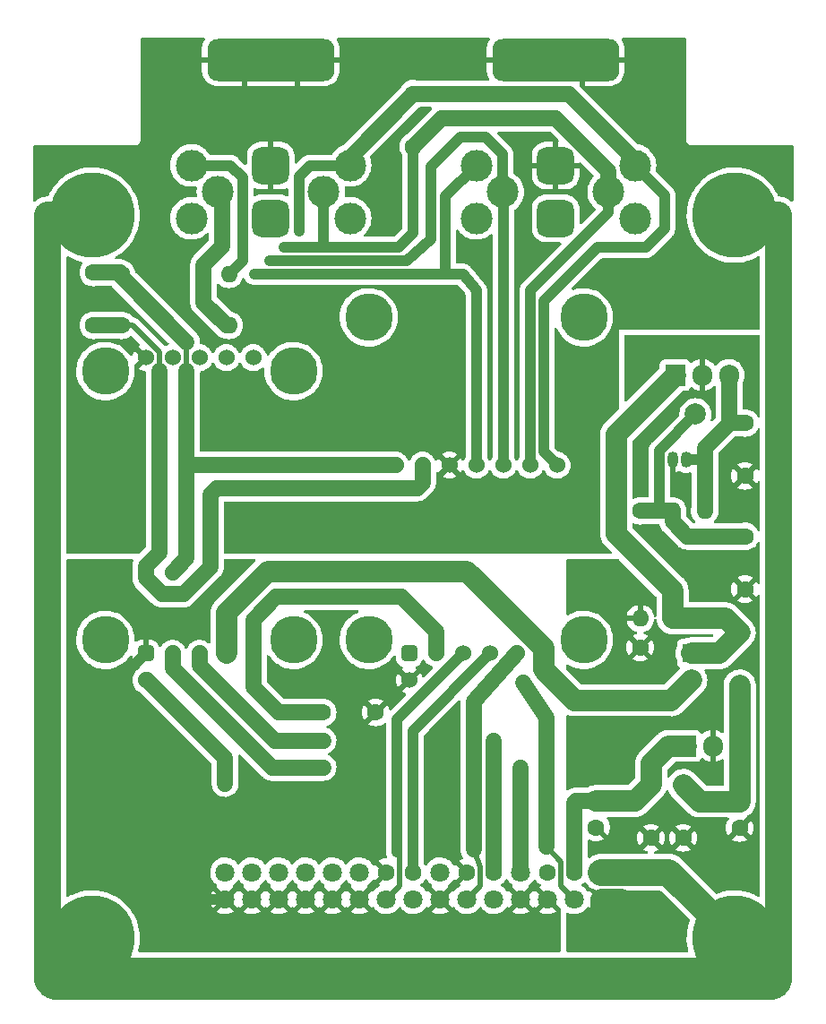
<source format=gbr>
%TF.GenerationSoftware,KiCad,Pcbnew,6.0.1-79c1e3a40b~116~ubuntu20.04.1*%
%TF.CreationDate,2022-01-20T00:26:32+00:00*%
%TF.ProjectId,Amplifier board,416d706c-6966-4696-9572-20626f617264,V1.0*%
%TF.SameCoordinates,Original*%
%TF.FileFunction,Copper,L1,Top*%
%TF.FilePolarity,Positive*%
%FSLAX46Y46*%
G04 Gerber Fmt 4.6, Leading zero omitted, Abs format (unit mm)*
G04 Created by KiCad (PCBNEW 6.0.1-79c1e3a40b~116~ubuntu20.04.1) date 2022-01-20 00:26:32*
%MOMM*%
%LPD*%
G01*
G04 APERTURE LIST*
G04 Aperture macros list*
%AMRoundRect*
0 Rectangle with rounded corners*
0 $1 Rounding radius*
0 $2 $3 $4 $5 $6 $7 $8 $9 X,Y pos of 4 corners*
0 Add a 4 corners polygon primitive as box body*
4,1,4,$2,$3,$4,$5,$6,$7,$8,$9,$2,$3,0*
0 Add four circle primitives for the rounded corners*
1,1,$1+$1,$2,$3*
1,1,$1+$1,$4,$5*
1,1,$1+$1,$6,$7*
1,1,$1+$1,$8,$9*
0 Add four rect primitives between the rounded corners*
20,1,$1+$1,$2,$3,$4,$5,0*
20,1,$1+$1,$4,$5,$6,$7,0*
20,1,$1+$1,$6,$7,$8,$9,0*
20,1,$1+$1,$8,$9,$2,$3,0*%
G04 Aperture macros list end*
%TA.AperFunction,ComponentPad*%
%ADD10C,1.600000*%
%TD*%
%TA.AperFunction,ComponentPad*%
%ADD11R,1.905000X2.000000*%
%TD*%
%TA.AperFunction,ComponentPad*%
%ADD12O,1.905000X2.000000*%
%TD*%
%TA.AperFunction,ComponentPad*%
%ADD13C,8.000000*%
%TD*%
%TA.AperFunction,ComponentPad*%
%ADD14O,1.600000X1.600000*%
%TD*%
%TA.AperFunction,SMDPad,CuDef*%
%ADD15C,2.000000*%
%TD*%
%TA.AperFunction,ComponentPad*%
%ADD16R,1.050000X1.500000*%
%TD*%
%TA.AperFunction,ComponentPad*%
%ADD17O,1.050000X1.500000*%
%TD*%
%TA.AperFunction,ComponentPad*%
%ADD18C,4.500000*%
%TD*%
%TA.AperFunction,ComponentPad*%
%ADD19RoundRect,0.381000X-0.381000X-0.381000X0.381000X-0.381000X0.381000X0.381000X-0.381000X0.381000X0*%
%TD*%
%TA.AperFunction,ComponentPad*%
%ADD20C,1.524000*%
%TD*%
%TA.AperFunction,ComponentPad*%
%ADD21RoundRect,0.450000X-0.450000X-0.450000X0.450000X-0.450000X0.450000X0.450000X-0.450000X0.450000X0*%
%TD*%
%TA.AperFunction,ComponentPad*%
%ADD22C,1.800000*%
%TD*%
%TA.AperFunction,ComponentPad*%
%ADD23R,1.700000X1.700000*%
%TD*%
%TA.AperFunction,ComponentPad*%
%ADD24O,1.700000X1.700000*%
%TD*%
%TA.AperFunction,ComponentPad*%
%ADD25C,3.000000*%
%TD*%
%TA.AperFunction,ComponentPad*%
%ADD26RoundRect,0.875000X-0.875000X0.875000X-0.875000X-0.875000X0.875000X-0.875000X0.875000X0.875000X0*%
%TD*%
%TA.AperFunction,ComponentPad*%
%ADD27RoundRect,1.000000X-2.500000X1.000000X-2.500000X-1.000000X2.500000X-1.000000X2.500000X1.000000X0*%
%TD*%
%TA.AperFunction,ViaPad*%
%ADD28C,0.800000*%
%TD*%
%TA.AperFunction,Conductor*%
%ADD29C,2.000000*%
%TD*%
%TA.AperFunction,Conductor*%
%ADD30C,1.500000*%
%TD*%
%TA.AperFunction,Conductor*%
%ADD31C,1.000000*%
%TD*%
%TA.AperFunction,Conductor*%
%ADD32C,0.500000*%
%TD*%
%TA.AperFunction,Conductor*%
%ADD33C,4.000000*%
%TD*%
%TA.AperFunction,Conductor*%
%ADD34C,2.500000*%
%TD*%
G04 APERTURE END LIST*
D10*
%TO.P,C5,1*%
%TO.N,Net-(C5-Pad1)*%
X172085000Y-99314000D03*
%TO.P,C5,2*%
%TO.N,/ANALOG_GND*%
X172085000Y-104314000D03*
%TD*%
%TO.P,C6,1*%
%TO.N,Net-(C6-Pad1)*%
X172085000Y-88599000D03*
%TO.P,C6,2*%
%TO.N,/ANALOG_GND*%
X172085000Y-93599000D03*
%TD*%
D11*
%TO.P,D1,1,A1*%
%TO.N,Net-(D1-Pad1)*%
X165481000Y-84074000D03*
D12*
%TO.P,D1,2,A2*%
%TO.N,/ANALOG_GND*%
X168021000Y-84074000D03*
%TO.P,D1,3,G*%
%TO.N,Net-(C6-Pad1)*%
X170561000Y-84074000D03*
%TD*%
D10*
%TO.P,F1,1*%
%TO.N,Net-(D1-Pad1)*%
X171577000Y-108411000D03*
%TO.P,F1,2*%
%TO.N,Net-(C3-Pad1)*%
X171577000Y-113411000D03*
%TD*%
D13*
%TO.P,H1,1,1*%
%TO.N,/CASE_SCREEN*%
X110363000Y-137287000D03*
%TD*%
%TO.P,H2,1,1*%
%TO.N,/CASE_SCREEN*%
X171069000Y-137287000D03*
%TD*%
D10*
%TO.P,R1,1*%
%TO.N,Net-(D1-Pad1)*%
X165227000Y-107061000D03*
D14*
%TO.P,R1,2*%
%TO.N,Net-(C5-Pad1)*%
X165227000Y-96901000D03*
%TD*%
D10*
%TO.P,R2,1*%
%TO.N,Net-(C5-Pad1)*%
X162179000Y-96901000D03*
D14*
%TO.P,R2,2*%
%TO.N,/ANALOG_GND*%
X162179000Y-107061000D03*
%TD*%
D10*
%TO.P,R3,1*%
%TO.N,Net-(D1-Pad1)*%
X168275000Y-107061000D03*
D14*
%TO.P,R3,2*%
%TO.N,Net-(C6-Pad1)*%
X168275000Y-96901000D03*
%TD*%
D15*
%TO.P,TP1,1,1*%
%TO.N,Net-(C5-Pad1)*%
X167386000Y-87757000D03*
%TD*%
D11*
%TO.P,U1,1,VI*%
%TO.N,Net-(C1-Pad1)*%
X166497000Y-119126000D03*
D12*
%TO.P,U1,2,GND*%
%TO.N,/ANALOG_GND*%
X169037000Y-119126000D03*
%TO.P,U1,3,VO*%
%TO.N,Net-(C3-Pad1)*%
X171577000Y-119126000D03*
%TD*%
D16*
%TO.P,U2,1,REF*%
%TO.N,Net-(C5-Pad1)*%
X163957000Y-92075000D03*
D17*
%TO.P,U2,2,A*%
%TO.N,/ANALOG_GND*%
X165227000Y-92075000D03*
%TO.P,U2,3,K*%
%TO.N,Net-(C6-Pad1)*%
X166497000Y-92075000D03*
%TD*%
D18*
%TO.P,U3,*%
%TO.N,*%
X136525000Y-78613000D03*
X136525000Y-109093000D03*
X156845000Y-78613000D03*
X156845000Y-109093000D03*
D19*
%TO.P,U3,1,"GND"*%
%TO.N,/ANALOG_GND*%
X140335000Y-110363000D03*
D20*
%TO.P,U3,2,"3V3"*%
%TO.N,Net-(C8-Pad2)*%
X142875000Y-110363000D03*
%TO.P,U3,3,"SDA"*%
%TO.N,Net-(J1-Pad18)*%
X145415000Y-110363000D03*
%TO.P,U3,4,"SCL"*%
%TO.N,Net-(J1-Pad15)*%
X147955000Y-110363000D03*
%TO.P,U3,5,"INT"*%
%TO.N,Net-(J1-Pad12)*%
X150495000Y-110363000D03*
%TO.P,U3,6,"AVDD"*%
%TO.N,Net-(C7-Pad1)*%
X153035000Y-110363000D03*
%TO.P,U3,7,B+*%
%TO.N,Net-(C10-Pad2)*%
X139065000Y-92583000D03*
%TO.P,U3,8,B-*%
%TO.N,Net-(C10-Pad1)*%
X141605000Y-92583000D03*
%TO.P,U3,9,YLW/SD*%
%TO.N,/LOAD CELL SCREEN*%
X144145000Y-92583000D03*
%TO.P,U3,10,GRN/A+*%
%TO.N,Net-(J2-Pad1)*%
X146685000Y-92583000D03*
%TO.P,U3,11,WHT/A-*%
%TO.N,Net-(J2-Pad4)*%
X149225000Y-92583000D03*
%TO.P,U3,12,BLK/E-*%
%TO.N,Net-(C9-Pad1)*%
X151765000Y-92583000D03*
%TO.P,U3,13,RED/E+*%
%TO.N,Net-(C9-Pad2)*%
X154305000Y-92583000D03*
%TO.P,U3,14,DVSS_EXTRA*%
%TO.N,/DIGITAL_GND*%
X140335000Y-112903000D03*
%TD*%
D18*
%TO.P,U4,*%
%TO.N,*%
X111633000Y-109093000D03*
X111633000Y-83693000D03*
X129413000Y-109093000D03*
X129413000Y-83693000D03*
D19*
%TO.P,U4,1,"GND"*%
%TO.N,/DIGITAL_GND*%
X115443000Y-110363000D03*
D20*
%TO.P,U4,2,"CLK"*%
%TO.N,Net-(J1-Pad7)*%
X117983000Y-110363000D03*
%TO.P,U4,3,"DAT"*%
%TO.N,Net-(J1-Pad9)*%
X120523000Y-110363000D03*
%TO.P,U4,4,"VCC"*%
%TO.N,Net-(C7-Pad1)*%
X123063000Y-110363000D03*
%TO.P,U4,5,"VDD"*%
%TO.N,Net-(C8-Pad2)*%
X125603000Y-110363000D03*
%TO.P,U4,6,YLW/SD*%
%TO.N,/LOAD CELL SCREEN*%
X115443000Y-82423000D03*
%TO.P,U4,7,GRN/A+*%
%TO.N,Net-(J2-Pad1)*%
X117983000Y-82423000D03*
%TO.P,U4,8,WHT/A-*%
%TO.N,Net-(J2-Pad4)*%
X120523000Y-82423000D03*
%TO.P,U4,9,BLK/E-*%
%TO.N,Net-(C9-Pad1)*%
X123063000Y-82423000D03*
%TO.P,U4,10,RED/E+*%
%TO.N,Net-(C9-Pad2)*%
X125603000Y-82423000D03*
%TO.P,U4,11,B-*%
%TO.N,Net-(C10-Pad1)*%
X115443000Y-102743000D03*
%TO.P,U4,12,B+*%
%TO.N,Net-(C10-Pad2)*%
X117983000Y-102743000D03*
%TO.P,U4,13,RATE_EXTRA*%
%TO.N,Net-(J1-Pad29)*%
X115443000Y-112903000D03*
%TD*%
D13*
%TO.P,H3,1,1*%
%TO.N,/CASE_SCREEN*%
X110363000Y-68961000D03*
%TD*%
%TO.P,H4,1,1*%
%TO.N,/CASE_SCREEN*%
X171069000Y-68961000D03*
%TD*%
D21*
%TO.P,J1,1,SCREEN*%
%TO.N,/CASE_SCREEN*%
X158496000Y-131064000D03*
D22*
%TO.P,J1,2,ANALOG_GND*%
%TO.N,/ANALOG_GND*%
X158496000Y-133604000D03*
D10*
%TO.P,J1,3,+24V_RAW*%
%TO.N,Net-(C1-Pad1)*%
X155956000Y-131064000D03*
D22*
%TO.P,J1,4,+5V0_DIGITAL*%
%TO.N,Net-(C8-Pad2)*%
X155956000Y-133604000D03*
D10*
%TO.P,J1,5,+3V3_DIGITAL*%
%TO.N,unconnected-(J1-Pad5)*%
X153416000Y-131064000D03*
D22*
%TO.P,J1,6,DGND*%
%TO.N,/DIGITAL_GND*%
X153416000Y-133604000D03*
%TO.P,J1,7,GPIO_C_3V3*%
%TO.N,Net-(J1-Pad7)*%
X150876000Y-131064000D03*
%TO.P,J1,8,DGND*%
%TO.N,/DIGITAL_GND*%
X150876000Y-133604000D03*
D10*
%TO.P,J1,9,GPIO_B_5V0*%
%TO.N,Net-(J1-Pad9)*%
X148336000Y-131064000D03*
D22*
%TO.P,J1,10,GPIO_B_3V3*%
%TO.N,unconnected-(J1-Pad10)*%
X148336000Y-133604000D03*
D10*
%TO.P,J1,11,DGND*%
%TO.N,/DIGITAL_GND*%
X145796000Y-131064000D03*
D22*
%TO.P,J1,12,GPIO_A_5V0*%
%TO.N,Net-(J1-Pad12)*%
X145796000Y-133604000D03*
%TO.P,J1,13,GPIO_A_3V3*%
%TO.N,unconnected-(J1-Pad13)*%
X143256000Y-131064000D03*
%TO.P,J1,14,GND*%
%TO.N,/DIGITAL_GND*%
X143256000Y-133604000D03*
D10*
%TO.P,J1,15,I2C5V0_SCL*%
%TO.N,Net-(J1-Pad15)*%
X140716000Y-131064000D03*
D22*
%TO.P,J1,16,I2C3V3_SCL*%
%TO.N,unconnected-(J1-Pad16)*%
X140716000Y-133604000D03*
D10*
%TO.P,J1,17,DGND*%
%TO.N,/DIGITAL_GND*%
X138176000Y-131064000D03*
D22*
%TO.P,J1,18,I2C5V0_SDA*%
%TO.N,Net-(J1-Pad18)*%
X138176000Y-133604000D03*
%TO.P,J1,19,I2C3V3_SDA*%
%TO.N,unconnected-(J1-Pad19)*%
X135636000Y-131064000D03*
%TO.P,J1,20,DGND*%
%TO.N,/DIGITAL_GND*%
X135636000Y-133604000D03*
%TO.P,J1,21,SPI3V3_SCLK*%
%TO.N,unconnected-(J1-Pad21)*%
X133096000Y-131064000D03*
%TO.P,J1,22,DGND*%
%TO.N,/DIGITAL_GND*%
X133096000Y-133604000D03*
%TO.P,J1,23,SPI3V3_MOSI*%
%TO.N,unconnected-(J1-Pad23)*%
X130556000Y-131064000D03*
%TO.P,J1,24,DGND*%
%TO.N,/DIGITAL_GND*%
X130556000Y-133604000D03*
%TO.P,J1,25,SPI3V3_MISO*%
%TO.N,unconnected-(J1-Pad25)*%
X128016000Y-131064000D03*
%TO.P,J1,26,DGND*%
%TO.N,/DIGITAL_GND*%
X128016000Y-133604000D03*
%TO.P,J1,27,SPI3V3_~{CE0}*%
%TO.N,unconnected-(J1-Pad27)*%
X125476000Y-131064000D03*
%TO.P,J1,28,DGND*%
%TO.N,/DIGITAL_GND*%
X125476000Y-133604000D03*
%TO.P,J1,29,SPI3V3_~{CE1}*%
%TO.N,Net-(J1-Pad29)*%
X122936000Y-131064000D03*
%TO.P,J1,30,DGND*%
%TO.N,/DIGITAL_GND*%
X122936000Y-133604000D03*
%TD*%
D10*
%TO.P,C2,1*%
%TO.N,Net-(C1-Pad1)*%
X163195000Y-122809000D03*
%TO.P,C2,2*%
%TO.N,/ANALOG_GND*%
X163195000Y-127809000D03*
%TD*%
%TO.P,C7,1*%
%TO.N,Net-(C7-Pad1)*%
X162179000Y-114808000D03*
%TO.P,C7,2*%
%TO.N,/ANALOG_GND*%
X162179000Y-109808000D03*
%TD*%
D23*
%TO.P,JP1,1,A*%
%TO.N,Net-(D1-Pad1)*%
X167005000Y-110363000D03*
D24*
%TO.P,JP1,2,B*%
%TO.N,Net-(C7-Pad1)*%
X167005000Y-112903000D03*
%TD*%
D10*
%TO.P,C3,1*%
%TO.N,Net-(C3-Pad1)*%
X166243000Y-122809000D03*
%TO.P,C3,2*%
%TO.N,/ANALOG_GND*%
X166243000Y-127809000D03*
%TD*%
%TO.P,C8,1*%
%TO.N,/DIGITAL_GND*%
X137160000Y-115951000D03*
%TO.P,C8,2*%
%TO.N,Net-(C8-Pad2)*%
X132160000Y-115951000D03*
%TD*%
%TO.P,C10,1*%
%TO.N,Net-(C10-Pad1)*%
X110490000Y-79375000D03*
%TO.P,C10,2*%
%TO.N,Net-(C10-Pad2)*%
X110490000Y-74375000D03*
%TD*%
D25*
%TO.P,J3,1,PIN1:S+*%
%TO.N,Net-(J3-Pad1)*%
X119754000Y-64262000D03*
D26*
%TO.P,J3,2,PIN2:SCREEN*%
%TO.N,/LOAD CELL SCREEN*%
X127254000Y-64262000D03*
D25*
%TO.P,J3,3,PIN3:E+*%
%TO.N,Net-(C9-Pad2)*%
X134754000Y-64262000D03*
%TO.P,J3,4,PIN4:S-*%
%TO.N,Net-(J3-Pad4)*%
X122254000Y-66762000D03*
%TO.P,J3,5,PIN5:E-*%
%TO.N,Net-(C9-Pad1)*%
X132254000Y-66762000D03*
%TO.P,J3,6,PIN6:NC*%
%TO.N,unconnected-(J3-Pad6)*%
X119754000Y-69262000D03*
D26*
%TO.P,J3,7,PIN7:NC*%
%TO.N,unconnected-(J3-Pad7)*%
X127254000Y-69262000D03*
D25*
%TO.P,J3,8,PIN8:NC*%
%TO.N,unconnected-(J3-Pad8)*%
X134754000Y-69262000D03*
D27*
%TO.P,J3,9,CASE:SCREEN*%
%TO.N,/LOAD CELL SCREEN*%
X124754000Y-54262000D03*
X129754000Y-54262000D03*
%TD*%
D10*
%TO.P,R5,1*%
%TO.N,Net-(C10-Pad1)*%
X113157000Y-79375000D03*
D14*
%TO.P,R5,2*%
%TO.N,Net-(J3-Pad4)*%
X123317000Y-79375000D03*
%TD*%
D10*
%TO.P,C9,1*%
%TO.N,Net-(C9-Pad1)*%
X140716000Y-62484000D03*
%TO.P,C9,2*%
%TO.N,Net-(C9-Pad2)*%
X140716000Y-57484000D03*
%TD*%
%TO.P,C1,1*%
%TO.N,Net-(C1-Pad1)*%
X157988000Y-124333000D03*
%TO.P,C1,2*%
%TO.N,/ANALOG_GND*%
X157988000Y-126833000D03*
%TD*%
%TO.P,C4,1*%
%TO.N,Net-(C3-Pad1)*%
X171577000Y-124373000D03*
%TO.P,C4,2*%
%TO.N,/ANALOG_GND*%
X171577000Y-126873000D03*
%TD*%
%TO.P,R4,1*%
%TO.N,Net-(C10-Pad2)*%
X113157000Y-74549000D03*
D14*
%TO.P,R4,2*%
%TO.N,Net-(J3-Pad1)*%
X123317000Y-74549000D03*
%TD*%
D25*
%TO.P,J2,1,PIN1:S+*%
%TO.N,Net-(J2-Pad1)*%
X146678000Y-64262000D03*
D26*
%TO.P,J2,2,PIN2:SCREEN*%
%TO.N,/LOAD CELL SCREEN*%
X154178000Y-64262000D03*
D25*
%TO.P,J2,3,PIN3:E+*%
%TO.N,Net-(C9-Pad2)*%
X161678000Y-64262000D03*
%TO.P,J2,4,PIN4:S-*%
%TO.N,Net-(J2-Pad4)*%
X149178000Y-66762000D03*
%TO.P,J2,5,PIN5:E-*%
%TO.N,Net-(C9-Pad1)*%
X159178000Y-66762000D03*
%TO.P,J2,6,PIN6:NC*%
%TO.N,unconnected-(J2-Pad6)*%
X146678000Y-69262000D03*
D26*
%TO.P,J2,7,PIN7:NC*%
%TO.N,unconnected-(J2-Pad7)*%
X154178000Y-69262000D03*
D25*
%TO.P,J2,8,PIN8:NC*%
%TO.N,unconnected-(J2-Pad8)*%
X161678000Y-69262000D03*
D27*
%TO.P,J2,9,CASE:SCREEN*%
%TO.N,/LOAD CELL SCREEN*%
X151678000Y-54262000D03*
X156678000Y-54262000D03*
%TD*%
D28*
%TO.N,Net-(J1-Pad29)*%
X122936000Y-122682000D03*
%TO.N,Net-(J1-Pad9)*%
X132207000Y-118618000D03*
X148336000Y-118618000D03*
%TO.N,Net-(J1-Pad7)*%
X150876000Y-121158000D03*
X132207000Y-121158000D03*
%TO.N,Net-(J2-Pad1)*%
X125730000Y-74549000D03*
%TO.N,Net-(C8-Pad2)*%
X151130000Y-113157000D03*
%TO.N,Net-(J2-Pad4)*%
X127127000Y-73279000D03*
%TO.N,/LOAD CELL SCREEN*%
X125603000Y-85344000D03*
X169418000Y-76200000D03*
X111506000Y-88900000D03*
X117983000Y-54229000D03*
X126492000Y-98552000D03*
X120015000Y-59436000D03*
X132842000Y-85344000D03*
X145796000Y-98298000D03*
X142113000Y-80391000D03*
X137795000Y-67183000D03*
X151003000Y-62230000D03*
X156591000Y-85217000D03*
X131572000Y-78867000D03*
X154559000Y-98298000D03*
X111506000Y-94488000D03*
X164719000Y-76200000D03*
X146812000Y-73025000D03*
X138938000Y-98425000D03*
X140716000Y-54356000D03*
X133096000Y-98425000D03*
X138938000Y-85344000D03*
X163322000Y-54610000D03*
X151638000Y-72898000D03*
X111760000Y-76708000D03*
X127254000Y-59436000D03*
X165608000Y-63754000D03*
X115570000Y-64389000D03*
X134874000Y-59182000D03*
X117475000Y-74422000D03*
%TO.N,Net-(C9-Pad1)*%
X128524000Y-72009000D03*
%TO.N,/ANALOG_GND*%
X169164000Y-103124000D03*
X160020000Y-111887000D03*
X172085000Y-96393000D03*
X164592000Y-135128000D03*
X162941000Y-133858000D03*
X164592000Y-100203000D03*
X158369000Y-104013000D03*
X158496000Y-136652000D03*
X156337000Y-136652000D03*
X158623000Y-119380000D03*
X170688000Y-130937000D03*
X160909000Y-133858000D03*
X162941000Y-136652000D03*
X160909000Y-136652000D03*
X164719000Y-125095000D03*
X161925000Y-135128000D03*
X161925000Y-82042000D03*
X169164000Y-114554000D03*
%TO.N,Net-(C9-Pad2)*%
X129921000Y-69469000D03*
X129921000Y-70485000D03*
%TD*%
D29*
%TO.N,/ANALOG_GND*%
X158496000Y-133604000D02*
X160401000Y-133604000D01*
X160401000Y-133604000D02*
X161925000Y-135128000D01*
X158496000Y-133604000D02*
X158496000Y-134239000D01*
X158496000Y-134239000D02*
X160909000Y-136652000D01*
D30*
%TO.N,Net-(C9-Pad1)*%
X140716000Y-62484000D02*
X143383000Y-59817000D01*
X143383000Y-59817000D02*
X154178000Y-59817000D01*
X154178000Y-59817000D02*
X159178000Y-64817000D01*
X159178000Y-64817000D02*
X159178000Y-66762000D01*
D31*
%TO.N,/DIGITAL_GND*%
X112903000Y-125222000D02*
X121285000Y-133604000D01*
X121285000Y-133604000D02*
X122936000Y-133604000D01*
X112903000Y-125222000D02*
X112903000Y-112903000D01*
D29*
%TO.N,Net-(C3-Pad1)*%
X171577000Y-124373000D02*
X171577000Y-118999000D01*
X171577000Y-113411000D02*
X171577000Y-118999000D01*
X167807000Y-124373000D02*
X166243000Y-122809000D01*
X171577000Y-124373000D02*
X167807000Y-124373000D01*
X171577000Y-118999000D02*
X171577000Y-119126000D01*
D31*
%TO.N,Net-(C5-Pad1)*%
X163957000Y-91186000D02*
X167386000Y-87757000D01*
D30*
X166624000Y-99314000D02*
X172085000Y-99314000D01*
X163957000Y-96901000D02*
X162179000Y-96901000D01*
D31*
X163957000Y-92075000D02*
X163957000Y-96901000D01*
D30*
X165227000Y-96901000D02*
X165227000Y-97917000D01*
X165227000Y-96901000D02*
X163957000Y-96901000D01*
D31*
X163957000Y-92075000D02*
X163957000Y-91186000D01*
D30*
X165227000Y-97917000D02*
X166624000Y-99314000D01*
%TO.N,Net-(C6-Pad1)*%
X172085000Y-88599000D02*
X170608000Y-88599000D01*
X168275000Y-96901000D02*
X168275000Y-90932000D01*
X170561000Y-84074000D02*
X170561000Y-88646000D01*
D32*
X170608000Y-88599000D02*
X170561000Y-88646000D01*
D31*
X166497000Y-92075000D02*
X168275000Y-92075000D01*
D30*
X168275000Y-90932000D02*
X170561000Y-88646000D01*
D29*
%TO.N,Net-(C1-Pad1)*%
X163195000Y-120777000D02*
X164846000Y-119126000D01*
D30*
X155956000Y-131064000D02*
X155956000Y-124460000D01*
D29*
X164846000Y-119126000D02*
X166497000Y-119126000D01*
D30*
X156083000Y-124333000D02*
X157988000Y-124333000D01*
X155956000Y-124460000D02*
X156083000Y-124333000D01*
D29*
X157988000Y-124333000D02*
X161671000Y-124333000D01*
X163195000Y-122809000D02*
X163195000Y-120777000D01*
X161671000Y-124333000D02*
X163195000Y-122809000D01*
%TO.N,Net-(C7-Pad1)*%
X165100000Y-114808000D02*
X162179000Y-114808000D01*
X153035000Y-110363000D02*
X153035000Y-109855000D01*
X162179000Y-114808000D02*
X155956000Y-114808000D01*
X127000000Y-102616000D02*
X123063000Y-106553000D01*
X155956000Y-114808000D02*
X153035000Y-111887000D01*
X123063000Y-106553000D02*
X123063000Y-110363000D01*
X153035000Y-109855000D02*
X145796000Y-102616000D01*
X167005000Y-112903000D02*
X165100000Y-114808000D01*
X153035000Y-111887000D02*
X153035000Y-110363000D01*
X145796000Y-102616000D02*
X127000000Y-102616000D01*
D31*
%TO.N,/DIGITAL_GND*%
X112903000Y-112903000D02*
X115443000Y-110363000D01*
D30*
%TO.N,Net-(J1-Pad29)*%
X122936000Y-122682000D02*
X122936000Y-120269000D01*
X122936000Y-120269000D02*
X115570000Y-112903000D01*
X115570000Y-112903000D02*
X115443000Y-112903000D01*
D32*
%TO.N,Net-(J1-Pad18)*%
X139192000Y-129179489D02*
X139446000Y-129433489D01*
X139446000Y-129433489D02*
X139446000Y-132334000D01*
X139446000Y-132334000D02*
X138176000Y-133604000D01*
D31*
X139192000Y-129179489D02*
X139192000Y-116586000D01*
X139192000Y-116586000D02*
X145415000Y-110363000D01*
%TO.N,Net-(J1-Pad15)*%
X147955000Y-110363000D02*
X140716000Y-117729000D01*
X140716000Y-117729000D02*
X140716000Y-131064000D01*
D32*
%TO.N,Net-(J1-Pad12)*%
X146431000Y-128905000D02*
X147045511Y-130546435D01*
D30*
X150495000Y-110363000D02*
X146431000Y-114935000D01*
X146431000Y-114935000D02*
X146431000Y-128905000D01*
D32*
X147066000Y-130566924D02*
X147066000Y-132334000D01*
X147066000Y-132334000D02*
X145796000Y-133604000D01*
X147045511Y-130546435D02*
X147066000Y-130566924D01*
D30*
%TO.N,Net-(J1-Pad9)*%
X127635000Y-118618000D02*
X120523000Y-111506000D01*
X132207000Y-118618000D02*
X127635000Y-118618000D01*
X120523000Y-111506000D02*
X120523000Y-110363000D01*
X148336000Y-118618000D02*
X148336000Y-131064000D01*
%TO.N,Net-(J1-Pad7)*%
X117983000Y-111760000D02*
X117983000Y-110363000D01*
X150876000Y-121158000D02*
X150876000Y-131064000D01*
X127381000Y-121158000D02*
X117983000Y-111760000D01*
X132207000Y-121158000D02*
X127381000Y-121158000D01*
D29*
%TO.N,Net-(D1-Pad1)*%
X159893000Y-99060000D02*
X159893000Y-89662000D01*
X165227000Y-104394000D02*
X159893000Y-99060000D01*
X171577000Y-108411000D02*
X170227000Y-107061000D01*
X170227000Y-107061000D02*
X165227000Y-107061000D01*
X165227000Y-107061000D02*
X165227000Y-104394000D01*
X171577000Y-108411000D02*
X169625000Y-110363000D01*
X159893000Y-89662000D02*
X165481000Y-84074000D01*
X169625000Y-110363000D02*
X167005000Y-110363000D01*
D31*
%TO.N,Net-(J2-Pad1)*%
X146685000Y-76073000D02*
X146685000Y-92583000D01*
X125730000Y-74549000D02*
X145415000Y-74549000D01*
X143764000Y-74422000D02*
X143764000Y-67176000D01*
X143764000Y-67176000D02*
X146678000Y-64262000D01*
X145415000Y-74549000D02*
X146685000Y-76073000D01*
D30*
%TO.N,Net-(C8-Pad2)*%
X142875000Y-110363000D02*
X142875000Y-108331000D01*
D32*
X154686000Y-130048000D02*
X153289000Y-128651000D01*
D30*
X128016000Y-115951000D02*
X132160000Y-115951000D01*
D32*
X154686000Y-132334000D02*
X154686000Y-130048000D01*
D30*
X125603000Y-113538000D02*
X128016000Y-115951000D01*
D32*
X155956000Y-133604000D02*
X154686000Y-132334000D01*
D30*
X139573000Y-105029000D02*
X127762000Y-105029000D01*
X151130000Y-113157000D02*
X153289000Y-116459000D01*
X142875000Y-108331000D02*
X139573000Y-105029000D01*
X153289000Y-116459000D02*
X153289000Y-128651000D01*
X125603000Y-110363000D02*
X125603000Y-113538000D01*
X125603000Y-107188000D02*
X125603000Y-110363000D01*
X127762000Y-105029000D02*
X125603000Y-107188000D01*
D31*
%TO.N,Net-(J2-Pad4)*%
X145161000Y-61595000D02*
X147574000Y-61595000D01*
X149225000Y-92583000D02*
X149225000Y-66809000D01*
X147574000Y-61595000D02*
X149178000Y-63199000D01*
X142367000Y-71247000D02*
X142367000Y-64389000D01*
X142367000Y-64389000D02*
X145161000Y-61595000D01*
X149178000Y-63199000D02*
X149178000Y-66762000D01*
X127127000Y-73279000D02*
X140081000Y-73279000D01*
D32*
X149225000Y-66809000D02*
X149178000Y-66762000D01*
D31*
X140081000Y-73279000D02*
X142367000Y-71247000D01*
D32*
%TO.N,/LOAD CELL SCREEN*%
X154178000Y-65024000D02*
X154178000Y-64262000D01*
D31*
%TO.N,Net-(C9-Pad1)*%
X151765000Y-92583000D02*
X151765000Y-76073000D01*
X128524000Y-72009000D02*
X139319000Y-72009000D01*
X151765000Y-76073000D02*
X159178000Y-68660000D01*
X139319000Y-72009000D02*
X140716000Y-70612000D01*
X140716000Y-70612000D02*
X140716000Y-62484000D01*
X132254000Y-66762000D02*
X132207000Y-66809000D01*
X159178000Y-68660000D02*
X159178000Y-66762000D01*
X132207000Y-66809000D02*
X132207000Y-72009000D01*
D30*
%TO.N,Net-(C9-Pad2)*%
X140716000Y-57531000D02*
X140716000Y-57484000D01*
X134754000Y-63493000D02*
X140716000Y-57531000D01*
D31*
X164465000Y-67049000D02*
X161678000Y-64262000D01*
D30*
X161678000Y-63761000D02*
X161678000Y-64262000D01*
D31*
X154305000Y-92583000D02*
X153035000Y-91313000D01*
X153035000Y-77089000D02*
X158115000Y-72009000D01*
X162687000Y-72009000D02*
X164465000Y-70231000D01*
X153035000Y-91313000D02*
X153035000Y-77089000D01*
X164465000Y-70231000D02*
X164465000Y-67049000D01*
D30*
X140716000Y-57484000D02*
X155401000Y-57484000D01*
D31*
X129921000Y-65278000D02*
X130937000Y-64262000D01*
D30*
X134754000Y-64262000D02*
X134754000Y-63493000D01*
D31*
X129921000Y-70485000D02*
X129921000Y-65278000D01*
D30*
X155401000Y-57484000D02*
X161678000Y-63761000D01*
D31*
X158115000Y-72009000D02*
X162687000Y-72009000D01*
X130937000Y-64262000D02*
X134754000Y-64262000D01*
D30*
%TO.N,Net-(C10-Pad1)*%
X115443000Y-102108000D02*
X116713000Y-100838000D01*
X141097000Y-94742000D02*
X122174000Y-94742000D01*
X113157000Y-79375000D02*
X110490000Y-79375000D01*
D32*
X116713000Y-81915000D02*
X114173000Y-79375000D01*
D30*
X141605000Y-94234000D02*
X141097000Y-94742000D01*
X116967000Y-104775000D02*
X115443000Y-103251000D01*
X121539000Y-102235000D02*
X118999000Y-104775000D01*
D32*
X116713000Y-83693000D02*
X116713000Y-81915000D01*
D30*
X141605000Y-92583000D02*
X141605000Y-94234000D01*
X116713000Y-100838000D02*
X116713000Y-83693000D01*
X122174000Y-94742000D02*
X121539000Y-95377000D01*
X115443000Y-103251000D02*
X115443000Y-102743000D01*
X121539000Y-95377000D02*
X121539000Y-102235000D01*
X115443000Y-102743000D02*
X115443000Y-102108000D01*
D32*
X114173000Y-79375000D02*
X113157000Y-79375000D01*
D30*
X118999000Y-104775000D02*
X116967000Y-104775000D01*
%TO.N,Net-(J3-Pad4)*%
X122682000Y-71882000D02*
X122682000Y-67190000D01*
X123063000Y-79375000D02*
X120904000Y-77216000D01*
X120904000Y-77216000D02*
X120904000Y-73660000D01*
X120904000Y-73660000D02*
X122682000Y-71882000D01*
X122682000Y-67190000D02*
X122254000Y-66762000D01*
X123317000Y-79375000D02*
X123063000Y-79375000D01*
%TO.N,Net-(C10-Pad2)*%
X113157000Y-74549000D02*
X113157000Y-74803000D01*
D32*
X119253000Y-83634511D02*
X119311489Y-83693000D01*
D30*
X112983000Y-74375000D02*
X113157000Y-74549000D01*
X110490000Y-74375000D02*
X112983000Y-74375000D01*
D32*
X119369978Y-92583000D02*
X119311489Y-92524511D01*
D30*
X139065000Y-92583000D02*
X119369978Y-92583000D01*
D32*
X119311489Y-80957489D02*
X119253000Y-81015978D01*
X119253000Y-81015978D02*
X119253000Y-83634511D01*
D30*
X119311489Y-83693000D02*
X119311489Y-92524511D01*
X113157000Y-74803000D02*
X119311489Y-80957489D01*
X119311489Y-101414511D02*
X117983000Y-102743000D01*
X119311489Y-92524511D02*
X119311489Y-101414511D01*
D31*
%TO.N,Net-(J3-Pad1)*%
X123444000Y-64262000D02*
X119754000Y-64262000D01*
X124587000Y-65405000D02*
X123444000Y-64262000D01*
X123317000Y-74549000D02*
X124587000Y-73279000D01*
X124587000Y-73279000D02*
X124587000Y-65405000D01*
D33*
%TO.N,/CASE_SCREEN*%
X174498000Y-141097000D02*
X171069000Y-137541000D01*
D34*
X164846000Y-131064000D02*
X171069000Y-137287000D01*
D33*
X106934000Y-141097000D02*
X174498000Y-141097000D01*
D34*
X175260000Y-68961000D02*
X171069000Y-68961000D01*
X106172000Y-68961000D02*
X110363000Y-68961000D01*
X171069000Y-137541000D02*
X171069000Y-137287000D01*
X106172000Y-141224000D02*
X106172000Y-68961000D01*
D33*
X110363000Y-137287000D02*
X106934000Y-141097000D01*
D34*
X175260000Y-141224000D02*
X175260000Y-68961000D01*
X110363000Y-137287000D02*
X106172000Y-141224000D01*
X158496000Y-131064000D02*
X164846000Y-131064000D01*
X171069000Y-137287000D02*
X175260000Y-141224000D01*
%TD*%
%TA.AperFunction,Conductor*%
%TO.N,/DIGITAL_GND*%
G36*
X114222532Y-101493002D02*
G01*
X114269025Y-101546658D01*
X114279129Y-101616932D01*
X114273184Y-101641060D01*
X114266285Y-101660542D01*
X114264420Y-101665478D01*
X114255328Y-101688095D01*
X114233344Y-101742783D01*
X114232208Y-101748270D01*
X114232207Y-101748272D01*
X114229706Y-101760349D01*
X114225101Y-101776844D01*
X114219111Y-101793759D01*
X114218204Y-101799298D01*
X114205643Y-101876001D01*
X114204683Y-101881180D01*
X114187787Y-101962767D01*
X114187521Y-101967379D01*
X114187521Y-101967380D01*
X114186185Y-101990548D01*
X114184738Y-102003653D01*
X114183714Y-102009910D01*
X114182806Y-102015457D01*
X114182894Y-102021070D01*
X114182894Y-102021072D01*
X114184484Y-102122264D01*
X114184500Y-102124243D01*
X114184500Y-102544858D01*
X114184021Y-102555839D01*
X114167647Y-102743000D01*
X114168126Y-102748475D01*
X114184021Y-102930161D01*
X114184500Y-102941142D01*
X114184500Y-103159604D01*
X114183422Y-103176051D01*
X114182418Y-103183680D01*
X114180521Y-103198086D01*
X114180786Y-103203698D01*
X114184360Y-103279488D01*
X114184500Y-103285424D01*
X114184500Y-103307999D01*
X114184750Y-103310796D01*
X114186819Y-103333988D01*
X114187178Y-103339248D01*
X114191104Y-103422488D01*
X114192354Y-103427947D01*
X114192355Y-103427952D01*
X114195108Y-103439970D01*
X114197789Y-103456899D01*
X114199383Y-103474762D01*
X114200865Y-103480178D01*
X114200865Y-103480180D01*
X114221370Y-103555133D01*
X114222656Y-103560251D01*
X114241258Y-103641470D01*
X114243460Y-103646632D01*
X114248294Y-103657967D01*
X114253927Y-103674142D01*
X114258663Y-103691451D01*
X114261079Y-103696516D01*
X114294539Y-103766667D01*
X114296710Y-103771476D01*
X114329397Y-103848109D01*
X114339251Y-103863110D01*
X114347654Y-103878025D01*
X114355378Y-103894218D01*
X114358648Y-103898769D01*
X114358650Y-103898772D01*
X114403999Y-103961881D01*
X114406989Y-103966232D01*
X114450196Y-104032010D01*
X114450202Y-104032018D01*
X114452735Y-104035874D01*
X114471257Y-104056662D01*
X114479490Y-104066939D01*
X114486471Y-104076654D01*
X114556485Y-104144502D01*
X114563254Y-104151062D01*
X114564664Y-104152451D01*
X116012475Y-105600263D01*
X116023342Y-105612653D01*
X116036877Y-105630292D01*
X116041020Y-105634062D01*
X116041022Y-105634064D01*
X116097152Y-105685137D01*
X116101448Y-105689236D01*
X116117410Y-105705198D01*
X116137436Y-105721942D01*
X116141391Y-105725392D01*
X116203036Y-105781485D01*
X116207790Y-105784467D01*
X116218230Y-105791016D01*
X116232090Y-105801085D01*
X116245853Y-105812593D01*
X116250734Y-105815377D01*
X116318218Y-105853869D01*
X116322748Y-105856579D01*
X116393344Y-105900864D01*
X116398548Y-105902956D01*
X116409983Y-105907553D01*
X116425413Y-105915012D01*
X116436119Y-105921119D01*
X116436128Y-105921123D01*
X116440993Y-105923898D01*
X116519538Y-105951712D01*
X116524450Y-105953568D01*
X116601783Y-105984656D01*
X116619361Y-105988296D01*
X116635854Y-105992902D01*
X116652759Y-105998888D01*
X116658293Y-105999794D01*
X116658296Y-105999795D01*
X116734977Y-106012352D01*
X116740149Y-106013311D01*
X116821767Y-106030213D01*
X116832328Y-106030822D01*
X116849563Y-106031816D01*
X116862669Y-106033263D01*
X116868914Y-106034286D01*
X116868921Y-106034287D01*
X116874457Y-106035193D01*
X116880071Y-106035105D01*
X116880073Y-106035105D01*
X116981230Y-106033516D01*
X116983209Y-106033500D01*
X118907604Y-106033500D01*
X118924051Y-106034578D01*
X118940516Y-106036746D01*
X118940520Y-106036746D01*
X118946086Y-106037479D01*
X119027489Y-106033640D01*
X119033424Y-106033500D01*
X119055999Y-106033500D01*
X119081989Y-106031181D01*
X119087248Y-106030822D01*
X119170488Y-106026896D01*
X119175947Y-106025646D01*
X119175952Y-106025645D01*
X119187970Y-106022892D01*
X119204899Y-106020211D01*
X119222762Y-106018617D01*
X119228178Y-106017135D01*
X119228180Y-106017135D01*
X119303133Y-105996630D01*
X119308251Y-105995344D01*
X119384000Y-105977995D01*
X119384002Y-105977994D01*
X119389470Y-105976742D01*
X119399970Y-105972263D01*
X119405967Y-105969706D01*
X119422142Y-105964073D01*
X119434039Y-105960818D01*
X119434043Y-105960817D01*
X119439451Y-105959337D01*
X119509826Y-105925770D01*
X119514667Y-105923461D01*
X119519476Y-105921290D01*
X119590949Y-105890804D01*
X119590950Y-105890804D01*
X119596109Y-105888603D01*
X119611110Y-105878749D01*
X119626025Y-105870346D01*
X119642218Y-105862622D01*
X119646769Y-105859352D01*
X119646772Y-105859350D01*
X119679996Y-105835476D01*
X119709892Y-105813994D01*
X119714232Y-105811011D01*
X119780010Y-105767804D01*
X119780018Y-105767798D01*
X119783874Y-105765265D01*
X119804662Y-105746743D01*
X119814939Y-105738510D01*
X119824654Y-105731529D01*
X119899062Y-105654746D01*
X119900451Y-105653336D01*
X122364263Y-103189525D01*
X122376654Y-103178657D01*
X122389848Y-103168533D01*
X122394292Y-103165123D01*
X122449158Y-103104826D01*
X122453257Y-103100531D01*
X122469198Y-103084590D01*
X122485942Y-103064564D01*
X122489401Y-103060599D01*
X122541708Y-103003115D01*
X122541709Y-103003114D01*
X122545485Y-102998964D01*
X122555016Y-102983770D01*
X122565085Y-102969910D01*
X122576593Y-102956147D01*
X122617869Y-102883782D01*
X122620579Y-102879253D01*
X122661885Y-102813405D01*
X122664864Y-102808656D01*
X122671553Y-102792017D01*
X122679012Y-102776587D01*
X122685119Y-102765881D01*
X122685123Y-102765872D01*
X122687898Y-102761007D01*
X122715712Y-102682462D01*
X122717573Y-102677537D01*
X122746561Y-102605428D01*
X122748656Y-102600217D01*
X122752296Y-102582639D01*
X122756902Y-102566146D01*
X122762888Y-102549241D01*
X122776352Y-102467021D01*
X122777314Y-102461833D01*
X122793276Y-102384756D01*
X122794213Y-102380233D01*
X122795816Y-102352437D01*
X122797263Y-102339331D01*
X122798286Y-102333086D01*
X122798287Y-102333079D01*
X122799193Y-102327543D01*
X122797516Y-102220769D01*
X122797500Y-102218791D01*
X122797500Y-101599000D01*
X122817502Y-101530879D01*
X122871158Y-101484386D01*
X122923500Y-101473000D01*
X125705469Y-101473000D01*
X125773590Y-101493002D01*
X125820083Y-101546658D01*
X125830187Y-101616932D01*
X125800693Y-101681512D01*
X125794564Y-101688095D01*
X122013334Y-105469325D01*
X122010812Y-105471779D01*
X121938319Y-105540332D01*
X121935252Y-105544344D01*
X121890592Y-105602757D01*
X121886448Y-105607892D01*
X121835530Y-105667720D01*
X121832911Y-105672045D01*
X121832907Y-105672050D01*
X121818509Y-105695824D01*
X121810837Y-105707071D01*
X121790880Y-105733174D01*
X121788490Y-105737632D01*
X121788489Y-105737633D01*
X121783599Y-105746753D01*
X121759866Y-105791016D01*
X121753761Y-105802401D01*
X121750496Y-105808126D01*
X121709779Y-105875358D01*
X121700678Y-105897885D01*
X121697473Y-105905817D01*
X121691693Y-105918158D01*
X121676169Y-105947109D01*
X121674523Y-105951890D01*
X121674521Y-105951894D01*
X121650588Y-106021401D01*
X121648278Y-106027579D01*
X121644385Y-106037214D01*
X121618845Y-106100429D01*
X121617723Y-106105368D01*
X121611568Y-106132460D01*
X121607837Y-106145559D01*
X121597138Y-106176631D01*
X121583757Y-106254100D01*
X121582477Y-106260504D01*
X121565065Y-106337144D01*
X121563001Y-106369953D01*
X121561415Y-106383453D01*
X121555821Y-106415836D01*
X121555641Y-106419793D01*
X121555641Y-106419796D01*
X121555113Y-106431432D01*
X121554500Y-106444925D01*
X121554500Y-106501108D01*
X121554251Y-106509019D01*
X121549822Y-106579413D01*
X121550316Y-106584448D01*
X121553899Y-106620992D01*
X121554500Y-106633288D01*
X121554500Y-109294095D01*
X121534498Y-109362216D01*
X121480842Y-109408709D01*
X121410568Y-109418813D01*
X121347505Y-109390614D01*
X121346678Y-109389920D01*
X121342781Y-109386023D01*
X121338273Y-109382866D01*
X121338270Y-109382864D01*
X121255320Y-109324782D01*
X121160677Y-109258512D01*
X121155695Y-109256189D01*
X121155690Y-109256186D01*
X120964178Y-109166883D01*
X120964177Y-109166882D01*
X120959196Y-109164560D01*
X120953888Y-109163138D01*
X120953886Y-109163137D01*
X120838991Y-109132351D01*
X120744463Y-109107022D01*
X120523000Y-109087647D01*
X120301537Y-109107022D01*
X120207009Y-109132351D01*
X120092114Y-109163137D01*
X120092112Y-109163138D01*
X120086804Y-109164560D01*
X120081823Y-109166882D01*
X120081822Y-109166883D01*
X119890311Y-109256186D01*
X119890306Y-109256189D01*
X119885324Y-109258512D01*
X119880817Y-109261668D01*
X119880815Y-109261669D01*
X119707730Y-109382864D01*
X119707727Y-109382866D01*
X119703219Y-109386023D01*
X119546023Y-109543219D01*
X119542866Y-109547727D01*
X119542864Y-109547730D01*
X119426732Y-109713584D01*
X119418512Y-109725324D01*
X119416189Y-109730306D01*
X119416186Y-109730311D01*
X119367195Y-109835373D01*
X119320277Y-109888658D01*
X119252000Y-109908119D01*
X119184040Y-109887577D01*
X119138805Y-109835373D01*
X119089814Y-109730311D01*
X119089811Y-109730306D01*
X119087488Y-109725324D01*
X119079268Y-109713584D01*
X118963136Y-109547730D01*
X118963134Y-109547727D01*
X118959977Y-109543219D01*
X118802781Y-109386023D01*
X118798273Y-109382866D01*
X118798270Y-109382864D01*
X118715320Y-109324782D01*
X118620677Y-109258512D01*
X118615695Y-109256189D01*
X118615690Y-109256186D01*
X118424178Y-109166883D01*
X118424177Y-109166882D01*
X118419196Y-109164560D01*
X118413888Y-109163138D01*
X118413886Y-109163137D01*
X118298991Y-109132351D01*
X118204463Y-109107022D01*
X117983000Y-109087647D01*
X117761537Y-109107022D01*
X117667009Y-109132351D01*
X117552114Y-109163137D01*
X117552112Y-109163138D01*
X117546804Y-109164560D01*
X117541823Y-109166882D01*
X117541822Y-109166883D01*
X117350311Y-109256186D01*
X117350306Y-109256189D01*
X117345324Y-109258512D01*
X117340817Y-109261668D01*
X117340815Y-109261669D01*
X117167730Y-109382864D01*
X117167727Y-109382866D01*
X117163219Y-109386023D01*
X117006023Y-109543219D01*
X117002866Y-109547727D01*
X117002864Y-109547730D01*
X116886732Y-109713584D01*
X116831275Y-109757912D01*
X116760656Y-109765221D01*
X116697295Y-109733190D01*
X116661812Y-109673922D01*
X116660234Y-109668033D01*
X116655529Y-109655777D01*
X116576682Y-109501032D01*
X116569530Y-109490018D01*
X116460232Y-109355045D01*
X116450955Y-109345768D01*
X116315982Y-109236470D01*
X116304968Y-109229318D01*
X116150223Y-109150471D01*
X116137970Y-109145767D01*
X115969413Y-109100602D01*
X115958081Y-109098655D01*
X115888681Y-109093193D01*
X115883754Y-109093000D01*
X115715115Y-109093000D01*
X115699876Y-109097475D01*
X115698671Y-109098865D01*
X115697000Y-109106548D01*
X115697000Y-110491000D01*
X115676998Y-110559121D01*
X115623342Y-110605614D01*
X115571000Y-110617000D01*
X115315000Y-110617000D01*
X115246879Y-110596998D01*
X115200386Y-110543342D01*
X115189000Y-110491000D01*
X115189000Y-109111115D01*
X115184525Y-109095876D01*
X115183135Y-109094671D01*
X115175452Y-109093000D01*
X115002246Y-109093000D01*
X114997319Y-109093193D01*
X114927919Y-109098655D01*
X114916587Y-109100602D01*
X114748030Y-109145767D01*
X114735777Y-109150471D01*
X114579492Y-109230102D01*
X114509715Y-109243206D01*
X114443931Y-109216506D01*
X114403024Y-109158479D01*
X114396296Y-109116517D01*
X114396519Y-109095222D01*
X114396519Y-109095214D01*
X114396542Y-109093000D01*
X114396248Y-109088126D01*
X114376755Y-108764772D01*
X114376754Y-108764765D01*
X114376527Y-108760997D01*
X114316770Y-108433803D01*
X114310664Y-108414136D01*
X114219261Y-108119771D01*
X114218139Y-108116157D01*
X114082061Y-107812662D01*
X113963519Y-107615765D01*
X113912466Y-107530966D01*
X113912462Y-107530960D01*
X113910507Y-107527713D01*
X113908180Y-107524729D01*
X113908175Y-107524722D01*
X113708294Y-107268425D01*
X113708288Y-107268418D01*
X113705963Y-107265437D01*
X113471392Y-107029634D01*
X113210191Y-106823720D01*
X112926144Y-106650677D01*
X112758292Y-106574359D01*
X112626817Y-106514580D01*
X112626809Y-106514577D01*
X112623365Y-106513011D01*
X112306240Y-106412718D01*
X112078694Y-106369928D01*
X111983087Y-106351949D01*
X111983085Y-106351949D01*
X111979364Y-106351249D01*
X111647470Y-106329496D01*
X111643690Y-106329704D01*
X111643689Y-106329704D01*
X111598082Y-106332214D01*
X111315366Y-106347773D01*
X111311639Y-106348434D01*
X111311635Y-106348434D01*
X111190356Y-106369928D01*
X110987864Y-106405815D01*
X110984239Y-106406920D01*
X110984234Y-106406921D01*
X110854901Y-106446339D01*
X110669707Y-106502782D01*
X110666243Y-106504313D01*
X110666236Y-106504316D01*
X110507803Y-106574359D01*
X110365503Y-106637269D01*
X110362249Y-106639205D01*
X110362243Y-106639208D01*
X110082918Y-106805389D01*
X110079659Y-106807328D01*
X109816316Y-107010496D01*
X109579288Y-107243829D01*
X109372009Y-107503949D01*
X109197481Y-107787086D01*
X109058232Y-108089140D01*
X109057073Y-108092740D01*
X109057070Y-108092747D01*
X108957442Y-108402126D01*
X108956280Y-108405735D01*
X108955561Y-108409451D01*
X108955559Y-108409459D01*
X108915912Y-108614378D01*
X108893100Y-108732285D01*
X108892833Y-108736061D01*
X108892832Y-108736066D01*
X108874935Y-108988848D01*
X108869610Y-109064061D01*
X108873739Y-109147006D01*
X108885832Y-109389920D01*
X108886147Y-109396255D01*
X108886788Y-109399986D01*
X108886789Y-109399994D01*
X108932241Y-109664504D01*
X108942474Y-109724057D01*
X108943562Y-109727696D01*
X108943563Y-109727699D01*
X108975765Y-109835373D01*
X109037774Y-110042718D01*
X109039287Y-110046189D01*
X109039289Y-110046195D01*
X109080844Y-110141537D01*
X109170666Y-110347622D01*
X109339226Y-110634352D01*
X109341527Y-110637367D01*
X109538712Y-110895742D01*
X109538717Y-110895748D01*
X109541012Y-110898755D01*
X109543656Y-110901469D01*
X109696292Y-111058154D01*
X109773102Y-111137002D01*
X110032132Y-111345640D01*
X110113076Y-111396121D01*
X110263531Y-111489953D01*
X110314352Y-111521648D01*
X110615672Y-111662476D01*
X110657107Y-111676059D01*
X110893821Y-111753658D01*
X110931729Y-111766085D01*
X111257944Y-111830973D01*
X111261716Y-111831260D01*
X111261724Y-111831261D01*
X111585815Y-111855914D01*
X111585820Y-111855914D01*
X111589592Y-111856201D01*
X111921869Y-111841403D01*
X111977119Y-111832207D01*
X112246220Y-111787417D01*
X112246225Y-111787416D01*
X112249961Y-111786794D01*
X112569116Y-111693164D01*
X112572583Y-111691674D01*
X112572587Y-111691673D01*
X112871228Y-111563366D01*
X112871230Y-111563365D01*
X112874712Y-111561869D01*
X113162321Y-111394813D01*
X113165343Y-111392532D01*
X113165347Y-111392529D01*
X113424753Y-111196697D01*
X113424754Y-111196696D01*
X113427777Y-111194414D01*
X113584605Y-111043231D01*
X113664508Y-110966204D01*
X113664509Y-110966203D01*
X113667235Y-110963575D01*
X113877227Y-110705641D01*
X113940439Y-110605456D01*
X113993704Y-110558519D01*
X114063892Y-110547829D01*
X114128716Y-110576783D01*
X114167596Y-110636188D01*
X114173000Y-110672692D01*
X114173000Y-110803755D01*
X114173193Y-110808681D01*
X114178655Y-110878081D01*
X114180602Y-110889413D01*
X114225767Y-111057970D01*
X114230471Y-111070223D01*
X114309318Y-111224968D01*
X114316470Y-111235982D01*
X114425768Y-111370955D01*
X114435045Y-111380232D01*
X114570018Y-111489530D01*
X114581032Y-111496682D01*
X114735777Y-111575529D01*
X114748033Y-111580234D01*
X114753922Y-111581812D01*
X114814546Y-111618762D01*
X114845568Y-111682623D01*
X114837141Y-111753117D01*
X114793584Y-111806732D01*
X114627730Y-111922864D01*
X114627727Y-111922866D01*
X114623219Y-111926023D01*
X114466023Y-112083219D01*
X114462866Y-112087727D01*
X114462864Y-112087730D01*
X114341669Y-112260815D01*
X114338512Y-112265324D01*
X114336189Y-112270306D01*
X114336186Y-112270311D01*
X114246883Y-112461822D01*
X114244560Y-112466804D01*
X114187022Y-112681537D01*
X114167647Y-112903000D01*
X114187022Y-113124463D01*
X114244560Y-113339196D01*
X114246882Y-113344177D01*
X114246883Y-113344178D01*
X114336186Y-113535689D01*
X114336189Y-113535694D01*
X114338512Y-113540676D01*
X114466023Y-113722781D01*
X114623219Y-113879977D01*
X114627727Y-113883134D01*
X114627730Y-113883136D01*
X114703495Y-113936187D01*
X114805323Y-114007488D01*
X114810305Y-114009811D01*
X114810310Y-114009814D01*
X114952661Y-114076193D01*
X114988506Y-114101293D01*
X121640595Y-120753383D01*
X121674621Y-120815695D01*
X121677500Y-120842478D01*
X121677500Y-122738999D01*
X121677749Y-122741786D01*
X121677749Y-122741792D01*
X121684009Y-122811929D01*
X121692383Y-122905762D01*
X121751663Y-123122451D01*
X121848378Y-123325218D01*
X121979471Y-123507654D01*
X122140799Y-123663992D01*
X122327262Y-123789290D01*
X122532967Y-123879588D01*
X122538418Y-123880897D01*
X122538422Y-123880898D01*
X122745954Y-123930722D01*
X122751411Y-123932032D01*
X122835475Y-123936879D01*
X122970083Y-123944640D01*
X122970086Y-123944640D01*
X122975690Y-123944963D01*
X123198715Y-123917975D01*
X123413435Y-123851918D01*
X123418415Y-123849348D01*
X123418419Y-123849346D01*
X123608081Y-123751454D01*
X123608082Y-123751454D01*
X123613064Y-123748882D01*
X123791292Y-123612123D01*
X123942485Y-123445964D01*
X124061864Y-123255656D01*
X124145656Y-123047217D01*
X124191213Y-122827233D01*
X124194500Y-122770225D01*
X124194500Y-120360395D01*
X124195578Y-120343948D01*
X124197746Y-120327483D01*
X124197746Y-120327479D01*
X124198479Y-120321913D01*
X124194640Y-120240511D01*
X124194500Y-120234576D01*
X124194500Y-120212001D01*
X124192181Y-120186011D01*
X124191822Y-120180749D01*
X124188160Y-120103113D01*
X124187896Y-120097512D01*
X124185843Y-120088546D01*
X124183892Y-120080030D01*
X124181212Y-120063106D01*
X124180210Y-120051885D01*
X124194081Y-119982257D01*
X124243393Y-119931180D01*
X124312491Y-119914873D01*
X124379437Y-119938511D01*
X124394807Y-119951595D01*
X126426475Y-121983263D01*
X126437342Y-121995653D01*
X126450877Y-122013292D01*
X126510794Y-122067812D01*
X126511174Y-122068158D01*
X126515469Y-122072257D01*
X126531410Y-122088198D01*
X126533557Y-122089993D01*
X126533559Y-122089995D01*
X126551423Y-122104932D01*
X126555398Y-122108400D01*
X126612888Y-122160712D01*
X126612897Y-122160719D01*
X126617036Y-122164485D01*
X126621782Y-122167462D01*
X126621783Y-122167463D01*
X126632225Y-122174013D01*
X126646093Y-122184089D01*
X126655549Y-122191996D01*
X126655559Y-122192003D01*
X126659854Y-122195594D01*
X126732240Y-122236882D01*
X126736759Y-122239587D01*
X126750229Y-122248036D01*
X126802596Y-122280886D01*
X126802599Y-122280888D01*
X126807344Y-122283864D01*
X126812549Y-122285957D01*
X126812552Y-122285958D01*
X126823979Y-122290552D01*
X126839411Y-122298012D01*
X126850119Y-122304120D01*
X126850128Y-122304124D01*
X126854993Y-122306899D01*
X126860270Y-122308768D01*
X126860275Y-122308770D01*
X126933542Y-122334715D01*
X126938478Y-122336580D01*
X127015783Y-122367656D01*
X127021270Y-122368792D01*
X127021272Y-122368793D01*
X127033349Y-122371294D01*
X127049844Y-122375899D01*
X127066759Y-122381889D01*
X127149010Y-122395359D01*
X127154180Y-122396317D01*
X127235767Y-122413213D01*
X127240379Y-122413479D01*
X127240380Y-122413479D01*
X127263548Y-122414815D01*
X127276653Y-122416262D01*
X127282910Y-122417286D01*
X127282914Y-122417286D01*
X127288457Y-122418194D01*
X127294070Y-122418106D01*
X127294072Y-122418106D01*
X127395264Y-122416516D01*
X127397243Y-122416500D01*
X132263999Y-122416500D01*
X132266786Y-122416251D01*
X132266792Y-122416251D01*
X132336929Y-122409991D01*
X132430762Y-122401617D01*
X132436176Y-122400136D01*
X132436181Y-122400135D01*
X132563912Y-122365191D01*
X132647451Y-122342337D01*
X132652509Y-122339925D01*
X132652513Y-122339923D01*
X132770042Y-122283864D01*
X132850218Y-122245622D01*
X133032654Y-122114529D01*
X133188992Y-121953201D01*
X133314290Y-121766738D01*
X133404588Y-121561033D01*
X133457032Y-121342589D01*
X133469963Y-121118310D01*
X133442975Y-120895285D01*
X133376918Y-120680565D01*
X133293726Y-120519382D01*
X133276454Y-120485919D01*
X133276454Y-120485918D01*
X133273882Y-120480936D01*
X133137123Y-120302708D01*
X132970964Y-120151515D01*
X132966217Y-120148537D01*
X132966214Y-120148535D01*
X132785405Y-120035115D01*
X132780656Y-120032136D01*
X132713250Y-120005039D01*
X132657510Y-119961075D01*
X132634384Y-119893950D01*
X132651221Y-119824979D01*
X132706005Y-119774408D01*
X132755169Y-119750958D01*
X132850218Y-119705622D01*
X133032654Y-119574529D01*
X133188992Y-119413201D01*
X133314290Y-119226738D01*
X133404588Y-119021033D01*
X133457032Y-118802589D01*
X133469963Y-118578310D01*
X133442975Y-118355285D01*
X133376918Y-118140565D01*
X133273882Y-117940936D01*
X133137123Y-117762708D01*
X132970964Y-117611515D01*
X132966217Y-117608537D01*
X132966214Y-117608535D01*
X132785405Y-117495115D01*
X132780656Y-117492136D01*
X132603280Y-117420831D01*
X132547537Y-117376865D01*
X132524412Y-117309741D01*
X132541249Y-117240769D01*
X132592702Y-117191849D01*
X132605335Y-117186331D01*
X132609243Y-117185284D01*
X132615235Y-117182490D01*
X132811762Y-117090849D01*
X132811767Y-117090846D01*
X132816749Y-117088523D01*
X132921611Y-117015098D01*
X132999789Y-116960357D01*
X132999792Y-116960355D01*
X133004300Y-116957198D01*
X133166198Y-116795300D01*
X133297523Y-116607749D01*
X133299846Y-116602767D01*
X133299849Y-116602762D01*
X133391961Y-116405225D01*
X133391961Y-116405224D01*
X133394284Y-116400243D01*
X133396727Y-116391128D01*
X133452119Y-116184402D01*
X133452119Y-116184400D01*
X133453543Y-116179087D01*
X133473019Y-115956475D01*
X135847483Y-115956475D01*
X135866472Y-116173519D01*
X135868375Y-116184312D01*
X135924764Y-116394761D01*
X135928510Y-116405053D01*
X136020586Y-116602511D01*
X136026069Y-116612006D01*
X136062509Y-116664048D01*
X136072988Y-116672424D01*
X136086434Y-116665356D01*
X136787978Y-115963812D01*
X136795592Y-115949868D01*
X136795461Y-115948035D01*
X136791210Y-115941420D01*
X136085713Y-115235923D01*
X136073938Y-115229493D01*
X136061923Y-115238789D01*
X136026069Y-115289994D01*
X136020586Y-115299489D01*
X135928510Y-115496947D01*
X135924764Y-115507239D01*
X135868375Y-115717688D01*
X135866472Y-115728481D01*
X135847483Y-115945525D01*
X135847483Y-115956475D01*
X133473019Y-115956475D01*
X133473498Y-115951000D01*
X133453543Y-115722913D01*
X133452119Y-115717598D01*
X133395707Y-115507067D01*
X133395706Y-115507065D01*
X133394284Y-115501757D01*
X133366547Y-115442274D01*
X133299849Y-115299238D01*
X133299846Y-115299233D01*
X133297523Y-115294251D01*
X133166198Y-115106700D01*
X133004300Y-114944802D01*
X132999792Y-114941645D01*
X132999789Y-114941643D01*
X132888886Y-114863988D01*
X136438576Y-114863988D01*
X136445644Y-114877434D01*
X137147188Y-115578978D01*
X137161132Y-115586592D01*
X137162965Y-115586461D01*
X137169580Y-115582210D01*
X137875077Y-114876713D01*
X137881507Y-114864938D01*
X137872211Y-114852923D01*
X137821006Y-114817069D01*
X137811511Y-114811586D01*
X137614053Y-114719510D01*
X137603761Y-114715764D01*
X137393312Y-114659375D01*
X137382519Y-114657472D01*
X137165475Y-114638483D01*
X137154525Y-114638483D01*
X136937481Y-114657472D01*
X136926688Y-114659375D01*
X136716239Y-114715764D01*
X136705947Y-114719510D01*
X136508489Y-114811586D01*
X136498994Y-114817069D01*
X136446952Y-114853509D01*
X136438576Y-114863988D01*
X132888886Y-114863988D01*
X132873920Y-114853509D01*
X132816749Y-114813477D01*
X132811767Y-114811154D01*
X132811762Y-114811151D01*
X132614225Y-114719039D01*
X132614224Y-114719039D01*
X132609243Y-114716716D01*
X132603935Y-114715294D01*
X132603933Y-114715293D01*
X132393402Y-114658881D01*
X132393400Y-114658881D01*
X132388087Y-114657457D01*
X132160000Y-114637502D01*
X131931913Y-114657457D01*
X131817152Y-114688207D01*
X131784543Y-114692500D01*
X128589478Y-114692500D01*
X128521357Y-114672498D01*
X128500383Y-114655595D01*
X126898405Y-113053617D01*
X126864379Y-112991305D01*
X126861500Y-112964522D01*
X126861500Y-112908475D01*
X139060628Y-112908475D01*
X139079038Y-113118896D01*
X139080941Y-113129691D01*
X139135609Y-113333715D01*
X139139355Y-113344007D01*
X139228623Y-113535441D01*
X139234103Y-113544932D01*
X139264794Y-113588765D01*
X139275271Y-113597140D01*
X139288718Y-113590072D01*
X139962978Y-112915812D01*
X139970592Y-112901868D01*
X139970461Y-112900035D01*
X139966210Y-112893420D01*
X139287997Y-112215207D01*
X139276223Y-112208777D01*
X139264207Y-112218074D01*
X139234103Y-112261068D01*
X139228623Y-112270559D01*
X139139355Y-112461993D01*
X139135609Y-112472285D01*
X139080941Y-112676309D01*
X139079038Y-112687104D01*
X139060628Y-112897525D01*
X139060628Y-112908475D01*
X126861500Y-112908475D01*
X126861500Y-110658904D01*
X126881502Y-110590783D01*
X126935158Y-110544290D01*
X127005432Y-110534186D01*
X127070012Y-110563680D01*
X127096121Y-110595049D01*
X127119226Y-110634352D01*
X127121527Y-110637367D01*
X127318712Y-110895742D01*
X127318717Y-110895748D01*
X127321012Y-110898755D01*
X127323656Y-110901469D01*
X127476292Y-111058154D01*
X127553102Y-111137002D01*
X127812132Y-111345640D01*
X127893076Y-111396121D01*
X128043531Y-111489953D01*
X128094352Y-111521648D01*
X128395672Y-111662476D01*
X128437107Y-111676059D01*
X128673821Y-111753658D01*
X128711729Y-111766085D01*
X129037944Y-111830973D01*
X129041716Y-111831260D01*
X129041724Y-111831261D01*
X129365815Y-111855914D01*
X129365820Y-111855914D01*
X129369592Y-111856201D01*
X129701869Y-111841403D01*
X129757119Y-111832207D01*
X130026220Y-111787417D01*
X130026225Y-111787416D01*
X130029961Y-111786794D01*
X130349116Y-111693164D01*
X130352583Y-111691674D01*
X130352587Y-111691673D01*
X130651228Y-111563366D01*
X130651230Y-111563365D01*
X130654712Y-111561869D01*
X130942321Y-111394813D01*
X130945343Y-111392532D01*
X130945347Y-111392529D01*
X131204753Y-111196697D01*
X131204754Y-111196696D01*
X131207777Y-111194414D01*
X131364605Y-111043231D01*
X131444508Y-110966204D01*
X131444509Y-110966203D01*
X131447235Y-110963575D01*
X131657227Y-110705641D01*
X131834710Y-110424347D01*
X131977114Y-110123767D01*
X132082377Y-109808257D01*
X132148972Y-109482386D01*
X132175936Y-109150875D01*
X132176400Y-109106543D01*
X132176519Y-109095221D01*
X132176519Y-109095214D01*
X132176542Y-109093000D01*
X132176248Y-109088126D01*
X132156755Y-108764772D01*
X132156754Y-108764765D01*
X132156527Y-108760997D01*
X132096770Y-108433803D01*
X132090664Y-108414136D01*
X131999261Y-108119771D01*
X131998139Y-108116157D01*
X131862061Y-107812662D01*
X131743519Y-107615765D01*
X131692466Y-107530966D01*
X131692462Y-107530960D01*
X131690507Y-107527713D01*
X131688180Y-107524729D01*
X131688175Y-107524722D01*
X131488294Y-107268425D01*
X131488288Y-107268418D01*
X131485963Y-107265437D01*
X131251392Y-107029634D01*
X130990191Y-106823720D01*
X130706144Y-106650677D01*
X130436772Y-106528201D01*
X130383040Y-106481797D01*
X130362924Y-106413710D01*
X130382813Y-106345556D01*
X130436391Y-106298974D01*
X130488924Y-106287500D01*
X135452042Y-106287500D01*
X135520163Y-106307502D01*
X135566656Y-106361158D01*
X135576760Y-106431432D01*
X135547266Y-106496012D01*
X135502989Y-106528741D01*
X135257503Y-106637269D01*
X135254249Y-106639205D01*
X135254243Y-106639208D01*
X134974918Y-106805389D01*
X134971659Y-106807328D01*
X134708316Y-107010496D01*
X134471288Y-107243829D01*
X134264009Y-107503949D01*
X134089481Y-107787086D01*
X133950232Y-108089140D01*
X133949073Y-108092740D01*
X133949070Y-108092747D01*
X133849442Y-108402126D01*
X133848280Y-108405735D01*
X133847561Y-108409451D01*
X133847559Y-108409459D01*
X133807912Y-108614378D01*
X133785100Y-108732285D01*
X133784833Y-108736061D01*
X133784832Y-108736066D01*
X133766935Y-108988848D01*
X133761610Y-109064061D01*
X133765739Y-109147006D01*
X133777832Y-109389920D01*
X133778147Y-109396255D01*
X133778788Y-109399986D01*
X133778789Y-109399994D01*
X133824241Y-109664504D01*
X133834474Y-109724057D01*
X133835562Y-109727696D01*
X133835563Y-109727699D01*
X133867765Y-109835373D01*
X133929774Y-110042718D01*
X133931287Y-110046189D01*
X133931289Y-110046195D01*
X133972844Y-110141537D01*
X134062666Y-110347622D01*
X134231226Y-110634352D01*
X134233527Y-110637367D01*
X134430712Y-110895742D01*
X134430717Y-110895748D01*
X134433012Y-110898755D01*
X134435656Y-110901469D01*
X134588292Y-111058154D01*
X134665102Y-111137002D01*
X134924132Y-111345640D01*
X135005076Y-111396121D01*
X135155531Y-111489953D01*
X135206352Y-111521648D01*
X135507672Y-111662476D01*
X135549107Y-111676059D01*
X135785821Y-111753658D01*
X135823729Y-111766085D01*
X136149944Y-111830973D01*
X136153716Y-111831260D01*
X136153724Y-111831261D01*
X136477815Y-111855914D01*
X136477820Y-111855914D01*
X136481592Y-111856201D01*
X136813869Y-111841403D01*
X136869119Y-111832207D01*
X137138220Y-111787417D01*
X137138225Y-111787416D01*
X137141961Y-111786794D01*
X137461116Y-111693164D01*
X137464583Y-111691674D01*
X137464587Y-111691673D01*
X137763228Y-111563366D01*
X137763230Y-111563365D01*
X137766712Y-111561869D01*
X138054321Y-111394813D01*
X138057343Y-111392532D01*
X138057347Y-111392529D01*
X138316753Y-111196697D01*
X138316754Y-111196696D01*
X138319777Y-111194414D01*
X138476605Y-111043231D01*
X138556508Y-110966204D01*
X138556509Y-110966203D01*
X138559235Y-110963575D01*
X138769227Y-110705641D01*
X138831938Y-110606250D01*
X138885205Y-110559311D01*
X138955392Y-110548622D01*
X139020216Y-110577577D01*
X139059096Y-110636981D01*
X139064500Y-110673485D01*
X139064500Y-110806258D01*
X139070612Y-110883915D01*
X139072105Y-110889488D01*
X139072106Y-110889492D01*
X139091957Y-110963575D01*
X139119006Y-111064524D01*
X139203893Y-111231125D01*
X139208046Y-111236254D01*
X139208047Y-111236255D01*
X139298256Y-111347653D01*
X139321564Y-111376436D01*
X139466875Y-111494107D01*
X139633476Y-111578994D01*
X139646018Y-111582355D01*
X139706641Y-111619304D01*
X139737665Y-111683164D01*
X139729238Y-111753658D01*
X139685680Y-111807276D01*
X139649234Y-111832796D01*
X139640860Y-111843271D01*
X139647928Y-111856718D01*
X140322188Y-112530978D01*
X140336132Y-112538592D01*
X140337965Y-112538461D01*
X140344580Y-112534210D01*
X141022793Y-111855997D01*
X141029223Y-111844223D01*
X141019926Y-111832207D01*
X140984320Y-111807275D01*
X140939991Y-111751818D01*
X140932682Y-111681199D01*
X140964712Y-111617838D01*
X141023982Y-111582355D01*
X141036524Y-111578994D01*
X141203125Y-111494107D01*
X141348436Y-111376436D01*
X141371744Y-111347653D01*
X141461953Y-111236255D01*
X141461954Y-111236254D01*
X141466107Y-111231125D01*
X141550994Y-111064524D01*
X141554186Y-111052611D01*
X141591135Y-110991989D01*
X141654995Y-110960966D01*
X141725490Y-110969393D01*
X141779106Y-111012950D01*
X141815219Y-111064524D01*
X141898023Y-111182781D01*
X142055219Y-111339977D01*
X142059727Y-111343134D01*
X142059730Y-111343136D01*
X142110017Y-111378347D01*
X142237323Y-111467488D01*
X142242305Y-111469811D01*
X142242310Y-111469814D01*
X142433822Y-111559117D01*
X142438804Y-111561440D01*
X142444112Y-111562862D01*
X142444114Y-111562863D01*
X142458942Y-111566836D01*
X142505240Y-111579242D01*
X142565862Y-111616193D01*
X142596883Y-111680053D01*
X142588455Y-111750548D01*
X142561723Y-111790043D01*
X141761635Y-112590131D01*
X141699323Y-112624157D01*
X141628508Y-112619092D01*
X141571672Y-112576545D01*
X141550833Y-112533648D01*
X141534390Y-112472282D01*
X141530645Y-112461993D01*
X141441377Y-112270559D01*
X141435897Y-112261068D01*
X141405206Y-112217235D01*
X141394729Y-112208860D01*
X141381282Y-112215928D01*
X139647207Y-113950003D01*
X139640777Y-113961777D01*
X139650074Y-113973793D01*
X139693069Y-114003898D01*
X139702555Y-114009376D01*
X139893993Y-114098645D01*
X139904282Y-114102390D01*
X139965648Y-114118833D01*
X140026270Y-114155785D01*
X140057292Y-114219646D01*
X140048863Y-114290140D01*
X140022131Y-114329635D01*
X138644500Y-115707266D01*
X138582188Y-115741292D01*
X138511373Y-115736227D01*
X138454537Y-115693680D01*
X138433698Y-115650782D01*
X138395236Y-115507239D01*
X138391490Y-115496947D01*
X138299414Y-115299489D01*
X138293931Y-115289994D01*
X138257491Y-115237952D01*
X138247012Y-115229576D01*
X138233566Y-115236644D01*
X136444923Y-117025287D01*
X136438493Y-117037062D01*
X136447789Y-117049077D01*
X136498994Y-117084931D01*
X136508489Y-117090414D01*
X136705947Y-117182490D01*
X136716239Y-117186236D01*
X136926688Y-117242625D01*
X136937481Y-117244528D01*
X137154525Y-117263517D01*
X137165475Y-117263517D01*
X137382519Y-117244528D01*
X137393312Y-117242625D01*
X137603761Y-117186236D01*
X137614053Y-117182490D01*
X137811511Y-117090414D01*
X137821006Y-117084931D01*
X137985229Y-116969941D01*
X138052503Y-116947253D01*
X138121364Y-116964538D01*
X138169948Y-117016308D01*
X138183500Y-117073154D01*
X138183500Y-129229258D01*
X138197920Y-129376322D01*
X138255084Y-129565658D01*
X138257977Y-129571098D01*
X138260326Y-129576799D01*
X138258333Y-129577620D01*
X138270686Y-129637609D01*
X138245138Y-129703849D01*
X138187833Y-129745762D01*
X138156097Y-129752745D01*
X137953480Y-129770472D01*
X137942688Y-129772375D01*
X137732239Y-129828764D01*
X137721947Y-129832510D01*
X137524489Y-129924586D01*
X137514994Y-129930069D01*
X137462952Y-129966509D01*
X137454576Y-129976988D01*
X137461644Y-129990434D01*
X138446115Y-130974905D01*
X138480141Y-131037217D01*
X138475076Y-131108032D01*
X138446115Y-131153095D01*
X137460923Y-132138287D01*
X137454493Y-132150062D01*
X137463789Y-132162078D01*
X137477744Y-132171849D01*
X137522072Y-132227306D01*
X137529380Y-132297926D01*
X137497349Y-132361286D01*
X137463656Y-132386821D01*
X137422872Y-132408052D01*
X137418739Y-132411155D01*
X137418736Y-132411157D01*
X137287515Y-132509681D01*
X137237655Y-132547117D01*
X137077639Y-132714564D01*
X137036075Y-132775494D01*
X137010002Y-132813716D01*
X136955090Y-132858718D01*
X136884565Y-132866889D01*
X136820819Y-132835634D01*
X136810979Y-132823994D01*
X136794538Y-132809835D01*
X136784973Y-132814238D01*
X136008021Y-133591189D01*
X136000408Y-133605132D01*
X136000539Y-133606966D01*
X136004790Y-133613580D01*
X136782307Y-134391096D01*
X136794313Y-134397652D01*
X136820948Y-134377304D01*
X136821827Y-134378454D01*
X136858672Y-134349734D01*
X136929376Y-134343289D01*
X136992340Y-134376092D01*
X137012432Y-134401074D01*
X137032800Y-134434313D01*
X137032806Y-134434321D01*
X137035501Y-134438719D01*
X137187147Y-134613784D01*
X137365349Y-134761730D01*
X137565322Y-134878584D01*
X137781694Y-134961209D01*
X137786760Y-134962240D01*
X137786761Y-134962240D01*
X137839846Y-134973040D01*
X138008656Y-135007385D01*
X138139324Y-135012176D01*
X138234949Y-135015683D01*
X138234953Y-135015683D01*
X138240113Y-135015872D01*
X138245233Y-135015216D01*
X138245235Y-135015216D01*
X138318291Y-135005857D01*
X138469847Y-134986442D01*
X138474795Y-134984957D01*
X138474802Y-134984956D01*
X138686747Y-134921369D01*
X138691690Y-134919886D01*
X138773161Y-134879974D01*
X138895049Y-134820262D01*
X138895052Y-134820260D01*
X138899684Y-134817991D01*
X139088243Y-134683494D01*
X139252303Y-134520005D01*
X139255319Y-134515808D01*
X139255326Y-134515800D01*
X139342960Y-134393844D01*
X139398954Y-134350196D01*
X139469658Y-134343750D01*
X139532622Y-134376553D01*
X139552715Y-134401536D01*
X139572800Y-134434313D01*
X139572806Y-134434321D01*
X139575501Y-134438719D01*
X139727147Y-134613784D01*
X139905349Y-134761730D01*
X140105322Y-134878584D01*
X140321694Y-134961209D01*
X140326760Y-134962240D01*
X140326761Y-134962240D01*
X140379846Y-134973040D01*
X140548656Y-135007385D01*
X140679324Y-135012176D01*
X140774949Y-135015683D01*
X140774953Y-135015683D01*
X140780113Y-135015872D01*
X140785233Y-135015216D01*
X140785235Y-135015216D01*
X140858291Y-135005857D01*
X141009847Y-134986442D01*
X141014795Y-134984957D01*
X141014802Y-134984956D01*
X141226747Y-134921369D01*
X141231690Y-134919886D01*
X141313161Y-134879974D01*
X141435049Y-134820262D01*
X141435052Y-134820260D01*
X141439684Y-134817991D01*
X141513406Y-134765406D01*
X142459423Y-134765406D01*
X142464704Y-134772461D01*
X142641080Y-134875527D01*
X142650363Y-134879974D01*
X142857003Y-134958883D01*
X142866901Y-134961759D01*
X143083653Y-135005857D01*
X143093883Y-135007076D01*
X143314914Y-135015182D01*
X143325223Y-135014714D01*
X143544623Y-134986608D01*
X143554688Y-134984468D01*
X143766557Y-134920905D01*
X143776152Y-134917144D01*
X143974778Y-134819838D01*
X143983636Y-134814559D01*
X144041097Y-134773572D01*
X144049497Y-134762874D01*
X144042510Y-134749721D01*
X143268811Y-133976021D01*
X143254868Y-133968408D01*
X143253034Y-133968539D01*
X143246420Y-133972790D01*
X142466180Y-134753031D01*
X142459423Y-134765406D01*
X141513406Y-134765406D01*
X141628243Y-134683494D01*
X141792303Y-134520005D01*
X141883275Y-134393404D01*
X141939270Y-134349756D01*
X142009973Y-134343310D01*
X142072938Y-134376113D01*
X142078142Y-134382584D01*
X142096553Y-134399242D01*
X142105331Y-134395458D01*
X142883979Y-133616811D01*
X142891592Y-133602868D01*
X142891461Y-133601034D01*
X142887210Y-133594420D01*
X142109862Y-132817073D01*
X142098330Y-132810776D01*
X142070674Y-132832444D01*
X142069534Y-132830989D01*
X142035695Y-132858724D01*
X141965171Y-132866898D01*
X141901422Y-132835646D01*
X141880722Y-132811159D01*
X141838575Y-132746009D01*
X141838570Y-132746003D01*
X141835764Y-132741665D01*
X141679887Y-132570358D01*
X141675836Y-132567159D01*
X141675832Y-132567155D01*
X141502177Y-132430011D01*
X141502172Y-132430008D01*
X141498123Y-132426810D01*
X141493608Y-132424317D01*
X141493595Y-132424309D01*
X141424985Y-132386434D01*
X141375014Y-132336001D01*
X141360243Y-132266558D01*
X141385360Y-132200153D01*
X141413608Y-132172913D01*
X141414297Y-132172431D01*
X141555179Y-132073784D01*
X141555789Y-132073357D01*
X141555792Y-132073355D01*
X141560300Y-132070198D01*
X141722198Y-131908300D01*
X141731989Y-131894318D01*
X141824841Y-131761711D01*
X141880298Y-131717383D01*
X141950918Y-131710074D01*
X142014278Y-131742105D01*
X142035487Y-131768148D01*
X142112800Y-131894313D01*
X142112804Y-131894318D01*
X142115501Y-131898719D01*
X142267147Y-132073784D01*
X142445349Y-132221730D01*
X142449814Y-132224339D01*
X142453979Y-132226773D01*
X142502700Y-132278414D01*
X142515767Y-132348198D01*
X142489033Y-132413968D01*
X142472323Y-132430221D01*
X142461508Y-132444711D01*
X142468251Y-132457040D01*
X143243189Y-133231979D01*
X143257132Y-133239592D01*
X143258966Y-133239461D01*
X143265580Y-133235210D01*
X144044994Y-132455795D01*
X144052011Y-132442944D01*
X144044237Y-132432275D01*
X144042655Y-132431025D01*
X144001592Y-132373109D01*
X143998359Y-132302186D01*
X144033983Y-132240774D01*
X144047578Y-132229563D01*
X144086889Y-132201523D01*
X144168243Y-132143494D01*
X144332303Y-131980005D01*
X144467458Y-131791917D01*
X144473159Y-131780382D01*
X144521273Y-131728175D01*
X144589974Y-131710268D01*
X144657451Y-131732347D01*
X144689328Y-131763937D01*
X144698508Y-131777047D01*
X144708988Y-131785424D01*
X144722434Y-131778356D01*
X145423978Y-131076812D01*
X145431592Y-131062868D01*
X145431461Y-131061035D01*
X145427210Y-131054420D01*
X144721713Y-130348923D01*
X144709938Y-130342493D01*
X144697922Y-130351790D01*
X144688301Y-130365530D01*
X144632844Y-130409859D01*
X144562225Y-130417168D01*
X144498864Y-130385138D01*
X144479296Y-130361700D01*
X144378575Y-130206009D01*
X144378570Y-130206003D01*
X144375764Y-130201665D01*
X144219887Y-130030358D01*
X144215836Y-130027159D01*
X144215832Y-130027155D01*
X144042177Y-129890011D01*
X144042172Y-129890008D01*
X144038123Y-129886810D01*
X144033607Y-129884317D01*
X144033604Y-129884315D01*
X143839879Y-129777373D01*
X143839875Y-129777371D01*
X143835355Y-129774876D01*
X143830486Y-129773152D01*
X143830482Y-129773150D01*
X143621903Y-129699288D01*
X143621899Y-129699287D01*
X143617028Y-129697562D01*
X143611935Y-129696655D01*
X143611932Y-129696654D01*
X143394095Y-129657851D01*
X143394089Y-129657850D01*
X143389006Y-129656945D01*
X143316096Y-129656054D01*
X143162581Y-129654179D01*
X143162579Y-129654179D01*
X143157411Y-129654116D01*
X142928464Y-129689150D01*
X142708314Y-129761106D01*
X142703726Y-129763494D01*
X142703722Y-129763496D01*
X142540262Y-129848588D01*
X142502872Y-129868052D01*
X142498739Y-129871155D01*
X142498736Y-129871157D01*
X142321790Y-130004012D01*
X142317655Y-130007117D01*
X142157639Y-130174564D01*
X142154730Y-130178829D01*
X142154724Y-130178837D01*
X142139152Y-130201665D01*
X142029984Y-130361700D01*
X142029901Y-130361821D01*
X141974990Y-130406824D01*
X141904465Y-130414995D01*
X141840718Y-130383741D01*
X141822600Y-130363088D01*
X141747287Y-130255531D01*
X141724500Y-130183260D01*
X141724500Y-118193157D01*
X141744502Y-118125036D01*
X141760633Y-118104840D01*
X142245453Y-117611515D01*
X144953401Y-114856059D01*
X145015415Y-114821493D01*
X145086272Y-114825942D01*
X145143476Y-114867993D01*
X145168918Y-114935003D01*
X145169940Y-114948699D01*
X145172151Y-114978337D01*
X145172500Y-114987709D01*
X145172500Y-128961999D01*
X145187383Y-129128762D01*
X145246663Y-129345451D01*
X145249075Y-129350509D01*
X145249077Y-129350513D01*
X145264203Y-129382225D01*
X145343378Y-129548218D01*
X145346649Y-129552769D01*
X145346653Y-129552777D01*
X145407971Y-129638111D01*
X145431478Y-129705102D01*
X145415036Y-129774169D01*
X145363863Y-129823381D01*
X145348739Y-129830038D01*
X145341950Y-129832509D01*
X145144489Y-129924586D01*
X145134994Y-129930069D01*
X145082952Y-129966509D01*
X145074576Y-129976988D01*
X145081644Y-129990434D01*
X146066115Y-130974905D01*
X146100141Y-131037217D01*
X146095076Y-131108032D01*
X146066115Y-131153095D01*
X145080923Y-132138287D01*
X145074493Y-132150062D01*
X145083789Y-132162078D01*
X145097744Y-132171849D01*
X145142072Y-132227306D01*
X145149380Y-132297926D01*
X145117349Y-132361286D01*
X145083656Y-132386821D01*
X145042872Y-132408052D01*
X145038739Y-132411155D01*
X145038736Y-132411157D01*
X144907515Y-132509681D01*
X144857655Y-132547117D01*
X144697639Y-132714564D01*
X144656075Y-132775494D01*
X144630002Y-132813716D01*
X144575090Y-132858718D01*
X144504565Y-132866889D01*
X144440819Y-132835634D01*
X144430979Y-132823994D01*
X144414538Y-132809835D01*
X144404973Y-132814238D01*
X143628021Y-133591189D01*
X143620408Y-133605132D01*
X143620539Y-133606966D01*
X143624790Y-133613580D01*
X144402307Y-134391096D01*
X144414313Y-134397652D01*
X144440948Y-134377304D01*
X144441827Y-134378454D01*
X144478672Y-134349734D01*
X144549376Y-134343289D01*
X144612340Y-134376092D01*
X144632432Y-134401074D01*
X144652800Y-134434313D01*
X144652806Y-134434321D01*
X144655501Y-134438719D01*
X144807147Y-134613784D01*
X144985349Y-134761730D01*
X145185322Y-134878584D01*
X145401694Y-134961209D01*
X145406760Y-134962240D01*
X145406761Y-134962240D01*
X145459846Y-134973040D01*
X145628656Y-135007385D01*
X145759324Y-135012176D01*
X145854949Y-135015683D01*
X145854953Y-135015683D01*
X145860113Y-135015872D01*
X145865233Y-135015216D01*
X145865235Y-135015216D01*
X145938291Y-135005857D01*
X146089847Y-134986442D01*
X146094795Y-134984957D01*
X146094802Y-134984956D01*
X146306747Y-134921369D01*
X146311690Y-134919886D01*
X146393161Y-134879974D01*
X146515049Y-134820262D01*
X146515052Y-134820260D01*
X146519684Y-134817991D01*
X146708243Y-134683494D01*
X146872303Y-134520005D01*
X146875319Y-134515808D01*
X146875326Y-134515800D01*
X146962960Y-134393844D01*
X147018954Y-134350196D01*
X147089658Y-134343750D01*
X147152622Y-134376553D01*
X147172715Y-134401536D01*
X147192800Y-134434313D01*
X147192806Y-134434321D01*
X147195501Y-134438719D01*
X147347147Y-134613784D01*
X147525349Y-134761730D01*
X147725322Y-134878584D01*
X147941694Y-134961209D01*
X147946760Y-134962240D01*
X147946761Y-134962240D01*
X147999846Y-134973040D01*
X148168656Y-135007385D01*
X148299324Y-135012176D01*
X148394949Y-135015683D01*
X148394953Y-135015683D01*
X148400113Y-135015872D01*
X148405233Y-135015216D01*
X148405235Y-135015216D01*
X148478291Y-135005857D01*
X148629847Y-134986442D01*
X148634795Y-134984957D01*
X148634802Y-134984956D01*
X148846747Y-134921369D01*
X148851690Y-134919886D01*
X148933161Y-134879974D01*
X149055049Y-134820262D01*
X149055052Y-134820260D01*
X149059684Y-134817991D01*
X149133406Y-134765406D01*
X150079423Y-134765406D01*
X150084704Y-134772461D01*
X150261080Y-134875527D01*
X150270363Y-134879974D01*
X150477003Y-134958883D01*
X150486901Y-134961759D01*
X150703653Y-135005857D01*
X150713883Y-135007076D01*
X150934914Y-135015182D01*
X150945223Y-135014714D01*
X151164623Y-134986608D01*
X151174688Y-134984468D01*
X151386557Y-134920905D01*
X151396152Y-134917144D01*
X151594778Y-134819838D01*
X151603636Y-134814559D01*
X151661097Y-134773572D01*
X151667509Y-134765406D01*
X152619423Y-134765406D01*
X152624704Y-134772461D01*
X152801080Y-134875527D01*
X152810363Y-134879974D01*
X153017003Y-134958883D01*
X153026901Y-134961759D01*
X153243653Y-135005857D01*
X153253883Y-135007076D01*
X153474914Y-135015182D01*
X153485223Y-135014714D01*
X153704623Y-134986608D01*
X153714688Y-134984468D01*
X153926557Y-134920905D01*
X153936152Y-134917144D01*
X154134778Y-134819838D01*
X154143636Y-134814559D01*
X154201097Y-134773572D01*
X154209497Y-134762874D01*
X154202510Y-134749721D01*
X153428811Y-133976021D01*
X153414868Y-133968408D01*
X153413034Y-133968539D01*
X153406420Y-133972790D01*
X152626180Y-134753031D01*
X152619423Y-134765406D01*
X151667509Y-134765406D01*
X151669497Y-134762874D01*
X151662510Y-134749721D01*
X150888811Y-133976021D01*
X150874868Y-133968408D01*
X150873034Y-133968539D01*
X150866420Y-133972790D01*
X150086180Y-134753031D01*
X150079423Y-134765406D01*
X149133406Y-134765406D01*
X149248243Y-134683494D01*
X149412303Y-134520005D01*
X149503275Y-134393404D01*
X149559270Y-134349756D01*
X149629973Y-134343310D01*
X149692938Y-134376113D01*
X149698142Y-134382584D01*
X149716553Y-134399242D01*
X149725331Y-134395458D01*
X150503979Y-133616811D01*
X150510356Y-133605132D01*
X151240408Y-133605132D01*
X151240539Y-133606966D01*
X151244790Y-133613580D01*
X152022307Y-134391096D01*
X152034313Y-134397652D01*
X152060948Y-134377304D01*
X152061734Y-134378333D01*
X152098987Y-134349294D01*
X152169690Y-134342848D01*
X152232655Y-134375651D01*
X152238468Y-134382879D01*
X152256553Y-134399242D01*
X152265331Y-134395458D01*
X153043979Y-133616811D01*
X153051592Y-133602868D01*
X153051461Y-133601034D01*
X153047210Y-133594420D01*
X152269862Y-132817073D01*
X152258330Y-132810776D01*
X152230674Y-132832444D01*
X152229628Y-132831109D01*
X152195380Y-132859175D01*
X152124855Y-132867344D01*
X152061109Y-132836087D01*
X152050642Y-132823704D01*
X152034538Y-132809835D01*
X152024973Y-132814238D01*
X151248021Y-133591189D01*
X151240408Y-133605132D01*
X150510356Y-133605132D01*
X150511592Y-133602868D01*
X150511461Y-133601034D01*
X150507210Y-133594420D01*
X149729862Y-132817073D01*
X149718330Y-132810776D01*
X149690674Y-132832444D01*
X149689534Y-132830989D01*
X149655695Y-132858724D01*
X149585171Y-132866898D01*
X149521422Y-132835646D01*
X149500722Y-132811159D01*
X149458575Y-132746009D01*
X149458570Y-132746003D01*
X149455764Y-132741665D01*
X149299887Y-132570358D01*
X149295836Y-132567159D01*
X149295832Y-132567155D01*
X149122177Y-132430011D01*
X149122172Y-132430008D01*
X149118123Y-132426810D01*
X149113608Y-132424317D01*
X149113595Y-132424309D01*
X149044985Y-132386434D01*
X148995014Y-132336001D01*
X148980243Y-132266558D01*
X149005360Y-132200153D01*
X149033608Y-132172913D01*
X149034297Y-132172431D01*
X149175179Y-132073784D01*
X149175789Y-132073357D01*
X149175792Y-132073355D01*
X149180300Y-132070198D01*
X149342198Y-131908300D01*
X149351989Y-131894318D01*
X149444841Y-131761711D01*
X149500298Y-131717383D01*
X149570918Y-131710074D01*
X149634278Y-131742105D01*
X149655487Y-131768148D01*
X149732800Y-131894313D01*
X149732804Y-131894318D01*
X149735501Y-131898719D01*
X149887147Y-132073784D01*
X150065349Y-132221730D01*
X150069814Y-132224339D01*
X150073979Y-132226773D01*
X150122700Y-132278414D01*
X150135767Y-132348198D01*
X150109033Y-132413968D01*
X150092323Y-132430221D01*
X150081508Y-132444711D01*
X150088251Y-132457040D01*
X150863189Y-133231979D01*
X150877132Y-133239592D01*
X150878966Y-133239461D01*
X150885580Y-133235210D01*
X151664994Y-132455795D01*
X151672011Y-132442944D01*
X151664237Y-132432275D01*
X151662655Y-132431025D01*
X151621592Y-132373109D01*
X151618359Y-132302186D01*
X151653983Y-132240774D01*
X151667578Y-132229563D01*
X151706889Y-132201523D01*
X151788243Y-132143494D01*
X151952303Y-131980005D01*
X152087458Y-131791917D01*
X152092906Y-131780894D01*
X152141016Y-131728688D01*
X152209717Y-131710779D01*
X152277194Y-131732855D01*
X152309076Y-131764449D01*
X152400012Y-131894318D01*
X152409802Y-131908300D01*
X152571700Y-132070198D01*
X152576208Y-132073355D01*
X152576211Y-132073357D01*
X152717703Y-132172431D01*
X152762031Y-132227888D01*
X152769340Y-132298508D01*
X152737309Y-132361868D01*
X152703613Y-132387407D01*
X152667720Y-132406092D01*
X152659007Y-132411578D01*
X152629961Y-132433386D01*
X152621508Y-132444711D01*
X152628251Y-132457040D01*
X153416000Y-133244790D01*
X154562304Y-134391093D01*
X154598455Y-134410832D01*
X154620390Y-134415605D01*
X154670590Y-134465809D01*
X154686000Y-134526190D01*
X154686000Y-138462500D01*
X154665998Y-138530621D01*
X154612342Y-138577114D01*
X154560000Y-138588500D01*
X114846296Y-138588500D01*
X114778175Y-138568498D01*
X114731682Y-138514842D01*
X114721578Y-138444568D01*
X114724146Y-138431591D01*
X114783430Y-138197307D01*
X114783431Y-138197303D01*
X114784133Y-138194528D01*
X114848189Y-137790095D01*
X114875326Y-137381520D01*
X114876316Y-137287000D01*
X114857741Y-136877947D01*
X114802169Y-136472260D01*
X114710057Y-136073280D01*
X114582164Y-135684290D01*
X114419542Y-135308492D01*
X114259624Y-135015182D01*
X114224899Y-134951492D01*
X114224895Y-134951485D01*
X114223529Y-134948980D01*
X114137076Y-134819838D01*
X114100637Y-134765406D01*
X122139423Y-134765406D01*
X122144704Y-134772461D01*
X122321080Y-134875527D01*
X122330363Y-134879974D01*
X122537003Y-134958883D01*
X122546901Y-134961759D01*
X122763653Y-135005857D01*
X122773883Y-135007076D01*
X122994914Y-135015182D01*
X123005223Y-135014714D01*
X123224623Y-134986608D01*
X123234688Y-134984468D01*
X123446557Y-134920905D01*
X123456152Y-134917144D01*
X123654778Y-134819838D01*
X123663636Y-134814559D01*
X123721097Y-134773572D01*
X123727509Y-134765406D01*
X124679423Y-134765406D01*
X124684704Y-134772461D01*
X124861080Y-134875527D01*
X124870363Y-134879974D01*
X125077003Y-134958883D01*
X125086901Y-134961759D01*
X125303653Y-135005857D01*
X125313883Y-135007076D01*
X125534914Y-135015182D01*
X125545223Y-135014714D01*
X125764623Y-134986608D01*
X125774688Y-134984468D01*
X125986557Y-134920905D01*
X125996152Y-134917144D01*
X126194778Y-134819838D01*
X126203636Y-134814559D01*
X126261097Y-134773572D01*
X126267509Y-134765406D01*
X127219423Y-134765406D01*
X127224704Y-134772461D01*
X127401080Y-134875527D01*
X127410363Y-134879974D01*
X127617003Y-134958883D01*
X127626901Y-134961759D01*
X127843653Y-135005857D01*
X127853883Y-135007076D01*
X128074914Y-135015182D01*
X128085223Y-135014714D01*
X128304623Y-134986608D01*
X128314688Y-134984468D01*
X128526557Y-134920905D01*
X128536152Y-134917144D01*
X128734778Y-134819838D01*
X128743636Y-134814559D01*
X128801097Y-134773572D01*
X128807509Y-134765406D01*
X129759423Y-134765406D01*
X129764704Y-134772461D01*
X129941080Y-134875527D01*
X129950363Y-134879974D01*
X130157003Y-134958883D01*
X130166901Y-134961759D01*
X130383653Y-135005857D01*
X130393883Y-135007076D01*
X130614914Y-135015182D01*
X130625223Y-135014714D01*
X130844623Y-134986608D01*
X130854688Y-134984468D01*
X131066557Y-134920905D01*
X131076152Y-134917144D01*
X131274778Y-134819838D01*
X131283636Y-134814559D01*
X131341097Y-134773572D01*
X131347509Y-134765406D01*
X132299423Y-134765406D01*
X132304704Y-134772461D01*
X132481080Y-134875527D01*
X132490363Y-134879974D01*
X132697003Y-134958883D01*
X132706901Y-134961759D01*
X132923653Y-135005857D01*
X132933883Y-135007076D01*
X133154914Y-135015182D01*
X133165223Y-135014714D01*
X133384623Y-134986608D01*
X133394688Y-134984468D01*
X133606557Y-134920905D01*
X133616152Y-134917144D01*
X133814778Y-134819838D01*
X133823636Y-134814559D01*
X133881097Y-134773572D01*
X133887509Y-134765406D01*
X134839423Y-134765406D01*
X134844704Y-134772461D01*
X135021080Y-134875527D01*
X135030363Y-134879974D01*
X135237003Y-134958883D01*
X135246901Y-134961759D01*
X135463653Y-135005857D01*
X135473883Y-135007076D01*
X135694914Y-135015182D01*
X135705223Y-135014714D01*
X135924623Y-134986608D01*
X135934688Y-134984468D01*
X136146557Y-134920905D01*
X136156152Y-134917144D01*
X136354778Y-134819838D01*
X136363636Y-134814559D01*
X136421097Y-134773572D01*
X136429497Y-134762874D01*
X136422510Y-134749721D01*
X135648811Y-133976021D01*
X135634868Y-133968408D01*
X135633034Y-133968539D01*
X135626420Y-133972790D01*
X134846180Y-134753031D01*
X134839423Y-134765406D01*
X133887509Y-134765406D01*
X133889497Y-134762874D01*
X133882510Y-134749721D01*
X133108811Y-133976021D01*
X133094868Y-133968408D01*
X133093034Y-133968539D01*
X133086420Y-133972790D01*
X132306180Y-134753031D01*
X132299423Y-134765406D01*
X131347509Y-134765406D01*
X131349497Y-134762874D01*
X131342510Y-134749721D01*
X130568811Y-133976021D01*
X130554868Y-133968408D01*
X130553034Y-133968539D01*
X130546420Y-133972790D01*
X129766180Y-134753031D01*
X129759423Y-134765406D01*
X128807509Y-134765406D01*
X128809497Y-134762874D01*
X128802510Y-134749721D01*
X128028811Y-133976021D01*
X128014868Y-133968408D01*
X128013034Y-133968539D01*
X128006420Y-133972790D01*
X127226180Y-134753031D01*
X127219423Y-134765406D01*
X126267509Y-134765406D01*
X126269497Y-134762874D01*
X126262510Y-134749721D01*
X125488811Y-133976021D01*
X125474868Y-133968408D01*
X125473034Y-133968539D01*
X125466420Y-133972790D01*
X124686180Y-134753031D01*
X124679423Y-134765406D01*
X123727509Y-134765406D01*
X123729497Y-134762874D01*
X123722510Y-134749721D01*
X122948811Y-133976021D01*
X122934868Y-133968408D01*
X122933034Y-133968539D01*
X122926420Y-133972790D01*
X122146180Y-134753031D01*
X122139423Y-134765406D01*
X114100637Y-134765406D01*
X113997332Y-134611090D01*
X113997324Y-134611079D01*
X113995740Y-134608713D01*
X113738049Y-134290491D01*
X113694221Y-134245421D01*
X113454567Y-133998980D01*
X113454563Y-133998976D01*
X113452577Y-133996934D01*
X113450419Y-133995084D01*
X113450409Y-133995075D01*
X113143849Y-133732321D01*
X113143844Y-133732317D01*
X113141675Y-133730458D01*
X113139344Y-133728801D01*
X113139337Y-133728796D01*
X112922414Y-133574638D01*
X121523893Y-133574638D01*
X121536627Y-133795468D01*
X121538061Y-133805670D01*
X121586685Y-134021439D01*
X121589773Y-134031292D01*
X121672986Y-134236220D01*
X121677634Y-134245421D01*
X121766097Y-134389781D01*
X121776553Y-134399242D01*
X121785331Y-134395458D01*
X122563979Y-133616811D01*
X122570356Y-133605132D01*
X123300408Y-133605132D01*
X123300539Y-133606966D01*
X123304790Y-133613580D01*
X124082307Y-134391096D01*
X124094313Y-134397652D01*
X124120948Y-134377304D01*
X124121734Y-134378333D01*
X124158987Y-134349294D01*
X124229690Y-134342848D01*
X124292655Y-134375651D01*
X124298468Y-134382879D01*
X124316553Y-134399242D01*
X124325331Y-134395458D01*
X125103979Y-133616811D01*
X125110356Y-133605132D01*
X125840408Y-133605132D01*
X125840539Y-133606966D01*
X125844790Y-133613580D01*
X126622307Y-134391096D01*
X126634313Y-134397652D01*
X126660948Y-134377304D01*
X126661734Y-134378333D01*
X126698987Y-134349294D01*
X126769690Y-134342848D01*
X126832655Y-134375651D01*
X126838468Y-134382879D01*
X126856553Y-134399242D01*
X126865331Y-134395458D01*
X127643979Y-133616811D01*
X127650356Y-133605132D01*
X128380408Y-133605132D01*
X128380539Y-133606966D01*
X128384790Y-133613580D01*
X129162307Y-134391096D01*
X129174313Y-134397652D01*
X129200948Y-134377304D01*
X129201734Y-134378333D01*
X129238987Y-134349294D01*
X129309690Y-134342848D01*
X129372655Y-134375651D01*
X129378468Y-134382879D01*
X129396553Y-134399242D01*
X129405331Y-134395458D01*
X130183979Y-133616811D01*
X130190356Y-133605132D01*
X130920408Y-133605132D01*
X130920539Y-133606966D01*
X130924790Y-133613580D01*
X131702307Y-134391096D01*
X131714313Y-134397652D01*
X131740948Y-134377304D01*
X131741734Y-134378333D01*
X131778987Y-134349294D01*
X131849690Y-134342848D01*
X131912655Y-134375651D01*
X131918468Y-134382879D01*
X131936553Y-134399242D01*
X131945331Y-134395458D01*
X132723979Y-133616811D01*
X132730356Y-133605132D01*
X133460408Y-133605132D01*
X133460539Y-133606966D01*
X133464790Y-133613580D01*
X134242307Y-134391096D01*
X134254313Y-134397652D01*
X134280948Y-134377304D01*
X134281734Y-134378333D01*
X134318987Y-134349294D01*
X134389690Y-134342848D01*
X134452655Y-134375651D01*
X134458468Y-134382879D01*
X134476553Y-134399242D01*
X134485331Y-134395458D01*
X135263979Y-133616811D01*
X135271592Y-133602868D01*
X135271461Y-133601034D01*
X135267210Y-133594420D01*
X134489862Y-132817073D01*
X134478330Y-132810776D01*
X134450674Y-132832444D01*
X134449628Y-132831109D01*
X134415380Y-132859175D01*
X134344855Y-132867344D01*
X134281109Y-132836087D01*
X134270642Y-132823704D01*
X134254538Y-132809835D01*
X134244973Y-132814238D01*
X133468021Y-133591189D01*
X133460408Y-133605132D01*
X132730356Y-133605132D01*
X132731592Y-133602868D01*
X132731461Y-133601034D01*
X132727210Y-133594420D01*
X131949862Y-132817073D01*
X131938330Y-132810776D01*
X131910674Y-132832444D01*
X131909628Y-132831109D01*
X131875380Y-132859175D01*
X131804855Y-132867344D01*
X131741109Y-132836087D01*
X131730642Y-132823704D01*
X131714538Y-132809835D01*
X131704973Y-132814238D01*
X130928021Y-133591189D01*
X130920408Y-133605132D01*
X130190356Y-133605132D01*
X130191592Y-133602868D01*
X130191461Y-133601034D01*
X130187210Y-133594420D01*
X129409862Y-132817073D01*
X129398330Y-132810776D01*
X129370674Y-132832444D01*
X129369628Y-132831109D01*
X129335380Y-132859175D01*
X129264855Y-132867344D01*
X129201109Y-132836087D01*
X129190642Y-132823704D01*
X129174538Y-132809835D01*
X129164973Y-132814238D01*
X128388021Y-133591189D01*
X128380408Y-133605132D01*
X127650356Y-133605132D01*
X127651592Y-133602868D01*
X127651461Y-133601034D01*
X127647210Y-133594420D01*
X126869862Y-132817073D01*
X126858330Y-132810776D01*
X126830674Y-132832444D01*
X126829628Y-132831109D01*
X126795380Y-132859175D01*
X126724855Y-132867344D01*
X126661109Y-132836087D01*
X126650642Y-132823704D01*
X126634538Y-132809835D01*
X126624973Y-132814238D01*
X125848021Y-133591189D01*
X125840408Y-133605132D01*
X125110356Y-133605132D01*
X125111592Y-133602868D01*
X125111461Y-133601034D01*
X125107210Y-133594420D01*
X124329862Y-132817073D01*
X124318330Y-132810776D01*
X124290674Y-132832444D01*
X124289628Y-132831109D01*
X124255380Y-132859175D01*
X124184855Y-132867344D01*
X124121109Y-132836087D01*
X124110642Y-132823704D01*
X124094538Y-132809835D01*
X124084973Y-132814238D01*
X123308021Y-133591189D01*
X123300408Y-133605132D01*
X122570356Y-133605132D01*
X122571592Y-133602868D01*
X122571461Y-133601034D01*
X122567210Y-133594420D01*
X121789862Y-132817073D01*
X121778330Y-132810776D01*
X121766048Y-132820399D01*
X121710467Y-132901877D01*
X121705379Y-132910833D01*
X121612252Y-133111459D01*
X121608689Y-133121146D01*
X121549581Y-133334280D01*
X121547650Y-133344400D01*
X121524145Y-133564349D01*
X121523893Y-133574638D01*
X112922414Y-133574638D01*
X112907936Y-133564349D01*
X112807900Y-133493257D01*
X112534750Y-133334280D01*
X112456474Y-133288722D01*
X112456469Y-133288719D01*
X112454001Y-133287283D01*
X112219846Y-133178095D01*
X112085487Y-133115442D01*
X112085477Y-133115438D01*
X112082891Y-133114232D01*
X112075189Y-133111459D01*
X111700314Y-132976495D01*
X111700305Y-132976492D01*
X111697624Y-132975527D01*
X111324283Y-132878279D01*
X111304140Y-132873032D01*
X111304134Y-132873031D01*
X111301371Y-132872311D01*
X110897395Y-132805433D01*
X110894552Y-132805224D01*
X110894550Y-132805224D01*
X110491865Y-132775653D01*
X110489019Y-132775444D01*
X110319043Y-132778411D01*
X110082458Y-132782540D01*
X110082453Y-132782540D01*
X110079607Y-132782590D01*
X110076774Y-132782898D01*
X110076770Y-132782898D01*
X109813633Y-132811484D01*
X109672527Y-132826813D01*
X109271130Y-132907749D01*
X109268402Y-132908562D01*
X109268391Y-132908565D01*
X108955867Y-133001733D01*
X108878721Y-133024731D01*
X108876060Y-133025795D01*
X108876058Y-133025796D01*
X108651927Y-133115442D01*
X108498529Y-133176797D01*
X108383887Y-133235210D01*
X108189452Y-133334280D01*
X108133684Y-133362695D01*
X108131256Y-133364224D01*
X108123644Y-133369017D01*
X108055342Y-133388393D01*
X107987408Y-133367766D01*
X107941410Y-133313685D01*
X107930500Y-133262398D01*
X107930500Y-131029469D01*
X121523095Y-131029469D01*
X121523392Y-131034622D01*
X121523392Y-131034625D01*
X121527625Y-131108032D01*
X121536427Y-131260697D01*
X121537564Y-131265743D01*
X121537565Y-131265749D01*
X121543501Y-131292087D01*
X121587346Y-131486642D01*
X121589288Y-131491424D01*
X121589289Y-131491428D01*
X121664467Y-131676568D01*
X121674484Y-131701237D01*
X121795501Y-131898719D01*
X121947147Y-132073784D01*
X122125349Y-132221730D01*
X122129814Y-132224339D01*
X122133979Y-132226773D01*
X122182700Y-132278414D01*
X122195767Y-132348198D01*
X122169033Y-132413968D01*
X122152323Y-132430221D01*
X122141508Y-132444711D01*
X122148251Y-132457040D01*
X122923189Y-133231979D01*
X122937132Y-133239592D01*
X122938966Y-133239461D01*
X122945580Y-133235210D01*
X123724994Y-132455795D01*
X123732011Y-132442944D01*
X123724237Y-132432275D01*
X123722655Y-132431025D01*
X123681592Y-132373109D01*
X123678359Y-132302186D01*
X123713983Y-132240774D01*
X123727578Y-132229563D01*
X123766889Y-132201523D01*
X123848243Y-132143494D01*
X124012303Y-131980005D01*
X124015319Y-131975808D01*
X124015326Y-131975800D01*
X124102960Y-131853844D01*
X124158954Y-131810196D01*
X124229658Y-131803750D01*
X124292622Y-131836553D01*
X124312715Y-131861536D01*
X124332800Y-131894313D01*
X124332804Y-131894318D01*
X124335501Y-131898719D01*
X124487147Y-132073784D01*
X124665349Y-132221730D01*
X124669814Y-132224339D01*
X124673979Y-132226773D01*
X124722700Y-132278414D01*
X124735767Y-132348198D01*
X124709033Y-132413968D01*
X124692323Y-132430221D01*
X124681508Y-132444711D01*
X124688251Y-132457040D01*
X125463189Y-133231979D01*
X125477132Y-133239592D01*
X125478966Y-133239461D01*
X125485580Y-133235210D01*
X126264994Y-132455795D01*
X126272011Y-132442944D01*
X126264237Y-132432275D01*
X126262655Y-132431025D01*
X126221592Y-132373109D01*
X126218359Y-132302186D01*
X126253983Y-132240774D01*
X126267578Y-132229563D01*
X126306889Y-132201523D01*
X126388243Y-132143494D01*
X126552303Y-131980005D01*
X126555319Y-131975808D01*
X126555326Y-131975800D01*
X126642960Y-131853844D01*
X126698954Y-131810196D01*
X126769658Y-131803750D01*
X126832622Y-131836553D01*
X126852715Y-131861536D01*
X126872800Y-131894313D01*
X126872804Y-131894318D01*
X126875501Y-131898719D01*
X127027147Y-132073784D01*
X127205349Y-132221730D01*
X127209814Y-132224339D01*
X127213979Y-132226773D01*
X127262700Y-132278414D01*
X127275767Y-132348198D01*
X127249033Y-132413968D01*
X127232323Y-132430221D01*
X127221508Y-132444711D01*
X127228251Y-132457040D01*
X128003189Y-133231979D01*
X128017132Y-133239592D01*
X128018966Y-133239461D01*
X128025580Y-133235210D01*
X128804994Y-132455795D01*
X128812011Y-132442944D01*
X128804237Y-132432275D01*
X128802655Y-132431025D01*
X128761592Y-132373109D01*
X128758359Y-132302186D01*
X128793983Y-132240774D01*
X128807578Y-132229563D01*
X128846889Y-132201523D01*
X128928243Y-132143494D01*
X129092303Y-131980005D01*
X129095319Y-131975808D01*
X129095326Y-131975800D01*
X129182960Y-131853844D01*
X129238954Y-131810196D01*
X129309658Y-131803750D01*
X129372622Y-131836553D01*
X129392715Y-131861536D01*
X129412800Y-131894313D01*
X129412804Y-131894318D01*
X129415501Y-131898719D01*
X129567147Y-132073784D01*
X129745349Y-132221730D01*
X129749814Y-132224339D01*
X129753979Y-132226773D01*
X129802700Y-132278414D01*
X129815767Y-132348198D01*
X129789033Y-132413968D01*
X129772323Y-132430221D01*
X129761508Y-132444711D01*
X129768251Y-132457040D01*
X130543189Y-133231979D01*
X130557132Y-133239592D01*
X130558966Y-133239461D01*
X130565580Y-133235210D01*
X131344994Y-132455795D01*
X131352011Y-132442944D01*
X131344237Y-132432275D01*
X131342655Y-132431025D01*
X131301592Y-132373109D01*
X131298359Y-132302186D01*
X131333983Y-132240774D01*
X131347578Y-132229563D01*
X131386889Y-132201523D01*
X131468243Y-132143494D01*
X131632303Y-131980005D01*
X131635319Y-131975808D01*
X131635326Y-131975800D01*
X131722960Y-131853844D01*
X131778954Y-131810196D01*
X131849658Y-131803750D01*
X131912622Y-131836553D01*
X131932715Y-131861536D01*
X131952800Y-131894313D01*
X131952804Y-131894318D01*
X131955501Y-131898719D01*
X132107147Y-132073784D01*
X132285349Y-132221730D01*
X132289814Y-132224339D01*
X132293979Y-132226773D01*
X132342700Y-132278414D01*
X132355767Y-132348198D01*
X132329033Y-132413968D01*
X132312323Y-132430221D01*
X132301508Y-132444711D01*
X132308251Y-132457040D01*
X133083189Y-133231979D01*
X133097132Y-133239592D01*
X133098966Y-133239461D01*
X133105580Y-133235210D01*
X133884994Y-132455795D01*
X133892011Y-132442944D01*
X133884237Y-132432275D01*
X133882655Y-132431025D01*
X133841592Y-132373109D01*
X133838359Y-132302186D01*
X133873983Y-132240774D01*
X133887578Y-132229563D01*
X133926889Y-132201523D01*
X134008243Y-132143494D01*
X134172303Y-131980005D01*
X134175319Y-131975808D01*
X134175326Y-131975800D01*
X134262960Y-131853844D01*
X134318954Y-131810196D01*
X134389658Y-131803750D01*
X134452622Y-131836553D01*
X134472715Y-131861536D01*
X134492800Y-131894313D01*
X134492804Y-131894318D01*
X134495501Y-131898719D01*
X134647147Y-132073784D01*
X134825349Y-132221730D01*
X134829814Y-132224339D01*
X134833979Y-132226773D01*
X134882700Y-132278414D01*
X134895767Y-132348198D01*
X134869033Y-132413968D01*
X134852323Y-132430221D01*
X134841508Y-132444711D01*
X134848251Y-132457040D01*
X135623189Y-133231979D01*
X135637132Y-133239592D01*
X135638966Y-133239461D01*
X135645580Y-133235210D01*
X136424994Y-132455795D01*
X136432011Y-132442944D01*
X136424237Y-132432275D01*
X136422655Y-132431025D01*
X136381592Y-132373109D01*
X136378359Y-132302186D01*
X136413983Y-132240774D01*
X136427578Y-132229563D01*
X136466889Y-132201523D01*
X136548243Y-132143494D01*
X136712303Y-131980005D01*
X136847458Y-131791917D01*
X136853159Y-131780382D01*
X136901273Y-131728175D01*
X136969974Y-131710268D01*
X137037451Y-131732347D01*
X137069328Y-131763937D01*
X137078508Y-131777047D01*
X137088988Y-131785424D01*
X137102434Y-131778356D01*
X137803978Y-131076812D01*
X137811592Y-131062868D01*
X137811461Y-131061035D01*
X137807210Y-131054420D01*
X137101713Y-130348923D01*
X137089938Y-130342493D01*
X137077922Y-130351790D01*
X137068301Y-130365530D01*
X137012844Y-130409859D01*
X136942225Y-130417168D01*
X136878864Y-130385138D01*
X136859296Y-130361700D01*
X136758575Y-130206009D01*
X136758570Y-130206003D01*
X136755764Y-130201665D01*
X136599887Y-130030358D01*
X136595836Y-130027159D01*
X136595832Y-130027155D01*
X136422177Y-129890011D01*
X136422172Y-129890008D01*
X136418123Y-129886810D01*
X136413607Y-129884317D01*
X136413604Y-129884315D01*
X136219879Y-129777373D01*
X136219875Y-129777371D01*
X136215355Y-129774876D01*
X136210486Y-129773152D01*
X136210482Y-129773150D01*
X136001903Y-129699288D01*
X136001899Y-129699287D01*
X135997028Y-129697562D01*
X135991935Y-129696655D01*
X135991932Y-129696654D01*
X135774095Y-129657851D01*
X135774089Y-129657850D01*
X135769006Y-129656945D01*
X135696096Y-129656054D01*
X135542581Y-129654179D01*
X135542579Y-129654179D01*
X135537411Y-129654116D01*
X135308464Y-129689150D01*
X135088314Y-129761106D01*
X135083726Y-129763494D01*
X135083722Y-129763496D01*
X134920262Y-129848588D01*
X134882872Y-129868052D01*
X134878739Y-129871155D01*
X134878736Y-129871157D01*
X134701790Y-130004012D01*
X134697655Y-130007117D01*
X134537639Y-130174564D01*
X134470306Y-130273271D01*
X134415397Y-130318271D01*
X134344872Y-130326442D01*
X134281125Y-130295188D01*
X134260428Y-130270705D01*
X134250612Y-130255531D01*
X134215764Y-130201665D01*
X134059887Y-130030358D01*
X134055836Y-130027159D01*
X134055832Y-130027155D01*
X133882177Y-129890011D01*
X133882172Y-129890008D01*
X133878123Y-129886810D01*
X133873607Y-129884317D01*
X133873604Y-129884315D01*
X133679879Y-129777373D01*
X133679875Y-129777371D01*
X133675355Y-129774876D01*
X133670486Y-129773152D01*
X133670482Y-129773150D01*
X133461903Y-129699288D01*
X133461899Y-129699287D01*
X133457028Y-129697562D01*
X133451935Y-129696655D01*
X133451932Y-129696654D01*
X133234095Y-129657851D01*
X133234089Y-129657850D01*
X133229006Y-129656945D01*
X133156096Y-129656054D01*
X133002581Y-129654179D01*
X133002579Y-129654179D01*
X132997411Y-129654116D01*
X132768464Y-129689150D01*
X132548314Y-129761106D01*
X132543726Y-129763494D01*
X132543722Y-129763496D01*
X132380262Y-129848588D01*
X132342872Y-129868052D01*
X132338739Y-129871155D01*
X132338736Y-129871157D01*
X132161790Y-130004012D01*
X132157655Y-130007117D01*
X131997639Y-130174564D01*
X131930306Y-130273271D01*
X131875397Y-130318271D01*
X131804872Y-130326442D01*
X131741125Y-130295188D01*
X131720428Y-130270705D01*
X131710612Y-130255531D01*
X131675764Y-130201665D01*
X131519887Y-130030358D01*
X131515836Y-130027159D01*
X131515832Y-130027155D01*
X131342177Y-129890011D01*
X131342172Y-129890008D01*
X131338123Y-129886810D01*
X131333607Y-129884317D01*
X131333604Y-129884315D01*
X131139879Y-129777373D01*
X131139875Y-129777371D01*
X131135355Y-129774876D01*
X131130486Y-129773152D01*
X131130482Y-129773150D01*
X130921903Y-129699288D01*
X130921899Y-129699287D01*
X130917028Y-129697562D01*
X130911935Y-129696655D01*
X130911932Y-129696654D01*
X130694095Y-129657851D01*
X130694089Y-129657850D01*
X130689006Y-129656945D01*
X130616096Y-129656054D01*
X130462581Y-129654179D01*
X130462579Y-129654179D01*
X130457411Y-129654116D01*
X130228464Y-129689150D01*
X130008314Y-129761106D01*
X130003726Y-129763494D01*
X130003722Y-129763496D01*
X129840262Y-129848588D01*
X129802872Y-129868052D01*
X129798739Y-129871155D01*
X129798736Y-129871157D01*
X129621790Y-130004012D01*
X129617655Y-130007117D01*
X129457639Y-130174564D01*
X129390306Y-130273271D01*
X129335397Y-130318271D01*
X129264872Y-130326442D01*
X129201125Y-130295188D01*
X129180428Y-130270705D01*
X129170612Y-130255531D01*
X129135764Y-130201665D01*
X128979887Y-130030358D01*
X128975836Y-130027159D01*
X128975832Y-130027155D01*
X128802177Y-129890011D01*
X128802172Y-129890008D01*
X128798123Y-129886810D01*
X128793607Y-129884317D01*
X128793604Y-129884315D01*
X128599879Y-129777373D01*
X128599875Y-129777371D01*
X128595355Y-129774876D01*
X128590486Y-129773152D01*
X128590482Y-129773150D01*
X128381903Y-129699288D01*
X128381899Y-129699287D01*
X128377028Y-129697562D01*
X128371935Y-129696655D01*
X128371932Y-129696654D01*
X128154095Y-129657851D01*
X128154089Y-129657850D01*
X128149006Y-129656945D01*
X128076096Y-129656054D01*
X127922581Y-129654179D01*
X127922579Y-129654179D01*
X127917411Y-129654116D01*
X127688464Y-129689150D01*
X127468314Y-129761106D01*
X127463726Y-129763494D01*
X127463722Y-129763496D01*
X127300262Y-129848588D01*
X127262872Y-129868052D01*
X127258739Y-129871155D01*
X127258736Y-129871157D01*
X127081790Y-130004012D01*
X127077655Y-130007117D01*
X126917639Y-130174564D01*
X126850306Y-130273271D01*
X126795397Y-130318271D01*
X126724872Y-130326442D01*
X126661125Y-130295188D01*
X126640428Y-130270705D01*
X126630612Y-130255531D01*
X126595764Y-130201665D01*
X126439887Y-130030358D01*
X126435836Y-130027159D01*
X126435832Y-130027155D01*
X126262177Y-129890011D01*
X126262172Y-129890008D01*
X126258123Y-129886810D01*
X126253607Y-129884317D01*
X126253604Y-129884315D01*
X126059879Y-129777373D01*
X126059875Y-129777371D01*
X126055355Y-129774876D01*
X126050486Y-129773152D01*
X126050482Y-129773150D01*
X125841903Y-129699288D01*
X125841899Y-129699287D01*
X125837028Y-129697562D01*
X125831935Y-129696655D01*
X125831932Y-129696654D01*
X125614095Y-129657851D01*
X125614089Y-129657850D01*
X125609006Y-129656945D01*
X125536096Y-129656054D01*
X125382581Y-129654179D01*
X125382579Y-129654179D01*
X125377411Y-129654116D01*
X125148464Y-129689150D01*
X124928314Y-129761106D01*
X124923726Y-129763494D01*
X124923722Y-129763496D01*
X124760262Y-129848588D01*
X124722872Y-129868052D01*
X124718739Y-129871155D01*
X124718736Y-129871157D01*
X124541790Y-130004012D01*
X124537655Y-130007117D01*
X124377639Y-130174564D01*
X124310306Y-130273271D01*
X124255397Y-130318271D01*
X124184872Y-130326442D01*
X124121125Y-130295188D01*
X124100428Y-130270705D01*
X124090612Y-130255531D01*
X124055764Y-130201665D01*
X123899887Y-130030358D01*
X123895836Y-130027159D01*
X123895832Y-130027155D01*
X123722177Y-129890011D01*
X123722172Y-129890008D01*
X123718123Y-129886810D01*
X123713607Y-129884317D01*
X123713604Y-129884315D01*
X123519879Y-129777373D01*
X123519875Y-129777371D01*
X123515355Y-129774876D01*
X123510486Y-129773152D01*
X123510482Y-129773150D01*
X123301903Y-129699288D01*
X123301899Y-129699287D01*
X123297028Y-129697562D01*
X123291935Y-129696655D01*
X123291932Y-129696654D01*
X123074095Y-129657851D01*
X123074089Y-129657850D01*
X123069006Y-129656945D01*
X122996096Y-129656054D01*
X122842581Y-129654179D01*
X122842579Y-129654179D01*
X122837411Y-129654116D01*
X122608464Y-129689150D01*
X122388314Y-129761106D01*
X122383726Y-129763494D01*
X122383722Y-129763496D01*
X122220262Y-129848588D01*
X122182872Y-129868052D01*
X122178739Y-129871155D01*
X122178736Y-129871157D01*
X122001790Y-130004012D01*
X121997655Y-130007117D01*
X121837639Y-130174564D01*
X121834730Y-130178829D01*
X121834724Y-130178837D01*
X121819152Y-130201665D01*
X121707119Y-130365899D01*
X121609602Y-130575981D01*
X121547707Y-130799169D01*
X121523095Y-131029469D01*
X107930500Y-131029469D01*
X107930500Y-101599000D01*
X107950502Y-101530879D01*
X108004158Y-101484386D01*
X108056500Y-101473000D01*
X114154411Y-101473000D01*
X114222532Y-101493002D01*
G37*
%TD.AperFunction*%
%TD*%
%TA.AperFunction,Conductor*%
%TO.N,/LOAD CELL SCREEN*%
G36*
X120980465Y-52217002D02*
G01*
X121026958Y-52270658D01*
X121037062Y-52340932D01*
X121020120Y-52388271D01*
X120903852Y-52580252D01*
X120899332Y-52589277D01*
X120812219Y-52804888D01*
X120809203Y-52814512D01*
X120757622Y-53041552D01*
X120756220Y-53050984D01*
X120746161Y-53191310D01*
X120746000Y-53195823D01*
X120746000Y-53989885D01*
X120750475Y-54005124D01*
X120751865Y-54006329D01*
X120759548Y-54008000D01*
X133743885Y-54008000D01*
X133759124Y-54003525D01*
X133760329Y-54002135D01*
X133762000Y-53994452D01*
X133762000Y-53195823D01*
X133761839Y-53191310D01*
X133751780Y-53050984D01*
X133750378Y-53041552D01*
X133698797Y-52814512D01*
X133695781Y-52804888D01*
X133608668Y-52589277D01*
X133604148Y-52580252D01*
X133487880Y-52388271D01*
X133469701Y-52319642D01*
X133491511Y-52252078D01*
X133546387Y-52207032D01*
X133595656Y-52197000D01*
X147836344Y-52197000D01*
X147904465Y-52217002D01*
X147950958Y-52270658D01*
X147961062Y-52340932D01*
X147944120Y-52388271D01*
X147827852Y-52580252D01*
X147823332Y-52589277D01*
X147736219Y-52804888D01*
X147733203Y-52814512D01*
X147681622Y-53041552D01*
X147680220Y-53050984D01*
X147670161Y-53191310D01*
X147670000Y-53195823D01*
X147670000Y-53989885D01*
X147674475Y-54005124D01*
X147675865Y-54006329D01*
X147683548Y-54008000D01*
X160667885Y-54008000D01*
X160683124Y-54003525D01*
X160684329Y-54002135D01*
X160686000Y-53994452D01*
X160686000Y-53195823D01*
X160685839Y-53191310D01*
X160675780Y-53050984D01*
X160674378Y-53041552D01*
X160622797Y-52814512D01*
X160619781Y-52804888D01*
X160532668Y-52589277D01*
X160528148Y-52580252D01*
X160411880Y-52388271D01*
X160393701Y-52319642D01*
X160415511Y-52252078D01*
X160470387Y-52207032D01*
X160519656Y-52197000D01*
X166371000Y-52197000D01*
X166439121Y-52217002D01*
X166485614Y-52270658D01*
X166497000Y-52323000D01*
X166497000Y-61840298D01*
X166496998Y-61841068D01*
X166496524Y-61918652D01*
X166498990Y-61927281D01*
X166498991Y-61927286D01*
X166504639Y-61947048D01*
X166508217Y-61963809D01*
X166511130Y-61984152D01*
X166511133Y-61984162D01*
X166512405Y-61993045D01*
X166523021Y-62016395D01*
X166529464Y-62033907D01*
X166536512Y-62058565D01*
X166552274Y-62083548D01*
X166560404Y-62098614D01*
X166572633Y-62125510D01*
X166589374Y-62144939D01*
X166600479Y-62159947D01*
X166614160Y-62181631D01*
X166620888Y-62187573D01*
X166636296Y-62201181D01*
X166648340Y-62213373D01*
X166667619Y-62235747D01*
X166675147Y-62240626D01*
X166675150Y-62240629D01*
X166689139Y-62249696D01*
X166704013Y-62260986D01*
X166723228Y-62277956D01*
X166731354Y-62281771D01*
X166731355Y-62281772D01*
X166737021Y-62284432D01*
X166749966Y-62290510D01*
X166764935Y-62298824D01*
X166789727Y-62314893D01*
X166806650Y-62319954D01*
X166814290Y-62322239D01*
X166831736Y-62328901D01*
X166854948Y-62339799D01*
X166884130Y-62344343D01*
X166900849Y-62348126D01*
X166920536Y-62354014D01*
X166920539Y-62354015D01*
X166929141Y-62356587D01*
X166938116Y-62356642D01*
X166938117Y-62356642D01*
X166944810Y-62356683D01*
X166963556Y-62356797D01*
X166964328Y-62356830D01*
X166965423Y-62357000D01*
X166996298Y-62357000D01*
X166997068Y-62357002D01*
X167070716Y-62357452D01*
X167070717Y-62357452D01*
X167074652Y-62357476D01*
X167075996Y-62357092D01*
X167077341Y-62357000D01*
X176531000Y-62357000D01*
X176599121Y-62377002D01*
X176645614Y-62430658D01*
X176657000Y-62483000D01*
X176657000Y-67566883D01*
X176636998Y-67635004D01*
X176583342Y-67681497D01*
X176513068Y-67691601D01*
X176450432Y-67663758D01*
X176428772Y-67645744D01*
X176423017Y-67640652D01*
X176369763Y-67590557D01*
X176361240Y-67584644D01*
X176330004Y-67562975D01*
X176321254Y-67556322D01*
X176287627Y-67528355D01*
X176284030Y-67525363D01*
X176221526Y-67487435D01*
X176215071Y-67483243D01*
X176193433Y-67468232D01*
X176155009Y-67441576D01*
X176111590Y-67420164D01*
X176101958Y-67414879D01*
X176080316Y-67401746D01*
X176060581Y-67389771D01*
X176056278Y-67387967D01*
X176056269Y-67387962D01*
X175993162Y-67361499D01*
X175986159Y-67358308D01*
X175924784Y-67328041D01*
X175924775Y-67328037D01*
X175920593Y-67325975D01*
X175874491Y-67311218D01*
X175864179Y-67307413D01*
X175823865Y-67290508D01*
X175823859Y-67290506D01*
X175819545Y-67288697D01*
X175748688Y-67270701D01*
X175741296Y-67268582D01*
X175676123Y-67247720D01*
X175671665Y-67246293D01*
X175667046Y-67245541D01*
X175667043Y-67245540D01*
X175623902Y-67238514D01*
X175613142Y-67236276D01*
X175570751Y-67225510D01*
X175570744Y-67225509D01*
X175566217Y-67224359D01*
X175529283Y-67220640D01*
X175493471Y-67217034D01*
X175485853Y-67216032D01*
X175413693Y-67204279D01*
X175377531Y-67203805D01*
X175365297Y-67203645D01*
X175354332Y-67203023D01*
X175352670Y-67202856D01*
X175349133Y-67202500D01*
X175303515Y-67202500D01*
X175235394Y-67182498D01*
X175187878Y-67126541D01*
X175139315Y-67014320D01*
X175125542Y-66982492D01*
X174991503Y-66736648D01*
X174930899Y-66625492D01*
X174930895Y-66625485D01*
X174929529Y-66622980D01*
X174822143Y-66462569D01*
X174703332Y-66285090D01*
X174703324Y-66285079D01*
X174701740Y-66282713D01*
X174444049Y-65964491D01*
X174432031Y-65952132D01*
X174160567Y-65672980D01*
X174160563Y-65672976D01*
X174158577Y-65670934D01*
X174156419Y-65669084D01*
X174156409Y-65669075D01*
X173849849Y-65406321D01*
X173849844Y-65406317D01*
X173847675Y-65404458D01*
X173845344Y-65402801D01*
X173845337Y-65402796D01*
X173688290Y-65291189D01*
X173513900Y-65167257D01*
X173275773Y-65028664D01*
X173162474Y-64962722D01*
X173162469Y-64962719D01*
X173160001Y-64961283D01*
X172940493Y-64858925D01*
X172791487Y-64789442D01*
X172791477Y-64789438D01*
X172788891Y-64788232D01*
X172774506Y-64783053D01*
X172406314Y-64650495D01*
X172406305Y-64650492D01*
X172403624Y-64649527D01*
X172108515Y-64572657D01*
X172010140Y-64547032D01*
X172010134Y-64547031D01*
X172007371Y-64546311D01*
X171603395Y-64479433D01*
X171600552Y-64479224D01*
X171600550Y-64479224D01*
X171197865Y-64449653D01*
X171195019Y-64449444D01*
X171025043Y-64452411D01*
X170788458Y-64456540D01*
X170788453Y-64456540D01*
X170785607Y-64456590D01*
X170782774Y-64456898D01*
X170782770Y-64456898D01*
X170453896Y-64492625D01*
X170378527Y-64500813D01*
X169977130Y-64581749D01*
X169974402Y-64582562D01*
X169974391Y-64582565D01*
X169661867Y-64675733D01*
X169584721Y-64698731D01*
X169582060Y-64699795D01*
X169582058Y-64699796D01*
X169209244Y-64848911D01*
X169204529Y-64850797D01*
X169188577Y-64858925D01*
X168842227Y-65035399D01*
X168842222Y-65035402D01*
X168839684Y-65036695D01*
X168837265Y-65038218D01*
X168837262Y-65038220D01*
X168666436Y-65145795D01*
X168493189Y-65254894D01*
X168282980Y-65415611D01*
X168204485Y-65475625D01*
X168167896Y-65503599D01*
X167866483Y-65780763D01*
X167591430Y-66084104D01*
X167589706Y-66086391D01*
X167589705Y-66086393D01*
X167360442Y-66390636D01*
X167345002Y-66411125D01*
X167239780Y-66580831D01*
X167143170Y-66736648D01*
X167129227Y-66759135D01*
X167127947Y-66761691D01*
X167127942Y-66761700D01*
X167005296Y-67006619D01*
X166945881Y-67125269D01*
X166944840Y-67127925D01*
X166944837Y-67127932D01*
X166802105Y-67492141D01*
X166796473Y-67506513D01*
X166795681Y-67509240D01*
X166795677Y-67509251D01*
X166699376Y-67840723D01*
X166682233Y-67899729D01*
X166604101Y-68301681D01*
X166562721Y-68709060D01*
X166558433Y-69118512D01*
X166558662Y-69121357D01*
X166558662Y-69121360D01*
X166586465Y-69466910D01*
X166591273Y-69526668D01*
X166660969Y-69930168D01*
X166766949Y-70325691D01*
X166767934Y-70328368D01*
X166905244Y-70701564D01*
X166908340Y-70709980D01*
X166909565Y-70712560D01*
X166909568Y-70712567D01*
X167046289Y-71000500D01*
X167083979Y-71079874D01*
X167178707Y-71240050D01*
X167265313Y-71386493D01*
X167292418Y-71432326D01*
X167294080Y-71434630D01*
X167294081Y-71434632D01*
X167473758Y-71683759D01*
X167531944Y-71764436D01*
X167800584Y-72073471D01*
X168096126Y-72356886D01*
X168098344Y-72358656D01*
X168098349Y-72358661D01*
X168190271Y-72432041D01*
X168416139Y-72612349D01*
X168418520Y-72613919D01*
X168749944Y-72832452D01*
X168757989Y-72837757D01*
X168797609Y-72859001D01*
X169102204Y-73022324D01*
X169118860Y-73031255D01*
X169495784Y-73191250D01*
X169517696Y-73198285D01*
X169882931Y-73315549D01*
X169882935Y-73315550D01*
X169885657Y-73316424D01*
X169888447Y-73317048D01*
X169888452Y-73317049D01*
X170282477Y-73405125D01*
X170282488Y-73405127D01*
X170285271Y-73405749D01*
X170691335Y-73458487D01*
X171100509Y-73474206D01*
X171103371Y-73474056D01*
X171103372Y-73474056D01*
X171506566Y-73452926D01*
X171506573Y-73452925D01*
X171509422Y-73452776D01*
X171512245Y-73452369D01*
X171512247Y-73452369D01*
X171911889Y-73394780D01*
X171911896Y-73394779D01*
X171914711Y-73394373D01*
X172313038Y-73299478D01*
X172315736Y-73298570D01*
X172315743Y-73298568D01*
X172698414Y-73169785D01*
X172698420Y-73169783D01*
X172701126Y-73168872D01*
X173075779Y-73003630D01*
X173078266Y-73002252D01*
X173078277Y-73002246D01*
X173314414Y-72871353D01*
X173383691Y-72855822D01*
X173450367Y-72880210D01*
X173493274Y-72936774D01*
X173501500Y-72981555D01*
X173501500Y-79630000D01*
X173481498Y-79698121D01*
X173427842Y-79744614D01*
X173375500Y-79756000D01*
X160147000Y-79756000D01*
X160147000Y-87222469D01*
X160126998Y-87290590D01*
X160110095Y-87311564D01*
X158843334Y-88578325D01*
X158840812Y-88580779D01*
X158768319Y-88649332D01*
X158765252Y-88653344D01*
X158720592Y-88711757D01*
X158716448Y-88716892D01*
X158665530Y-88776720D01*
X158662911Y-88781045D01*
X158662907Y-88781050D01*
X158648509Y-88804824D01*
X158640837Y-88816071D01*
X158620880Y-88842174D01*
X158618490Y-88846632D01*
X158618489Y-88846633D01*
X158583761Y-88911401D01*
X158580496Y-88917126D01*
X158539779Y-88984358D01*
X158537884Y-88989049D01*
X158527473Y-89014817D01*
X158521693Y-89027158D01*
X158506169Y-89056109D01*
X158504523Y-89060890D01*
X158504521Y-89060894D01*
X158480588Y-89130401D01*
X158478278Y-89136579D01*
X158448845Y-89209429D01*
X158447723Y-89214368D01*
X158441568Y-89241460D01*
X158437837Y-89254559D01*
X158427138Y-89285631D01*
X158413757Y-89363100D01*
X158412477Y-89369504D01*
X158395065Y-89446144D01*
X158393001Y-89478953D01*
X158391415Y-89492453D01*
X158385821Y-89524836D01*
X158384500Y-89553925D01*
X158384500Y-89610108D01*
X158384251Y-89618019D01*
X158379822Y-89688413D01*
X158380316Y-89693448D01*
X158383899Y-89729992D01*
X158384500Y-89742288D01*
X158384500Y-99035984D01*
X158384451Y-99039502D01*
X158381666Y-99139205D01*
X158382335Y-99144219D01*
X158392058Y-99217086D01*
X158392758Y-99223639D01*
X158399060Y-99301965D01*
X158406325Y-99331542D01*
X158406897Y-99333870D01*
X158409426Y-99347258D01*
X158413771Y-99379820D01*
X158415232Y-99384661D01*
X158415233Y-99384663D01*
X158436478Y-99455029D01*
X158438219Y-99461390D01*
X158456963Y-99537706D01*
X158458941Y-99542366D01*
X158469801Y-99567951D01*
X158474438Y-99580761D01*
X158483933Y-99612208D01*
X158486151Y-99616756D01*
X158486154Y-99616763D01*
X158518371Y-99682818D01*
X158521107Y-99688820D01*
X158551812Y-99761156D01*
X158554504Y-99765430D01*
X158569319Y-99788956D01*
X158575945Y-99800860D01*
X158590346Y-99830388D01*
X158593265Y-99834525D01*
X158593265Y-99834526D01*
X158635641Y-99894597D01*
X158639301Y-99900086D01*
X158681167Y-99966567D01*
X158684508Y-99970356D01*
X158684512Y-99970362D01*
X158702898Y-99991217D01*
X158711344Y-100001912D01*
X158730274Y-100028747D01*
X158749909Y-100050250D01*
X158789625Y-100089966D01*
X158795044Y-100095736D01*
X158838350Y-100144858D01*
X158838353Y-100144861D01*
X158841698Y-100148655D01*
X158845606Y-100151865D01*
X158845607Y-100151866D01*
X158873989Y-100175179D01*
X158883108Y-100183449D01*
X159449564Y-100749905D01*
X159483590Y-100812217D01*
X159478525Y-100883032D01*
X159435978Y-100939868D01*
X159369458Y-100964679D01*
X159360469Y-100965000D01*
X122923500Y-100965000D01*
X122855379Y-100944998D01*
X122808886Y-100891342D01*
X122797500Y-100839000D01*
X122797500Y-96126500D01*
X122817502Y-96058379D01*
X122871158Y-96011886D01*
X122923500Y-96000500D01*
X141005604Y-96000500D01*
X141022051Y-96001578D01*
X141038516Y-96003746D01*
X141038520Y-96003746D01*
X141044086Y-96004479D01*
X141125489Y-96000640D01*
X141131424Y-96000500D01*
X141153999Y-96000500D01*
X141179989Y-95998181D01*
X141185248Y-95997822D01*
X141268488Y-95993896D01*
X141273947Y-95992646D01*
X141273952Y-95992645D01*
X141285970Y-95989892D01*
X141302899Y-95987211D01*
X141320762Y-95985617D01*
X141326178Y-95984135D01*
X141326180Y-95984135D01*
X141401133Y-95963630D01*
X141406251Y-95962344D01*
X141482000Y-95944995D01*
X141482002Y-95944994D01*
X141487470Y-95943742D01*
X141497970Y-95939263D01*
X141503967Y-95936706D01*
X141520142Y-95931073D01*
X141532039Y-95927818D01*
X141532043Y-95927817D01*
X141537451Y-95926337D01*
X141612667Y-95890461D01*
X141617476Y-95888290D01*
X141688949Y-95857804D01*
X141688950Y-95857804D01*
X141694109Y-95855603D01*
X141709110Y-95845749D01*
X141724025Y-95837346D01*
X141740218Y-95829622D01*
X141744769Y-95826352D01*
X141744772Y-95826350D01*
X141807881Y-95781001D01*
X141812232Y-95778011D01*
X141878010Y-95734804D01*
X141878018Y-95734798D01*
X141881874Y-95732265D01*
X141902662Y-95713743D01*
X141912939Y-95705510D01*
X141922654Y-95698529D01*
X141997060Y-95621749D01*
X141998448Y-95620340D01*
X142430266Y-95188522D01*
X142442649Y-95177661D01*
X142460292Y-95164123D01*
X142464063Y-95159978D01*
X142464067Y-95159975D01*
X142515149Y-95103836D01*
X142519247Y-95099541D01*
X142535198Y-95083590D01*
X142551942Y-95063564D01*
X142555401Y-95059599D01*
X142607708Y-95002115D01*
X142607709Y-95002114D01*
X142611485Y-94997964D01*
X142621016Y-94982770D01*
X142631085Y-94968910D01*
X142642593Y-94955147D01*
X142683869Y-94882782D01*
X142686579Y-94878253D01*
X142727885Y-94812405D01*
X142730864Y-94807656D01*
X142737553Y-94791017D01*
X142745012Y-94775587D01*
X142751119Y-94764881D01*
X142751123Y-94764872D01*
X142753898Y-94760007D01*
X142781712Y-94681462D01*
X142783573Y-94676537D01*
X142812252Y-94605198D01*
X142814656Y-94599217D01*
X142818296Y-94581639D01*
X142822902Y-94565146D01*
X142828888Y-94548241D01*
X142842352Y-94466021D01*
X142843314Y-94460833D01*
X142846205Y-94446877D01*
X142860213Y-94379233D01*
X142861816Y-94351437D01*
X142863263Y-94338331D01*
X142864286Y-94332086D01*
X142864287Y-94332079D01*
X142865193Y-94326543D01*
X142863516Y-94219769D01*
X142863500Y-94217791D01*
X142863500Y-93641777D01*
X143450777Y-93641777D01*
X143460074Y-93653793D01*
X143503069Y-93683898D01*
X143512555Y-93689376D01*
X143703993Y-93778645D01*
X143714285Y-93782391D01*
X143918309Y-93837059D01*
X143929104Y-93838962D01*
X144139525Y-93857372D01*
X144150475Y-93857372D01*
X144360896Y-93838962D01*
X144371691Y-93837059D01*
X144575715Y-93782391D01*
X144586007Y-93778645D01*
X144777445Y-93689376D01*
X144786931Y-93683898D01*
X144830764Y-93653207D01*
X144839139Y-93642729D01*
X144832071Y-93629281D01*
X144157812Y-92955022D01*
X144143868Y-92947408D01*
X144142035Y-92947539D01*
X144135420Y-92951790D01*
X143457207Y-93630003D01*
X143450777Y-93641777D01*
X142863500Y-93641777D01*
X142863500Y-93361892D01*
X142883502Y-93293771D01*
X142937158Y-93247278D01*
X143007432Y-93237174D01*
X143068174Y-93263472D01*
X143085272Y-93277140D01*
X143098718Y-93270072D01*
X143772978Y-92595812D01*
X143780592Y-92581868D01*
X143780461Y-92580035D01*
X143776210Y-92573420D01*
X143097997Y-91895207D01*
X143086223Y-91888777D01*
X143074207Y-91898074D01*
X143044103Y-91941068D01*
X143038623Y-91950559D01*
X142989471Y-92055965D01*
X142942553Y-92109250D01*
X142874276Y-92128711D01*
X142806316Y-92108169D01*
X142761081Y-92055965D01*
X142711814Y-91950311D01*
X142711811Y-91950306D01*
X142709488Y-91945324D01*
X142706331Y-91940815D01*
X142585136Y-91767730D01*
X142585134Y-91767727D01*
X142581977Y-91763219D01*
X142424781Y-91606023D01*
X142420273Y-91602866D01*
X142420270Y-91602864D01*
X142344505Y-91549813D01*
X142306599Y-91523271D01*
X143450860Y-91523271D01*
X143457928Y-91536718D01*
X144132188Y-92210978D01*
X144146132Y-92218592D01*
X144147965Y-92218461D01*
X144154580Y-92214210D01*
X144832793Y-91535997D01*
X144839223Y-91524223D01*
X144829926Y-91512207D01*
X144786931Y-91482102D01*
X144777445Y-91476624D01*
X144586007Y-91387355D01*
X144575715Y-91383609D01*
X144371691Y-91328941D01*
X144360896Y-91327038D01*
X144150475Y-91308628D01*
X144139525Y-91308628D01*
X143929104Y-91327038D01*
X143918309Y-91328941D01*
X143714285Y-91383609D01*
X143703993Y-91387355D01*
X143512559Y-91476623D01*
X143503068Y-91482103D01*
X143459235Y-91512794D01*
X143450860Y-91523271D01*
X142306599Y-91523271D01*
X142242677Y-91478512D01*
X142237695Y-91476189D01*
X142237690Y-91476186D01*
X142046178Y-91386883D01*
X142046177Y-91386882D01*
X142041196Y-91384560D01*
X142035888Y-91383138D01*
X142035886Y-91383137D01*
X141970051Y-91365497D01*
X141826463Y-91327022D01*
X141605000Y-91307647D01*
X141383537Y-91327022D01*
X141239949Y-91365497D01*
X141174114Y-91383137D01*
X141174112Y-91383138D01*
X141168804Y-91384560D01*
X141163823Y-91386882D01*
X141163822Y-91386883D01*
X140972311Y-91476186D01*
X140972306Y-91476189D01*
X140967324Y-91478512D01*
X140962817Y-91481668D01*
X140962815Y-91481669D01*
X140789730Y-91602864D01*
X140789727Y-91602866D01*
X140785219Y-91606023D01*
X140628023Y-91763219D01*
X140624866Y-91767727D01*
X140624864Y-91767730D01*
X140503669Y-91940815D01*
X140500512Y-91945324D01*
X140498189Y-91950306D01*
X140498186Y-91950311D01*
X140449195Y-92055373D01*
X140402277Y-92108658D01*
X140334000Y-92128119D01*
X140266040Y-92107577D01*
X140220805Y-92055373D01*
X140171814Y-91950311D01*
X140171811Y-91950306D01*
X140169488Y-91945324D01*
X140166331Y-91940815D01*
X140045136Y-91767730D01*
X140045134Y-91767727D01*
X140041977Y-91763219D01*
X139884781Y-91606023D01*
X139880273Y-91602866D01*
X139880270Y-91602864D01*
X139804505Y-91549813D01*
X139702677Y-91478512D01*
X139697695Y-91476189D01*
X139697690Y-91476186D01*
X139506178Y-91386883D01*
X139506177Y-91386882D01*
X139501196Y-91384560D01*
X139495888Y-91383138D01*
X139495886Y-91383137D01*
X139430051Y-91365497D01*
X139286463Y-91327022D01*
X139065000Y-91307647D01*
X139059525Y-91308126D01*
X138877839Y-91324021D01*
X138866858Y-91324500D01*
X120695989Y-91324500D01*
X120627868Y-91304498D01*
X120581375Y-91250842D01*
X120569989Y-91198500D01*
X120569989Y-83809700D01*
X120589991Y-83741579D01*
X120643647Y-83695086D01*
X120685007Y-83684180D01*
X120744463Y-83678978D01*
X120888051Y-83640503D01*
X120953886Y-83622863D01*
X120953888Y-83622862D01*
X120959196Y-83621440D01*
X120965190Y-83618645D01*
X121155690Y-83529814D01*
X121155695Y-83529811D01*
X121160677Y-83527488D01*
X121264970Y-83454461D01*
X121338270Y-83403136D01*
X121338273Y-83403134D01*
X121342781Y-83399977D01*
X121499977Y-83242781D01*
X121508297Y-83230900D01*
X121624331Y-83065185D01*
X121624332Y-83065183D01*
X121627488Y-83060676D01*
X121629811Y-83055694D01*
X121629814Y-83055689D01*
X121678805Y-82950627D01*
X121725723Y-82897342D01*
X121794000Y-82877881D01*
X121861960Y-82898423D01*
X121907195Y-82950627D01*
X121956186Y-83055689D01*
X121956189Y-83055694D01*
X121958512Y-83060676D01*
X121961668Y-83065183D01*
X121961669Y-83065185D01*
X122077704Y-83230900D01*
X122086023Y-83242781D01*
X122243219Y-83399977D01*
X122247727Y-83403134D01*
X122247730Y-83403136D01*
X122321030Y-83454461D01*
X122425323Y-83527488D01*
X122430305Y-83529811D01*
X122430310Y-83529814D01*
X122620810Y-83618645D01*
X122626804Y-83621440D01*
X122632112Y-83622862D01*
X122632114Y-83622863D01*
X122697949Y-83640503D01*
X122841537Y-83678978D01*
X123063000Y-83698353D01*
X123284463Y-83678978D01*
X123428051Y-83640503D01*
X123493886Y-83622863D01*
X123493888Y-83622862D01*
X123499196Y-83621440D01*
X123505190Y-83618645D01*
X123695690Y-83529814D01*
X123695695Y-83529811D01*
X123700677Y-83527488D01*
X123804970Y-83454461D01*
X123878270Y-83403136D01*
X123878273Y-83403134D01*
X123882781Y-83399977D01*
X124039977Y-83242781D01*
X124048297Y-83230900D01*
X124164331Y-83065185D01*
X124164332Y-83065183D01*
X124167488Y-83060676D01*
X124169811Y-83055694D01*
X124169814Y-83055689D01*
X124218805Y-82950627D01*
X124265723Y-82897342D01*
X124334000Y-82877881D01*
X124401960Y-82898423D01*
X124447195Y-82950627D01*
X124496186Y-83055689D01*
X124496189Y-83055694D01*
X124498512Y-83060676D01*
X124501668Y-83065183D01*
X124501669Y-83065185D01*
X124617704Y-83230900D01*
X124626023Y-83242781D01*
X124783219Y-83399977D01*
X124787727Y-83403134D01*
X124787730Y-83403136D01*
X124861030Y-83454461D01*
X124965323Y-83527488D01*
X124970305Y-83529811D01*
X124970310Y-83529814D01*
X125160810Y-83618645D01*
X125166804Y-83621440D01*
X125172112Y-83622862D01*
X125172114Y-83622863D01*
X125237949Y-83640503D01*
X125381537Y-83678978D01*
X125603000Y-83698353D01*
X125824463Y-83678978D01*
X125968051Y-83640503D01*
X126033886Y-83622863D01*
X126033888Y-83622862D01*
X126039196Y-83621440D01*
X126045190Y-83618645D01*
X126235690Y-83529814D01*
X126235695Y-83529811D01*
X126240677Y-83527488D01*
X126344970Y-83454461D01*
X126418270Y-83403136D01*
X126418273Y-83403134D01*
X126422781Y-83399977D01*
X126448403Y-83374355D01*
X126510715Y-83340329D01*
X126581530Y-83345394D01*
X126638366Y-83387941D01*
X126663177Y-83454461D01*
X126663183Y-83472348D01*
X126649878Y-83660271D01*
X126649610Y-83664061D01*
X126666147Y-83996255D01*
X126666788Y-83999986D01*
X126666789Y-83999994D01*
X126681586Y-84086103D01*
X126722474Y-84324057D01*
X126723562Y-84327696D01*
X126723563Y-84327699D01*
X126813286Y-84627710D01*
X126817774Y-84642718D01*
X126819287Y-84646189D01*
X126819289Y-84646195D01*
X126906209Y-84845622D01*
X126950666Y-84947622D01*
X127119226Y-85234352D01*
X127121527Y-85237367D01*
X127318712Y-85495742D01*
X127318717Y-85495748D01*
X127321012Y-85498755D01*
X127553102Y-85737002D01*
X127812132Y-85945640D01*
X128094352Y-86121648D01*
X128395672Y-86262476D01*
X128711729Y-86366085D01*
X129037944Y-86430973D01*
X129041716Y-86431260D01*
X129041724Y-86431261D01*
X129365815Y-86455914D01*
X129365820Y-86455914D01*
X129369592Y-86456201D01*
X129701869Y-86441403D01*
X129706401Y-86440649D01*
X130026220Y-86387417D01*
X130026225Y-86387416D01*
X130029961Y-86386794D01*
X130349116Y-86293164D01*
X130352583Y-86291674D01*
X130352587Y-86291673D01*
X130651228Y-86163366D01*
X130651230Y-86163365D01*
X130654712Y-86161869D01*
X130942321Y-85994813D01*
X130945343Y-85992532D01*
X130945347Y-85992529D01*
X131204753Y-85796697D01*
X131204754Y-85796696D01*
X131207777Y-85794414D01*
X131426114Y-85583936D01*
X131444508Y-85566204D01*
X131444509Y-85566203D01*
X131447235Y-85563575D01*
X131657227Y-85305641D01*
X131782783Y-85106646D01*
X131832683Y-85027560D01*
X131832685Y-85027557D01*
X131834710Y-85024347D01*
X131977114Y-84723767D01*
X132082377Y-84408257D01*
X132148972Y-84082386D01*
X132175936Y-83750875D01*
X132176491Y-83697874D01*
X132176519Y-83695221D01*
X132176519Y-83695214D01*
X132176542Y-83693000D01*
X132176409Y-83690789D01*
X132156755Y-83364772D01*
X132156754Y-83364765D01*
X132156527Y-83360997D01*
X132112361Y-83119168D01*
X132097451Y-83037530D01*
X132097450Y-83037525D01*
X132096770Y-83033803D01*
X132081228Y-82983747D01*
X131999261Y-82719771D01*
X131998139Y-82716157D01*
X131862061Y-82412662D01*
X131723494Y-82182504D01*
X131692466Y-82130966D01*
X131692462Y-82130960D01*
X131690507Y-82127713D01*
X131688180Y-82124729D01*
X131688175Y-82124722D01*
X131488294Y-81868425D01*
X131488288Y-81868418D01*
X131485963Y-81865437D01*
X131251392Y-81629634D01*
X130990191Y-81423720D01*
X130706144Y-81250677D01*
X130585046Y-81195617D01*
X130406817Y-81114580D01*
X130406809Y-81114577D01*
X130403365Y-81113011D01*
X130086240Y-81012718D01*
X129863896Y-80970906D01*
X129763087Y-80951949D01*
X129763085Y-80951949D01*
X129759364Y-80951249D01*
X129427470Y-80929496D01*
X129423690Y-80929704D01*
X129423689Y-80929704D01*
X129325918Y-80935085D01*
X129095366Y-80947773D01*
X129091639Y-80948434D01*
X129091635Y-80948434D01*
X128832510Y-80994358D01*
X128767864Y-81005815D01*
X128764239Y-81006920D01*
X128764234Y-81006921D01*
X128556683Y-81070178D01*
X128449707Y-81102782D01*
X128446243Y-81104313D01*
X128446236Y-81104316D01*
X128305482Y-81166543D01*
X128145503Y-81237269D01*
X128142249Y-81239205D01*
X128142243Y-81239208D01*
X127862918Y-81405389D01*
X127859659Y-81407328D01*
X127596316Y-81610496D01*
X127593617Y-81613152D01*
X127593618Y-81613152D01*
X127413402Y-81790559D01*
X127359288Y-81843829D01*
X127152009Y-82103949D01*
X127150018Y-82107179D01*
X127082872Y-82216110D01*
X127030100Y-82263603D01*
X126960028Y-82275027D01*
X126894904Y-82246753D01*
X126853905Y-82182605D01*
X126802863Y-81992114D01*
X126802862Y-81992112D01*
X126801440Y-81986804D01*
X126746239Y-81868425D01*
X126709814Y-81790311D01*
X126709811Y-81790306D01*
X126707488Y-81785324D01*
X126704331Y-81780815D01*
X126583136Y-81607730D01*
X126583134Y-81607727D01*
X126579977Y-81603219D01*
X126422781Y-81446023D01*
X126418273Y-81442866D01*
X126418270Y-81442864D01*
X126332121Y-81382542D01*
X126240677Y-81318512D01*
X126235695Y-81316189D01*
X126235690Y-81316186D01*
X126044178Y-81226883D01*
X126044177Y-81226882D01*
X126039196Y-81224560D01*
X126033888Y-81223138D01*
X126033886Y-81223137D01*
X125968051Y-81205497D01*
X125824463Y-81167022D01*
X125603000Y-81147647D01*
X125381537Y-81167022D01*
X125237949Y-81205497D01*
X125172114Y-81223137D01*
X125172112Y-81223138D01*
X125166804Y-81224560D01*
X125161823Y-81226882D01*
X125161822Y-81226883D01*
X124970311Y-81316186D01*
X124970306Y-81316189D01*
X124965324Y-81318512D01*
X124960817Y-81321668D01*
X124960815Y-81321669D01*
X124787730Y-81442864D01*
X124787727Y-81442866D01*
X124783219Y-81446023D01*
X124626023Y-81603219D01*
X124622866Y-81607727D01*
X124622864Y-81607730D01*
X124501669Y-81780815D01*
X124498512Y-81785324D01*
X124496189Y-81790306D01*
X124496186Y-81790311D01*
X124447195Y-81895373D01*
X124400277Y-81948658D01*
X124332000Y-81968119D01*
X124264040Y-81947577D01*
X124218805Y-81895373D01*
X124169814Y-81790311D01*
X124169811Y-81790306D01*
X124167488Y-81785324D01*
X124164331Y-81780815D01*
X124043136Y-81607730D01*
X124043134Y-81607727D01*
X124039977Y-81603219D01*
X123882781Y-81446023D01*
X123878273Y-81442866D01*
X123878270Y-81442864D01*
X123792121Y-81382542D01*
X123700677Y-81318512D01*
X123695695Y-81316189D01*
X123695690Y-81316186D01*
X123504178Y-81226883D01*
X123504177Y-81226882D01*
X123499196Y-81224560D01*
X123493888Y-81223138D01*
X123493886Y-81223137D01*
X123428051Y-81205497D01*
X123284463Y-81167022D01*
X123063000Y-81147647D01*
X122841537Y-81167022D01*
X122697949Y-81205497D01*
X122632114Y-81223137D01*
X122632112Y-81223138D01*
X122626804Y-81224560D01*
X122621823Y-81226882D01*
X122621822Y-81226883D01*
X122430311Y-81316186D01*
X122430306Y-81316189D01*
X122425324Y-81318512D01*
X122420817Y-81321668D01*
X122420815Y-81321669D01*
X122247730Y-81442864D01*
X122247727Y-81442866D01*
X122243219Y-81446023D01*
X122086023Y-81603219D01*
X122082866Y-81607727D01*
X122082864Y-81607730D01*
X121961669Y-81780815D01*
X121958512Y-81785324D01*
X121956189Y-81790306D01*
X121956186Y-81790311D01*
X121907195Y-81895373D01*
X121860277Y-81948658D01*
X121792000Y-81968119D01*
X121724040Y-81947577D01*
X121678805Y-81895373D01*
X121629814Y-81790311D01*
X121629811Y-81790306D01*
X121627488Y-81785324D01*
X121624331Y-81780815D01*
X121503136Y-81607730D01*
X121503134Y-81607727D01*
X121499977Y-81603219D01*
X121342781Y-81446023D01*
X121338273Y-81442866D01*
X121338270Y-81442864D01*
X121252121Y-81382542D01*
X121160677Y-81318512D01*
X121155695Y-81316189D01*
X121155690Y-81316186D01*
X120964178Y-81226883D01*
X120964177Y-81226882D01*
X120959196Y-81224560D01*
X120953888Y-81223138D01*
X120953886Y-81223137D01*
X120749778Y-81168446D01*
X120749776Y-81168446D01*
X120744463Y-81167022D01*
X120738987Y-81166543D01*
X120738982Y-81166542D01*
X120709003Y-81163920D01*
X120686645Y-81161964D01*
X120620528Y-81136101D01*
X120578888Y-81078598D01*
X120572705Y-81019998D01*
X120573236Y-81015964D01*
X120573236Y-81015963D01*
X120573968Y-81010403D01*
X120563386Y-80786001D01*
X120540945Y-80688019D01*
X120514483Y-80572485D01*
X120514483Y-80572484D01*
X120513231Y-80567019D01*
X120451149Y-80421469D01*
X120427292Y-80365536D01*
X120427291Y-80365534D01*
X120425093Y-80360381D01*
X120301754Y-80172615D01*
X120285483Y-80154352D01*
X120264959Y-80131317D01*
X120263768Y-80129980D01*
X114472895Y-74339107D01*
X114440283Y-74282623D01*
X114392707Y-74105067D01*
X114392706Y-74105065D01*
X114391284Y-74099757D01*
X114388961Y-74094775D01*
X114296849Y-73897238D01*
X114296846Y-73897233D01*
X114294523Y-73892251D01*
X114183943Y-73734327D01*
X114166357Y-73709211D01*
X114166355Y-73709208D01*
X114163198Y-73704700D01*
X114001300Y-73542802D01*
X113996792Y-73539645D01*
X113996789Y-73539643D01*
X113872730Y-73452776D01*
X113813749Y-73411477D01*
X113808768Y-73409154D01*
X113808757Y-73409148D01*
X113790978Y-73400858D01*
X113759430Y-73379858D01*
X113751112Y-73372289D01*
X113751110Y-73372287D01*
X113746964Y-73368515D01*
X113731773Y-73358986D01*
X113717907Y-73348911D01*
X113708451Y-73341004D01*
X113708441Y-73340997D01*
X113704146Y-73337406D01*
X113631752Y-73296113D01*
X113627232Y-73293408D01*
X113561404Y-73252114D01*
X113561401Y-73252112D01*
X113556656Y-73249136D01*
X113551451Y-73247043D01*
X113551448Y-73247042D01*
X113540021Y-73242448D01*
X113524589Y-73234988D01*
X113513881Y-73228880D01*
X113513872Y-73228876D01*
X113509007Y-73226101D01*
X113503730Y-73224232D01*
X113503725Y-73224230D01*
X113430458Y-73198285D01*
X113425522Y-73196420D01*
X113353416Y-73167434D01*
X113348217Y-73165344D01*
X113342730Y-73164208D01*
X113342728Y-73164207D01*
X113330651Y-73161706D01*
X113314156Y-73157101D01*
X113297241Y-73151111D01*
X113214990Y-73137641D01*
X113209820Y-73136683D01*
X113128233Y-73119787D01*
X113123621Y-73119521D01*
X113123620Y-73119521D01*
X113100452Y-73118185D01*
X113087347Y-73116738D01*
X113081090Y-73115714D01*
X113081086Y-73115714D01*
X113075543Y-73114806D01*
X113069930Y-73114894D01*
X113069928Y-73114894D01*
X112968736Y-73116484D01*
X112966757Y-73116500D01*
X112653362Y-73116500D01*
X112585241Y-73096498D01*
X112538748Y-73042842D01*
X112528644Y-72972568D01*
X112558138Y-72907988D01*
X112592276Y-72880298D01*
X112608414Y-72871353D01*
X112727914Y-72805113D01*
X112790967Y-72762262D01*
X113064198Y-72576575D01*
X113064200Y-72576573D01*
X113066583Y-72574954D01*
X113079086Y-72564684D01*
X113380779Y-72316870D01*
X113380783Y-72316867D01*
X113382998Y-72315047D01*
X113385036Y-72313038D01*
X113385043Y-72313031D01*
X113630161Y-72071311D01*
X113674555Y-72027533D01*
X113691007Y-72008065D01*
X113937008Y-71716963D01*
X113937013Y-71716957D01*
X113938854Y-71714778D01*
X114173719Y-71379356D01*
X114377217Y-71024027D01*
X114389307Y-70997620D01*
X114546485Y-70654316D01*
X114546488Y-70654307D01*
X114547674Y-70651718D01*
X114683685Y-70265492D01*
X114684387Y-70262718D01*
X114783430Y-69871307D01*
X114783431Y-69871303D01*
X114784133Y-69868528D01*
X114788038Y-69843877D01*
X114824138Y-69615947D01*
X114848189Y-69464095D01*
X114863012Y-69240918D01*
X117740917Y-69240918D01*
X117756682Y-69514320D01*
X117757507Y-69518525D01*
X117757508Y-69518533D01*
X117768037Y-69572197D01*
X117809405Y-69783053D01*
X117810792Y-69787103D01*
X117810793Y-69787108D01*
X117875214Y-69975265D01*
X117898112Y-70042144D01*
X117900039Y-70045975D01*
X118019048Y-70282599D01*
X118021160Y-70286799D01*
X118023586Y-70290328D01*
X118023589Y-70290334D01*
X118131655Y-70447570D01*
X118176274Y-70512490D01*
X118179161Y-70515663D01*
X118179162Y-70515664D01*
X118288305Y-70635611D01*
X118360582Y-70715043D01*
X118570675Y-70890707D01*
X118574316Y-70892991D01*
X118799024Y-71033951D01*
X118799028Y-71033953D01*
X118802664Y-71036234D01*
X118870544Y-71066883D01*
X119048345Y-71147164D01*
X119048349Y-71147166D01*
X119052257Y-71148930D01*
X119056377Y-71150150D01*
X119056376Y-71150150D01*
X119310723Y-71225491D01*
X119310727Y-71225492D01*
X119314836Y-71226709D01*
X119319070Y-71227357D01*
X119319075Y-71227358D01*
X119581298Y-71267483D01*
X119581300Y-71267483D01*
X119585540Y-71268132D01*
X119724912Y-71270322D01*
X119855071Y-71272367D01*
X119855077Y-71272367D01*
X119859362Y-71272434D01*
X120131235Y-71239534D01*
X120396127Y-71170041D01*
X120400087Y-71168401D01*
X120400092Y-71168399D01*
X120529618Y-71114747D01*
X120649136Y-71065241D01*
X120864562Y-70939356D01*
X120881879Y-70929237D01*
X120881880Y-70929236D01*
X120885582Y-70927073D01*
X121101089Y-70758094D01*
X121117123Y-70741549D01*
X121207016Y-70648786D01*
X121268786Y-70613786D01*
X121339673Y-70617738D01*
X121397170Y-70659387D01*
X121423022Y-70725509D01*
X121423500Y-70736471D01*
X121423500Y-71308522D01*
X121403498Y-71376643D01*
X121386595Y-71397617D01*
X120078737Y-72705475D01*
X120066347Y-72716342D01*
X120048708Y-72729877D01*
X120022103Y-72759116D01*
X119993842Y-72790174D01*
X119989743Y-72794469D01*
X119973802Y-72810410D01*
X119972007Y-72812557D01*
X119972005Y-72812559D01*
X119957068Y-72830423D01*
X119953600Y-72834398D01*
X119901288Y-72891888D01*
X119901281Y-72891897D01*
X119897515Y-72896036D01*
X119894538Y-72900782D01*
X119894537Y-72900783D01*
X119887987Y-72911225D01*
X119877911Y-72925093D01*
X119870004Y-72934549D01*
X119869997Y-72934559D01*
X119866406Y-72938854D01*
X119828322Y-73005623D01*
X119825118Y-73011240D01*
X119822413Y-73015759D01*
X119818632Y-73021787D01*
X119781264Y-73081358D01*
X119778136Y-73086344D01*
X119776043Y-73091549D01*
X119776042Y-73091552D01*
X119771448Y-73102979D01*
X119763988Y-73118411D01*
X119757880Y-73129119D01*
X119757876Y-73129128D01*
X119755101Y-73133993D01*
X119753232Y-73139270D01*
X119753230Y-73139275D01*
X119727285Y-73212542D01*
X119725420Y-73217478D01*
X119719993Y-73230978D01*
X119694344Y-73294783D01*
X119693208Y-73300270D01*
X119693207Y-73300272D01*
X119690706Y-73312349D01*
X119686101Y-73328844D01*
X119680111Y-73345759D01*
X119671791Y-73396568D01*
X119666643Y-73428001D01*
X119665683Y-73433180D01*
X119648787Y-73514767D01*
X119648521Y-73519379D01*
X119648521Y-73519380D01*
X119647185Y-73542548D01*
X119645738Y-73555653D01*
X119644714Y-73561910D01*
X119643806Y-73567457D01*
X119643894Y-73573070D01*
X119643894Y-73573072D01*
X119645484Y-73674264D01*
X119645500Y-73676243D01*
X119645500Y-77124604D01*
X119644422Y-77141051D01*
X119641521Y-77163086D01*
X119641786Y-77168698D01*
X119645360Y-77244488D01*
X119645500Y-77250424D01*
X119645500Y-77272999D01*
X119645750Y-77275796D01*
X119647819Y-77298988D01*
X119648178Y-77304248D01*
X119652104Y-77387488D01*
X119653354Y-77392947D01*
X119653355Y-77392952D01*
X119656108Y-77404970D01*
X119658789Y-77421899D01*
X119660383Y-77439762D01*
X119661865Y-77445178D01*
X119661865Y-77445180D01*
X119682370Y-77520133D01*
X119683656Y-77525251D01*
X119702258Y-77606470D01*
X119706737Y-77616970D01*
X119709294Y-77622967D01*
X119714927Y-77639142D01*
X119718182Y-77651039D01*
X119719663Y-77656451D01*
X119722079Y-77661516D01*
X119755539Y-77731667D01*
X119757710Y-77736476D01*
X119790397Y-77813109D01*
X119800251Y-77828110D01*
X119808654Y-77843025D01*
X119816378Y-77859218D01*
X119864176Y-77925735D01*
X119864999Y-77926881D01*
X119867989Y-77931232D01*
X119911196Y-77997010D01*
X119911202Y-77997018D01*
X119913735Y-78000874D01*
X119932257Y-78021662D01*
X119940490Y-78031939D01*
X119947471Y-78041654D01*
X119990014Y-78082881D01*
X120024254Y-78116062D01*
X120025664Y-78117451D01*
X122108475Y-80200263D01*
X122119342Y-80212653D01*
X122132877Y-80230292D01*
X122192794Y-80284812D01*
X122193174Y-80285158D01*
X122197469Y-80289257D01*
X122213410Y-80305198D01*
X122215557Y-80306993D01*
X122215559Y-80306995D01*
X122233423Y-80321932D01*
X122237398Y-80325400D01*
X122294888Y-80377712D01*
X122294897Y-80377719D01*
X122299036Y-80381485D01*
X122303782Y-80384462D01*
X122303783Y-80384463D01*
X122314225Y-80391013D01*
X122328093Y-80401089D01*
X122337549Y-80408996D01*
X122337559Y-80409003D01*
X122341854Y-80412594D01*
X122357414Y-80421469D01*
X122414240Y-80453882D01*
X122418768Y-80456592D01*
X122484596Y-80497886D01*
X122484599Y-80497888D01*
X122489344Y-80500864D01*
X122494549Y-80502957D01*
X122494552Y-80502958D01*
X122505979Y-80507552D01*
X122521411Y-80515012D01*
X122532119Y-80521120D01*
X122532128Y-80521124D01*
X122536993Y-80523899D01*
X122542270Y-80525768D01*
X122542275Y-80525770D01*
X122615542Y-80551715D01*
X122620478Y-80553580D01*
X122653909Y-80567019D01*
X122697783Y-80584656D01*
X122703270Y-80585792D01*
X122703272Y-80585793D01*
X122715349Y-80588294D01*
X122731844Y-80592899D01*
X122748759Y-80598889D01*
X122831010Y-80612359D01*
X122836180Y-80613317D01*
X122917767Y-80630213D01*
X122922379Y-80630479D01*
X122922380Y-80630479D01*
X122940677Y-80631534D01*
X122966034Y-80635618D01*
X123083598Y-80667119D01*
X123083600Y-80667119D01*
X123088913Y-80668543D01*
X123317000Y-80688498D01*
X123545087Y-80668543D01*
X123550400Y-80667119D01*
X123550402Y-80667119D01*
X123760933Y-80610707D01*
X123760935Y-80610706D01*
X123766243Y-80609284D01*
X123771225Y-80606961D01*
X123968762Y-80514849D01*
X123968767Y-80514846D01*
X123973749Y-80512523D01*
X124112499Y-80415369D01*
X124156789Y-80384357D01*
X124156792Y-80384355D01*
X124161300Y-80381198D01*
X124323198Y-80219300D01*
X124454523Y-80031749D01*
X124456846Y-80026767D01*
X124456849Y-80026762D01*
X124548961Y-79829225D01*
X124548961Y-79829224D01*
X124551284Y-79824243D01*
X124610543Y-79603087D01*
X124630498Y-79375000D01*
X124610543Y-79146913D01*
X124551284Y-78925757D01*
X124526066Y-78871677D01*
X124456849Y-78723238D01*
X124456846Y-78723233D01*
X124454523Y-78718251D01*
X124360562Y-78584061D01*
X133761610Y-78584061D01*
X133764837Y-78648888D01*
X133776310Y-78879345D01*
X133778147Y-78916255D01*
X133778788Y-78919986D01*
X133778789Y-78919994D01*
X133817782Y-79146913D01*
X133834474Y-79244057D01*
X133835562Y-79247696D01*
X133835563Y-79247699D01*
X133875272Y-79380475D01*
X133929774Y-79562718D01*
X133931287Y-79566189D01*
X133931289Y-79566195D01*
X133986948Y-79693896D01*
X134062666Y-79867622D01*
X134231226Y-80154352D01*
X134233527Y-80157367D01*
X134430712Y-80415742D01*
X134430717Y-80415748D01*
X134433012Y-80418755D01*
X134469871Y-80456592D01*
X134644271Y-80635618D01*
X134665102Y-80657002D01*
X134924132Y-80865640D01*
X135006035Y-80916719D01*
X135148896Y-81005815D01*
X135206352Y-81041648D01*
X135507672Y-81182476D01*
X135511281Y-81183659D01*
X135715718Y-81250677D01*
X135823729Y-81286085D01*
X136149944Y-81350973D01*
X136153716Y-81351260D01*
X136153724Y-81351261D01*
X136477815Y-81375914D01*
X136477820Y-81375914D01*
X136481592Y-81376201D01*
X136813869Y-81361403D01*
X136865592Y-81352794D01*
X137138220Y-81307417D01*
X137138225Y-81307416D01*
X137141961Y-81306794D01*
X137461116Y-81213164D01*
X137464583Y-81211674D01*
X137464587Y-81211673D01*
X137763228Y-81083366D01*
X137763230Y-81083365D01*
X137766712Y-81081869D01*
X138054321Y-80914813D01*
X138057343Y-80912532D01*
X138057347Y-80912529D01*
X138316753Y-80716697D01*
X138316754Y-80716696D01*
X138319777Y-80714414D01*
X138539128Y-80502958D01*
X138556508Y-80486204D01*
X138556509Y-80486203D01*
X138559235Y-80483575D01*
X138769227Y-80225641D01*
X138946710Y-79944347D01*
X139089114Y-79643767D01*
X139194377Y-79328257D01*
X139260972Y-79002386D01*
X139287936Y-78670875D01*
X139288498Y-78617192D01*
X139288519Y-78615221D01*
X139288519Y-78615214D01*
X139288542Y-78613000D01*
X139288409Y-78610789D01*
X139268755Y-78284772D01*
X139268754Y-78284765D01*
X139268527Y-78280997D01*
X139224815Y-78041654D01*
X139209451Y-77957530D01*
X139209450Y-77957525D01*
X139208770Y-77953803D01*
X139174375Y-77843030D01*
X139111261Y-77639771D01*
X139110139Y-77636157D01*
X138974061Y-77332662D01*
X138875346Y-77168698D01*
X138804466Y-77050966D01*
X138804462Y-77050960D01*
X138802507Y-77047713D01*
X138800180Y-77044729D01*
X138800175Y-77044722D01*
X138600294Y-76788425D01*
X138600288Y-76788418D01*
X138597963Y-76785437D01*
X138363392Y-76549634D01*
X138102191Y-76343720D01*
X137818144Y-76170677D01*
X137635152Y-76087475D01*
X137518817Y-76034580D01*
X137518809Y-76034577D01*
X137515365Y-76033011D01*
X137198240Y-75932718D01*
X136897517Y-75876167D01*
X136875087Y-75871949D01*
X136875085Y-75871949D01*
X136871364Y-75871249D01*
X136539470Y-75849496D01*
X136535690Y-75849704D01*
X136535689Y-75849704D01*
X136437918Y-75855085D01*
X136207366Y-75867773D01*
X136203639Y-75868434D01*
X136203635Y-75868434D01*
X135944510Y-75914358D01*
X135879864Y-75925815D01*
X135876239Y-75926920D01*
X135876234Y-75926921D01*
X135689945Y-75983698D01*
X135561707Y-76022782D01*
X135558243Y-76024313D01*
X135558236Y-76024316D01*
X135416342Y-76087047D01*
X135257503Y-76157269D01*
X135254249Y-76159205D01*
X135254243Y-76159208D01*
X134974918Y-76325389D01*
X134971659Y-76327328D01*
X134708316Y-76530496D01*
X134705617Y-76533152D01*
X134705618Y-76533152D01*
X134541500Y-76694712D01*
X134471288Y-76763829D01*
X134264009Y-77023949D01*
X134089481Y-77307086D01*
X133950232Y-77609140D01*
X133949073Y-77612740D01*
X133949070Y-77612747D01*
X133849442Y-77922126D01*
X133848280Y-77925735D01*
X133847561Y-77929451D01*
X133847559Y-77929459D01*
X133788415Y-78235151D01*
X133785100Y-78252285D01*
X133784833Y-78256061D01*
X133784832Y-78256066D01*
X133762878Y-78566145D01*
X133761610Y-78584061D01*
X124360562Y-78584061D01*
X124323198Y-78530700D01*
X124161300Y-78368802D01*
X124156792Y-78365645D01*
X124156789Y-78365643D01*
X124035902Y-78280997D01*
X123973749Y-78237477D01*
X123968767Y-78235154D01*
X123968762Y-78235151D01*
X123771225Y-78143039D01*
X123771224Y-78143039D01*
X123766243Y-78140716D01*
X123760935Y-78139294D01*
X123760933Y-78139293D01*
X123659846Y-78112207D01*
X123583375Y-78091717D01*
X123526892Y-78059105D01*
X122199405Y-76731617D01*
X122165379Y-76669305D01*
X122162500Y-76642522D01*
X122162500Y-75549188D01*
X122182502Y-75481067D01*
X122236158Y-75434574D01*
X122306432Y-75424470D01*
X122371012Y-75453964D01*
X122377595Y-75460093D01*
X122472700Y-75555198D01*
X122477208Y-75558355D01*
X122477211Y-75558357D01*
X122483055Y-75562449D01*
X122660251Y-75686523D01*
X122665233Y-75688846D01*
X122665238Y-75688849D01*
X122862775Y-75780961D01*
X122867757Y-75783284D01*
X122873065Y-75784706D01*
X122873067Y-75784707D01*
X123083598Y-75841119D01*
X123083600Y-75841119D01*
X123088913Y-75842543D01*
X123317000Y-75862498D01*
X123545087Y-75842543D01*
X123550400Y-75841119D01*
X123550402Y-75841119D01*
X123760933Y-75784707D01*
X123760935Y-75784706D01*
X123766243Y-75783284D01*
X123771225Y-75780961D01*
X123968762Y-75688849D01*
X123968767Y-75688846D01*
X123973749Y-75686523D01*
X124150945Y-75562449D01*
X124156789Y-75558357D01*
X124156792Y-75558355D01*
X124161300Y-75555198D01*
X124323198Y-75393300D01*
X124352391Y-75351609D01*
X124421284Y-75253219D01*
X124454523Y-75205749D01*
X124456846Y-75200767D01*
X124456849Y-75200762D01*
X124548961Y-75003225D01*
X124548961Y-75003224D01*
X124551284Y-74998243D01*
X124552707Y-74992933D01*
X124552709Y-74992927D01*
X124561006Y-74961964D01*
X124597958Y-74901342D01*
X124661819Y-74870321D01*
X124732314Y-74878751D01*
X124787060Y-74923955D01*
X124794374Y-74936202D01*
X124879184Y-75098428D01*
X124879187Y-75098432D01*
X124882040Y-75103890D01*
X125005968Y-75258025D01*
X125157474Y-75385154D01*
X125162872Y-75388121D01*
X125162877Y-75388125D01*
X125282640Y-75453964D01*
X125330787Y-75480433D01*
X125336654Y-75482294D01*
X125336656Y-75482295D01*
X125513436Y-75538373D01*
X125519306Y-75540235D01*
X125673227Y-75557500D01*
X144883629Y-75557500D01*
X144951750Y-75577502D01*
X144980424Y-75602836D01*
X145597828Y-76343720D01*
X145647296Y-76403082D01*
X145675540Y-76468219D01*
X145676500Y-76483745D01*
X145676500Y-91768511D01*
X145653713Y-91840782D01*
X145620049Y-91888860D01*
X145580512Y-91945324D01*
X145578189Y-91950306D01*
X145578186Y-91950311D01*
X145528919Y-92055965D01*
X145482001Y-92109250D01*
X145413724Y-92128711D01*
X145345764Y-92108169D01*
X145300529Y-92055965D01*
X145251377Y-91950559D01*
X145245897Y-91941068D01*
X145215206Y-91897235D01*
X145204729Y-91888860D01*
X145191282Y-91895928D01*
X144517022Y-92570188D01*
X144509408Y-92584132D01*
X144509539Y-92585965D01*
X144513790Y-92592580D01*
X145192003Y-93270793D01*
X145203777Y-93277223D01*
X145215793Y-93267926D01*
X145245897Y-93224932D01*
X145251377Y-93215441D01*
X145300529Y-93110035D01*
X145347447Y-93056750D01*
X145415724Y-93037289D01*
X145483684Y-93057831D01*
X145528919Y-93110035D01*
X145578186Y-93215689D01*
X145578189Y-93215694D01*
X145580512Y-93220676D01*
X145583668Y-93225183D01*
X145583669Y-93225185D01*
X145685709Y-93370913D01*
X145708023Y-93402781D01*
X145865219Y-93559977D01*
X145869727Y-93563134D01*
X145869730Y-93563136D01*
X145920949Y-93599000D01*
X146047323Y-93687488D01*
X146052305Y-93689811D01*
X146052310Y-93689814D01*
X146242810Y-93778645D01*
X146248804Y-93781440D01*
X146254112Y-93782862D01*
X146254114Y-93782863D01*
X146319949Y-93800503D01*
X146463537Y-93838978D01*
X146685000Y-93858353D01*
X146906463Y-93838978D01*
X147050051Y-93800503D01*
X147115886Y-93782863D01*
X147115888Y-93782862D01*
X147121196Y-93781440D01*
X147127190Y-93778645D01*
X147317690Y-93689814D01*
X147317695Y-93689811D01*
X147322677Y-93687488D01*
X147449051Y-93599000D01*
X147500270Y-93563136D01*
X147500273Y-93563134D01*
X147504781Y-93559977D01*
X147661977Y-93402781D01*
X147684292Y-93370913D01*
X147786331Y-93225185D01*
X147786332Y-93225183D01*
X147789488Y-93220676D01*
X147791811Y-93215694D01*
X147791814Y-93215689D01*
X147840805Y-93110627D01*
X147887723Y-93057342D01*
X147956000Y-93037881D01*
X148023960Y-93058423D01*
X148069195Y-93110627D01*
X148118186Y-93215689D01*
X148118189Y-93215694D01*
X148120512Y-93220676D01*
X148123668Y-93225183D01*
X148123669Y-93225185D01*
X148225709Y-93370913D01*
X148248023Y-93402781D01*
X148405219Y-93559977D01*
X148409727Y-93563134D01*
X148409730Y-93563136D01*
X148460949Y-93599000D01*
X148587323Y-93687488D01*
X148592305Y-93689811D01*
X148592310Y-93689814D01*
X148782810Y-93778645D01*
X148788804Y-93781440D01*
X148794112Y-93782862D01*
X148794114Y-93782863D01*
X148859949Y-93800503D01*
X149003537Y-93838978D01*
X149225000Y-93858353D01*
X149446463Y-93838978D01*
X149590051Y-93800503D01*
X149655886Y-93782863D01*
X149655888Y-93782862D01*
X149661196Y-93781440D01*
X149667190Y-93778645D01*
X149857690Y-93689814D01*
X149857695Y-93689811D01*
X149862677Y-93687488D01*
X149989051Y-93599000D01*
X150040270Y-93563136D01*
X150040273Y-93563134D01*
X150044781Y-93559977D01*
X150201977Y-93402781D01*
X150224292Y-93370913D01*
X150326331Y-93225185D01*
X150326332Y-93225183D01*
X150329488Y-93220676D01*
X150331811Y-93215694D01*
X150331814Y-93215689D01*
X150380805Y-93110627D01*
X150427723Y-93057342D01*
X150496000Y-93037881D01*
X150563960Y-93058423D01*
X150609195Y-93110627D01*
X150658186Y-93215689D01*
X150658189Y-93215694D01*
X150660512Y-93220676D01*
X150663668Y-93225183D01*
X150663669Y-93225185D01*
X150765709Y-93370913D01*
X150788023Y-93402781D01*
X150945219Y-93559977D01*
X150949727Y-93563134D01*
X150949730Y-93563136D01*
X151000949Y-93599000D01*
X151127323Y-93687488D01*
X151132305Y-93689811D01*
X151132310Y-93689814D01*
X151322810Y-93778645D01*
X151328804Y-93781440D01*
X151334112Y-93782862D01*
X151334114Y-93782863D01*
X151399949Y-93800503D01*
X151543537Y-93838978D01*
X151765000Y-93858353D01*
X151986463Y-93838978D01*
X152130051Y-93800503D01*
X152195886Y-93782863D01*
X152195888Y-93782862D01*
X152201196Y-93781440D01*
X152207190Y-93778645D01*
X152397690Y-93689814D01*
X152397695Y-93689811D01*
X152402677Y-93687488D01*
X152529051Y-93599000D01*
X152580270Y-93563136D01*
X152580273Y-93563134D01*
X152584781Y-93559977D01*
X152741977Y-93402781D01*
X152764292Y-93370913D01*
X152866331Y-93225185D01*
X152866332Y-93225183D01*
X152869488Y-93220676D01*
X152871811Y-93215694D01*
X152871814Y-93215689D01*
X152920805Y-93110627D01*
X152967723Y-93057342D01*
X153036000Y-93037881D01*
X153103960Y-93058423D01*
X153149195Y-93110627D01*
X153198186Y-93215689D01*
X153198189Y-93215694D01*
X153200512Y-93220676D01*
X153203668Y-93225183D01*
X153203669Y-93225185D01*
X153305709Y-93370913D01*
X153328023Y-93402781D01*
X153485219Y-93559977D01*
X153489727Y-93563134D01*
X153489730Y-93563136D01*
X153540949Y-93599000D01*
X153667323Y-93687488D01*
X153672305Y-93689811D01*
X153672310Y-93689814D01*
X153862810Y-93778645D01*
X153868804Y-93781440D01*
X153874112Y-93782862D01*
X153874114Y-93782863D01*
X153939949Y-93800503D01*
X154083537Y-93838978D01*
X154305000Y-93858353D01*
X154526463Y-93838978D01*
X154670051Y-93800503D01*
X154735886Y-93782863D01*
X154735888Y-93782862D01*
X154741196Y-93781440D01*
X154747190Y-93778645D01*
X154937690Y-93689814D01*
X154937695Y-93689811D01*
X154942677Y-93687488D01*
X155069051Y-93599000D01*
X155120270Y-93563136D01*
X155120273Y-93563134D01*
X155124781Y-93559977D01*
X155281977Y-93402781D01*
X155304292Y-93370913D01*
X155406331Y-93225185D01*
X155406332Y-93225183D01*
X155409488Y-93220676D01*
X155411811Y-93215694D01*
X155411814Y-93215689D01*
X155501117Y-93024178D01*
X155501118Y-93024177D01*
X155503440Y-93019196D01*
X155560978Y-92804463D01*
X155580353Y-92583000D01*
X155560978Y-92361537D01*
X155503440Y-92146804D01*
X155460805Y-92055373D01*
X155411814Y-91950311D01*
X155411811Y-91950306D01*
X155409488Y-91945324D01*
X155406331Y-91940815D01*
X155285136Y-91767730D01*
X155285134Y-91767727D01*
X155281977Y-91763219D01*
X155124781Y-91606023D01*
X155120273Y-91602866D01*
X155120270Y-91602864D01*
X155044505Y-91549813D01*
X154942677Y-91478512D01*
X154937695Y-91476189D01*
X154937690Y-91476186D01*
X154746178Y-91386883D01*
X154746177Y-91386882D01*
X154741196Y-91384560D01*
X154735888Y-91383138D01*
X154735886Y-91383137D01*
X154531775Y-91328445D01*
X154531771Y-91328444D01*
X154526463Y-91327022D01*
X154520990Y-91326543D01*
X154520983Y-91326542D01*
X154516487Y-91326149D01*
X154516037Y-91326110D01*
X154449918Y-91300250D01*
X154437918Y-91289684D01*
X154080405Y-90932171D01*
X154046379Y-90869859D01*
X154043500Y-90843076D01*
X154043500Y-79693896D01*
X154063502Y-79625775D01*
X154117158Y-79579282D01*
X154187432Y-79569178D01*
X154252012Y-79598672D01*
X154285006Y-79643552D01*
X154382666Y-79867622D01*
X154551226Y-80154352D01*
X154553527Y-80157367D01*
X154750712Y-80415742D01*
X154750717Y-80415748D01*
X154753012Y-80418755D01*
X154789871Y-80456592D01*
X154964271Y-80635618D01*
X154985102Y-80657002D01*
X155244132Y-80865640D01*
X155326035Y-80916719D01*
X155468896Y-81005815D01*
X155526352Y-81041648D01*
X155827672Y-81182476D01*
X155831281Y-81183659D01*
X156035718Y-81250677D01*
X156143729Y-81286085D01*
X156469944Y-81350973D01*
X156473716Y-81351260D01*
X156473724Y-81351261D01*
X156797815Y-81375914D01*
X156797820Y-81375914D01*
X156801592Y-81376201D01*
X157133869Y-81361403D01*
X157185592Y-81352794D01*
X157458220Y-81307417D01*
X157458225Y-81307416D01*
X157461961Y-81306794D01*
X157781116Y-81213164D01*
X157784583Y-81211674D01*
X157784587Y-81211673D01*
X158083228Y-81083366D01*
X158083230Y-81083365D01*
X158086712Y-81081869D01*
X158374321Y-80914813D01*
X158377343Y-80912532D01*
X158377347Y-80912529D01*
X158636753Y-80716697D01*
X158636754Y-80716696D01*
X158639777Y-80714414D01*
X158859128Y-80502958D01*
X158876508Y-80486204D01*
X158876509Y-80486203D01*
X158879235Y-80483575D01*
X159089227Y-80225641D01*
X159266710Y-79944347D01*
X159409114Y-79643767D01*
X159514377Y-79328257D01*
X159580972Y-79002386D01*
X159607936Y-78670875D01*
X159608498Y-78617192D01*
X159608519Y-78615221D01*
X159608519Y-78615214D01*
X159608542Y-78613000D01*
X159608409Y-78610789D01*
X159588755Y-78284772D01*
X159588754Y-78284765D01*
X159588527Y-78280997D01*
X159544815Y-78041654D01*
X159529451Y-77957530D01*
X159529450Y-77957525D01*
X159528770Y-77953803D01*
X159494375Y-77843030D01*
X159431261Y-77639771D01*
X159430139Y-77636157D01*
X159294061Y-77332662D01*
X159195346Y-77168698D01*
X159124466Y-77050966D01*
X159124462Y-77050960D01*
X159122507Y-77047713D01*
X159120180Y-77044729D01*
X159120175Y-77044722D01*
X158920294Y-76788425D01*
X158920288Y-76788418D01*
X158917963Y-76785437D01*
X158683392Y-76549634D01*
X158422191Y-76343720D01*
X158138144Y-76170677D01*
X157955152Y-76087475D01*
X157838817Y-76034580D01*
X157838809Y-76034577D01*
X157835365Y-76033011D01*
X157518240Y-75932718D01*
X157217517Y-75876167D01*
X157195087Y-75871949D01*
X157195085Y-75871949D01*
X157191364Y-75871249D01*
X156859470Y-75849496D01*
X156855690Y-75849704D01*
X156855689Y-75849704D01*
X156757918Y-75855085D01*
X156527366Y-75867773D01*
X156523639Y-75868434D01*
X156523635Y-75868434D01*
X156264510Y-75914358D01*
X156199864Y-75925815D01*
X156196239Y-75926920D01*
X156196234Y-75926921D01*
X156009945Y-75983698D01*
X155881707Y-76022782D01*
X155878232Y-76024318D01*
X155878222Y-76024322D01*
X155864002Y-76030608D01*
X155793610Y-76039857D01*
X155729393Y-76009581D01*
X155691738Y-75949393D01*
X155692601Y-75878402D01*
X155723961Y-75826274D01*
X158495829Y-73054405D01*
X158558141Y-73020379D01*
X158584924Y-73017500D01*
X162625157Y-73017500D01*
X162638764Y-73018237D01*
X162670262Y-73021659D01*
X162670267Y-73021659D01*
X162676388Y-73022324D01*
X162702638Y-73020027D01*
X162726388Y-73017950D01*
X162731214Y-73017621D01*
X162733686Y-73017500D01*
X162736769Y-73017500D01*
X162748738Y-73016326D01*
X162779506Y-73013310D01*
X162780819Y-73013188D01*
X162825084Y-73009315D01*
X162873413Y-73005087D01*
X162878532Y-73003600D01*
X162883833Y-73003080D01*
X162972834Y-72976209D01*
X162973967Y-72975874D01*
X163057414Y-72951630D01*
X163057418Y-72951628D01*
X163063336Y-72949909D01*
X163068068Y-72947456D01*
X163073169Y-72945916D01*
X163094548Y-72934549D01*
X163155260Y-72902269D01*
X163156426Y-72901657D01*
X163233453Y-72861729D01*
X163238926Y-72858892D01*
X163243089Y-72855569D01*
X163247796Y-72853066D01*
X163319918Y-72794245D01*
X163320774Y-72793554D01*
X163359973Y-72762262D01*
X163362477Y-72759758D01*
X163363195Y-72759116D01*
X163367528Y-72755415D01*
X163401062Y-72728065D01*
X163430288Y-72692737D01*
X163438277Y-72683958D01*
X165134379Y-70987855D01*
X165144522Y-70978753D01*
X165169218Y-70958897D01*
X165174025Y-70955032D01*
X165206292Y-70916578D01*
X165209472Y-70912931D01*
X165211115Y-70911119D01*
X165213309Y-70908925D01*
X165240642Y-70875651D01*
X165241348Y-70874800D01*
X165247961Y-70866920D01*
X165301154Y-70803526D01*
X165303722Y-70798856D01*
X165307103Y-70794739D01*
X165351015Y-70712842D01*
X165351624Y-70711720D01*
X165357208Y-70701564D01*
X165363799Y-70689575D01*
X165393466Y-70635611D01*
X165393468Y-70635606D01*
X165396433Y-70630213D01*
X165398044Y-70625135D01*
X165400563Y-70620437D01*
X165427753Y-70531502D01*
X165428136Y-70530272D01*
X165454371Y-70447570D01*
X165456235Y-70441694D01*
X165456828Y-70436403D01*
X165458388Y-70431302D01*
X165467795Y-70338689D01*
X165467915Y-70337569D01*
X165473500Y-70287773D01*
X165473500Y-70284244D01*
X165473555Y-70283261D01*
X165474004Y-70277556D01*
X165474956Y-70268192D01*
X165478374Y-70234537D01*
X165474059Y-70188888D01*
X165473500Y-70177031D01*
X165473500Y-67110842D01*
X165474237Y-67097235D01*
X165477659Y-67065737D01*
X165477659Y-67065732D01*
X165478324Y-67059611D01*
X165475135Y-67023161D01*
X165473950Y-67009609D01*
X165473621Y-67004784D01*
X165473500Y-67002313D01*
X165473500Y-66999231D01*
X165469309Y-66956489D01*
X165469187Y-66955174D01*
X165461623Y-66868719D01*
X165461087Y-66862587D01*
X165459600Y-66857468D01*
X165459080Y-66852167D01*
X165432218Y-66763194D01*
X165431862Y-66761994D01*
X165431143Y-66759519D01*
X165405909Y-66672663D01*
X165403455Y-66667929D01*
X165401916Y-66662831D01*
X165358316Y-66580831D01*
X165357702Y-66579663D01*
X165317726Y-66502541D01*
X165317725Y-66502540D01*
X165314892Y-66497074D01*
X165311569Y-66492911D01*
X165309066Y-66488204D01*
X165250245Y-66416082D01*
X165249554Y-66415226D01*
X165218262Y-66376027D01*
X165215758Y-66373523D01*
X165215116Y-66372805D01*
X165211415Y-66368472D01*
X165184065Y-66334938D01*
X165159266Y-66314422D01*
X165148738Y-66305713D01*
X165139958Y-66297723D01*
X164406744Y-65564509D01*
X163669619Y-64827385D01*
X163635594Y-64765073D01*
X163635894Y-64710161D01*
X163665449Y-64581117D01*
X163665450Y-64581113D01*
X163666407Y-64576933D01*
X163670229Y-64534115D01*
X163690531Y-64306627D01*
X163690531Y-64306625D01*
X163690751Y-64304161D01*
X163691193Y-64262000D01*
X163685103Y-64172670D01*
X163672859Y-63993055D01*
X163672858Y-63993049D01*
X163672567Y-63988778D01*
X163617032Y-63720612D01*
X163525617Y-63462465D01*
X163425562Y-63268613D01*
X163401978Y-63222919D01*
X163401978Y-63222918D01*
X163400013Y-63219112D01*
X163393337Y-63209612D01*
X163251764Y-63008175D01*
X163242545Y-62995057D01*
X163087851Y-62828586D01*
X163059046Y-62797588D01*
X163059043Y-62797585D01*
X163056125Y-62794445D01*
X163052810Y-62791731D01*
X163052806Y-62791728D01*
X162870987Y-62642911D01*
X162844205Y-62620990D01*
X162610704Y-62477901D01*
X162606768Y-62476173D01*
X162363873Y-62369549D01*
X162363869Y-62369548D01*
X162359945Y-62367825D01*
X162096566Y-62292800D01*
X162092324Y-62292196D01*
X162092318Y-62292195D01*
X162024755Y-62282580D01*
X162013452Y-62280971D01*
X161948829Y-62251570D01*
X161942111Y-62245323D01*
X156460905Y-56764117D01*
X156454226Y-56751885D01*
X156932000Y-56751885D01*
X156936475Y-56767124D01*
X156937865Y-56768329D01*
X156945548Y-56770000D01*
X159244177Y-56770000D01*
X159248690Y-56769839D01*
X159389016Y-56759780D01*
X159398448Y-56758378D01*
X159625488Y-56706797D01*
X159635112Y-56703781D01*
X159850723Y-56616668D01*
X159859749Y-56612148D01*
X160058652Y-56491688D01*
X160066843Y-56485780D01*
X160243939Y-56335060D01*
X160251060Y-56327939D01*
X160401780Y-56150843D01*
X160407688Y-56142652D01*
X160528148Y-55943749D01*
X160532668Y-55934723D01*
X160619781Y-55719112D01*
X160622797Y-55709488D01*
X160674378Y-55482448D01*
X160675780Y-55473016D01*
X160685839Y-55332690D01*
X160686000Y-55328177D01*
X160686000Y-54534115D01*
X160681525Y-54518876D01*
X160680135Y-54517671D01*
X160672452Y-54516000D01*
X156950115Y-54516000D01*
X156934876Y-54520475D01*
X156933671Y-54521865D01*
X156932000Y-54529548D01*
X156932000Y-56751885D01*
X156454226Y-56751885D01*
X156426879Y-56701805D01*
X156424000Y-56675022D01*
X156424000Y-54534115D01*
X156419525Y-54518876D01*
X156418135Y-54517671D01*
X156410452Y-54516000D01*
X147688115Y-54516000D01*
X147672876Y-54520475D01*
X147671671Y-54521865D01*
X147670000Y-54529548D01*
X147670000Y-55328177D01*
X147670161Y-55332690D01*
X147680220Y-55473016D01*
X147681622Y-55482448D01*
X147733203Y-55709488D01*
X147736219Y-55719112D01*
X147823332Y-55934723D01*
X147827852Y-55943749D01*
X147882649Y-56034229D01*
X147900828Y-56102858D01*
X147879018Y-56170422D01*
X147824142Y-56215468D01*
X147774873Y-56225500D01*
X141091457Y-56225500D01*
X141058848Y-56221207D01*
X140944087Y-56190457D01*
X140716000Y-56170502D01*
X140487913Y-56190457D01*
X140482600Y-56191881D01*
X140482598Y-56191881D01*
X140272067Y-56248293D01*
X140272065Y-56248294D01*
X140266757Y-56249716D01*
X140261776Y-56252039D01*
X140261775Y-56252039D01*
X140064238Y-56344151D01*
X140064233Y-56344154D01*
X140059251Y-56346477D01*
X139977370Y-56403811D01*
X139876211Y-56474643D01*
X139876208Y-56474645D01*
X139871700Y-56477802D01*
X139709802Y-56639700D01*
X139578477Y-56827251D01*
X139576155Y-56832231D01*
X139534146Y-56922321D01*
X139509046Y-56958166D01*
X134134101Y-62333111D01*
X134091517Y-62359823D01*
X134091928Y-62360788D01*
X133843982Y-62466546D01*
X133843978Y-62466548D01*
X133840030Y-62468232D01*
X133748838Y-62522809D01*
X133608725Y-62606664D01*
X133608721Y-62606667D01*
X133605043Y-62608868D01*
X133391318Y-62780094D01*
X133350921Y-62822664D01*
X133266113Y-62912033D01*
X133202808Y-62978742D01*
X133076539Y-63154464D01*
X133043081Y-63201026D01*
X132987086Y-63244674D01*
X132940758Y-63253500D01*
X130998843Y-63253500D01*
X130985236Y-63252763D01*
X130953738Y-63249341D01*
X130953733Y-63249341D01*
X130947612Y-63248676D01*
X130921362Y-63250973D01*
X130897612Y-63253050D01*
X130892786Y-63253379D01*
X130890314Y-63253500D01*
X130887231Y-63253500D01*
X130875262Y-63254674D01*
X130844494Y-63257690D01*
X130843181Y-63257812D01*
X130798916Y-63261685D01*
X130750587Y-63265913D01*
X130745468Y-63267400D01*
X130740167Y-63267920D01*
X130651166Y-63294791D01*
X130650033Y-63295126D01*
X130566586Y-63319370D01*
X130566582Y-63319372D01*
X130560664Y-63321091D01*
X130555932Y-63323544D01*
X130550831Y-63325084D01*
X130545388Y-63327978D01*
X130468740Y-63368731D01*
X130467574Y-63369343D01*
X130449508Y-63378708D01*
X130385074Y-63412108D01*
X130380911Y-63415431D01*
X130376204Y-63417934D01*
X130304082Y-63476755D01*
X130303226Y-63477446D01*
X130264027Y-63508738D01*
X130261523Y-63511242D01*
X130260805Y-63511884D01*
X130256472Y-63515585D01*
X130222938Y-63542935D01*
X130193709Y-63578267D01*
X130185728Y-63587037D01*
X129727095Y-64045671D01*
X129664783Y-64079695D01*
X129593968Y-64074631D01*
X129537132Y-64032084D01*
X129512321Y-63965564D01*
X129512000Y-63956575D01*
X129512000Y-63296370D01*
X129511909Y-63292984D01*
X129509118Y-63241455D01*
X129508045Y-63232811D01*
X129464920Y-63011982D01*
X129462006Y-63001754D01*
X129382636Y-62792260D01*
X129378038Y-62782662D01*
X129264507Y-62589540D01*
X129258354Y-62580851D01*
X129113899Y-62409608D01*
X129106392Y-62402101D01*
X128935149Y-62257646D01*
X128926460Y-62251493D01*
X128733338Y-62137962D01*
X128723740Y-62133364D01*
X128514246Y-62053994D01*
X128504018Y-62051080D01*
X128283189Y-62007955D01*
X128274545Y-62006882D01*
X128223016Y-62004091D01*
X128219630Y-62004000D01*
X127526115Y-62004000D01*
X127510876Y-62008475D01*
X127509671Y-62009865D01*
X127508000Y-62017548D01*
X127508000Y-66501885D01*
X127512475Y-66517124D01*
X127513865Y-66518329D01*
X127521548Y-66520000D01*
X128219631Y-66520000D01*
X128223016Y-66519909D01*
X128274545Y-66517118D01*
X128283189Y-66516045D01*
X128504018Y-66472920D01*
X128514246Y-66470006D01*
X128723746Y-66390634D01*
X128732060Y-66386651D01*
X128802137Y-66375257D01*
X128867249Y-66403558D01*
X128906723Y-66462569D01*
X128912500Y-66500283D01*
X128912500Y-67023161D01*
X128892498Y-67091282D01*
X128838842Y-67137775D01*
X128768568Y-67147879D01*
X128732629Y-67136966D01*
X128728952Y-67134804D01*
X128509393Y-67051620D01*
X128363664Y-67023161D01*
X128283243Y-67007456D01*
X128278957Y-67006619D01*
X128273227Y-67006309D01*
X128223052Y-67003591D01*
X128223037Y-67003591D01*
X128221364Y-67003500D01*
X126286636Y-67003500D01*
X126284963Y-67003591D01*
X126284948Y-67003591D01*
X126234773Y-67006309D01*
X126229043Y-67006619D01*
X126224757Y-67007456D01*
X126144337Y-67023161D01*
X125998607Y-67051620D01*
X125779048Y-67134804D01*
X125775560Y-67136854D01*
X125705867Y-67148187D01*
X125640754Y-67119888D01*
X125601278Y-67060878D01*
X125595500Y-67023161D01*
X125595500Y-66500283D01*
X125615502Y-66432162D01*
X125669158Y-66385669D01*
X125739432Y-66375565D01*
X125775940Y-66386651D01*
X125784254Y-66390634D01*
X125993754Y-66470006D01*
X126003982Y-66472920D01*
X126224811Y-66516045D01*
X126233455Y-66517118D01*
X126284984Y-66519909D01*
X126288369Y-66520000D01*
X126981885Y-66520000D01*
X126997124Y-66515525D01*
X126998329Y-66514135D01*
X127000000Y-66506452D01*
X127000000Y-62022115D01*
X126995525Y-62006876D01*
X126994135Y-62005671D01*
X126986452Y-62004000D01*
X126288370Y-62004000D01*
X126284984Y-62004091D01*
X126233455Y-62006882D01*
X126224811Y-62007955D01*
X126003982Y-62051080D01*
X125993754Y-62053994D01*
X125784260Y-62133364D01*
X125774662Y-62137962D01*
X125581540Y-62251493D01*
X125572851Y-62257646D01*
X125401608Y-62402101D01*
X125394101Y-62409608D01*
X125249646Y-62580851D01*
X125243493Y-62589540D01*
X125129962Y-62782662D01*
X125125364Y-62792260D01*
X125045994Y-63001754D01*
X125043080Y-63011982D01*
X124999955Y-63232811D01*
X124998882Y-63241455D01*
X124996091Y-63292984D01*
X124996000Y-63296370D01*
X124996000Y-64083574D01*
X124975998Y-64151695D01*
X124922342Y-64198188D01*
X124852068Y-64208292D01*
X124787488Y-64178798D01*
X124780905Y-64172670D01*
X124200851Y-63592617D01*
X124191749Y-63582473D01*
X124171897Y-63557782D01*
X124168032Y-63552975D01*
X124129578Y-63520708D01*
X124125931Y-63517528D01*
X124124119Y-63515885D01*
X124121925Y-63513691D01*
X124088651Y-63486358D01*
X124087853Y-63485696D01*
X124016526Y-63425846D01*
X124011856Y-63423278D01*
X124007739Y-63419897D01*
X123925914Y-63376023D01*
X123924755Y-63375394D01*
X123848619Y-63333538D01*
X123848611Y-63333535D01*
X123843213Y-63330567D01*
X123838131Y-63328955D01*
X123833437Y-63326438D01*
X123744469Y-63299238D01*
X123743441Y-63298918D01*
X123654694Y-63270765D01*
X123649398Y-63270171D01*
X123644302Y-63268613D01*
X123551743Y-63259210D01*
X123550607Y-63259089D01*
X123516992Y-63255319D01*
X123504270Y-63253892D01*
X123504266Y-63253892D01*
X123500773Y-63253500D01*
X123497246Y-63253500D01*
X123496261Y-63253445D01*
X123490581Y-63252998D01*
X123461175Y-63250011D01*
X123453663Y-63249248D01*
X123453661Y-63249248D01*
X123447538Y-63248626D01*
X123405259Y-63252623D01*
X123401891Y-63252941D01*
X123390033Y-63253500D01*
X121565633Y-63253500D01*
X121497512Y-63233498D01*
X121462546Y-63199950D01*
X121321014Y-62998569D01*
X121321008Y-62998562D01*
X121318545Y-62995057D01*
X121163851Y-62828586D01*
X121135046Y-62797588D01*
X121135043Y-62797585D01*
X121132125Y-62794445D01*
X121128810Y-62791731D01*
X121128806Y-62791728D01*
X120946987Y-62642911D01*
X120920205Y-62620990D01*
X120686704Y-62477901D01*
X120682768Y-62476173D01*
X120439873Y-62369549D01*
X120439869Y-62369548D01*
X120435945Y-62367825D01*
X120172566Y-62292800D01*
X120168324Y-62292196D01*
X120168318Y-62292195D01*
X119967834Y-62263662D01*
X119901443Y-62254213D01*
X119757589Y-62253460D01*
X119631877Y-62252802D01*
X119631871Y-62252802D01*
X119627591Y-62252780D01*
X119623347Y-62253339D01*
X119623343Y-62253339D01*
X119504302Y-62269011D01*
X119356078Y-62288525D01*
X119351938Y-62289658D01*
X119351936Y-62289658D01*
X119335487Y-62294158D01*
X119091928Y-62360788D01*
X119087980Y-62362472D01*
X118843982Y-62466546D01*
X118843978Y-62466548D01*
X118840030Y-62468232D01*
X118748838Y-62522809D01*
X118608725Y-62606664D01*
X118608721Y-62606667D01*
X118605043Y-62608868D01*
X118391318Y-62780094D01*
X118350921Y-62822664D01*
X118266113Y-62912033D01*
X118202808Y-62978742D01*
X118043002Y-63201136D01*
X117914857Y-63443161D01*
X117913385Y-63447184D01*
X117913383Y-63447188D01*
X117822214Y-63696317D01*
X117820743Y-63700337D01*
X117762404Y-63967907D01*
X117740917Y-64240918D01*
X117756682Y-64514320D01*
X117757507Y-64518525D01*
X117757508Y-64518533D01*
X117768127Y-64572657D01*
X117809405Y-64783053D01*
X117810792Y-64787103D01*
X117810793Y-64787108D01*
X117896246Y-65036695D01*
X117898112Y-65042144D01*
X117900039Y-65045975D01*
X118007500Y-65259638D01*
X118021160Y-65286799D01*
X118023586Y-65290328D01*
X118023589Y-65290334D01*
X118166701Y-65498562D01*
X118176274Y-65512490D01*
X118179161Y-65515663D01*
X118179162Y-65515664D01*
X118320446Y-65670934D01*
X118360582Y-65715043D01*
X118363877Y-65717798D01*
X118363878Y-65717799D01*
X118392031Y-65741338D01*
X118570675Y-65890707D01*
X118574316Y-65892991D01*
X118799024Y-66033951D01*
X118799028Y-66033953D01*
X118802664Y-66036234D01*
X118927460Y-66092582D01*
X119048345Y-66147164D01*
X119048349Y-66147166D01*
X119052257Y-66148930D01*
X119056377Y-66150150D01*
X119056376Y-66150150D01*
X119310723Y-66225491D01*
X119310727Y-66225492D01*
X119314836Y-66226709D01*
X119319070Y-66227357D01*
X119319075Y-66227358D01*
X119581298Y-66267483D01*
X119581300Y-66267483D01*
X119585540Y-66268132D01*
X119724912Y-66270322D01*
X119855071Y-66272367D01*
X119855077Y-66272367D01*
X119859362Y-66272434D01*
X120131235Y-66239534D01*
X120133290Y-66238995D01*
X120203430Y-66245827D01*
X120259154Y-66289820D01*
X120282247Y-66356956D01*
X120279487Y-66389553D01*
X120263568Y-66462569D01*
X120262404Y-66467907D01*
X120260854Y-66487602D01*
X120246662Y-66667929D01*
X120240917Y-66740918D01*
X120256682Y-67014320D01*
X120257507Y-67018525D01*
X120257508Y-67018533D01*
X120281169Y-67139132D01*
X120274656Y-67209830D01*
X120230955Y-67265783D01*
X120163941Y-67289227D01*
X120139775Y-67288133D01*
X119901443Y-67254213D01*
X119757589Y-67253460D01*
X119631877Y-67252802D01*
X119631871Y-67252802D01*
X119627591Y-67252780D01*
X119623347Y-67253339D01*
X119623343Y-67253339D01*
X119528822Y-67265783D01*
X119356078Y-67288525D01*
X119351938Y-67289658D01*
X119351936Y-67289658D01*
X119329854Y-67295699D01*
X119091928Y-67360788D01*
X119087980Y-67362472D01*
X118843982Y-67466546D01*
X118843978Y-67466548D01*
X118840030Y-67468232D01*
X118739571Y-67528355D01*
X118608725Y-67606664D01*
X118608721Y-67606667D01*
X118605043Y-67608868D01*
X118391318Y-67780094D01*
X118202808Y-67978742D01*
X118043002Y-68201136D01*
X117914857Y-68443161D01*
X117913385Y-68447184D01*
X117913383Y-68447188D01*
X117874003Y-68554798D01*
X117820743Y-68700337D01*
X117762404Y-68967907D01*
X117740917Y-69240918D01*
X114863012Y-69240918D01*
X114875326Y-69055520D01*
X114876316Y-68961000D01*
X114857741Y-68551947D01*
X114856631Y-68543839D01*
X114823075Y-68298879D01*
X114802169Y-68146260D01*
X114710057Y-67747280D01*
X114687751Y-67679436D01*
X114583057Y-67361005D01*
X114583054Y-67360998D01*
X114582164Y-67358290D01*
X114419542Y-66982492D01*
X114285503Y-66736648D01*
X114224899Y-66625492D01*
X114224895Y-66625485D01*
X114223529Y-66622980D01*
X114116143Y-66462569D01*
X113997332Y-66285090D01*
X113997324Y-66285079D01*
X113995740Y-66282713D01*
X113738049Y-65964491D01*
X113726031Y-65952132D01*
X113454567Y-65672980D01*
X113454563Y-65672976D01*
X113452577Y-65670934D01*
X113450419Y-65669084D01*
X113450409Y-65669075D01*
X113143849Y-65406321D01*
X113143844Y-65406317D01*
X113141675Y-65404458D01*
X113139344Y-65402801D01*
X113139337Y-65402796D01*
X112982290Y-65291189D01*
X112807900Y-65167257D01*
X112569773Y-65028664D01*
X112456474Y-64962722D01*
X112456469Y-64962719D01*
X112454001Y-64961283D01*
X112234493Y-64858925D01*
X112085487Y-64789442D01*
X112085477Y-64789438D01*
X112082891Y-64788232D01*
X112068506Y-64783053D01*
X111700314Y-64650495D01*
X111700305Y-64650492D01*
X111697624Y-64649527D01*
X111402515Y-64572657D01*
X111304140Y-64547032D01*
X111304134Y-64547031D01*
X111301371Y-64546311D01*
X110897395Y-64479433D01*
X110894552Y-64479224D01*
X110894550Y-64479224D01*
X110491865Y-64449653D01*
X110489019Y-64449444D01*
X110319043Y-64452411D01*
X110082458Y-64456540D01*
X110082453Y-64456540D01*
X110079607Y-64456590D01*
X110076774Y-64456898D01*
X110076770Y-64456898D01*
X109747896Y-64492625D01*
X109672527Y-64500813D01*
X109271130Y-64581749D01*
X109268402Y-64582562D01*
X109268391Y-64582565D01*
X108955867Y-64675733D01*
X108878721Y-64698731D01*
X108876060Y-64699795D01*
X108876058Y-64699796D01*
X108503244Y-64848911D01*
X108498529Y-64850797D01*
X108482577Y-64858925D01*
X108136227Y-65035399D01*
X108136222Y-65035402D01*
X108133684Y-65036695D01*
X108131265Y-65038218D01*
X108131262Y-65038220D01*
X107960436Y-65145795D01*
X107787189Y-65254894D01*
X107576980Y-65415611D01*
X107498485Y-65475625D01*
X107461896Y-65503599D01*
X107160483Y-65780763D01*
X106885430Y-66084104D01*
X106883706Y-66086391D01*
X106883705Y-66086393D01*
X106654442Y-66390636D01*
X106639002Y-66411125D01*
X106533780Y-66580831D01*
X106437170Y-66736648D01*
X106423227Y-66759135D01*
X106421947Y-66761691D01*
X106421942Y-66761700D01*
X106299296Y-67006619D01*
X106239881Y-67125269D01*
X106239200Y-67127008D01*
X106193321Y-67180979D01*
X106122550Y-67201620D01*
X106105084Y-67201391D01*
X106069022Y-67200919D01*
X106069019Y-67200919D01*
X106064345Y-67200858D01*
X105991887Y-67210719D01*
X105984283Y-67211519D01*
X105911348Y-67216939D01*
X105864136Y-67227622D01*
X105853332Y-67229575D01*
X105836634Y-67231848D01*
X105805362Y-67236104D01*
X105800886Y-67237409D01*
X105800884Y-67237409D01*
X105735158Y-67256566D01*
X105727707Y-67258492D01*
X105656423Y-67274623D01*
X105611296Y-67292172D01*
X105600932Y-67295690D01*
X105554433Y-67309243D01*
X105488028Y-67339855D01*
X105480966Y-67342853D01*
X105417171Y-67367662D01*
X105412823Y-67369353D01*
X105408776Y-67371666D01*
X105408772Y-67371668D01*
X105370797Y-67393373D01*
X105361024Y-67398406D01*
X105317072Y-67418668D01*
X105255915Y-67458765D01*
X105249376Y-67462771D01*
X105185902Y-67499049D01*
X105182233Y-67501941D01*
X105182232Y-67501942D01*
X105147883Y-67529020D01*
X105138964Y-67535440D01*
X105102404Y-67559410D01*
X105102400Y-67559413D01*
X105098491Y-67561976D01*
X105095008Y-67565085D01*
X105094996Y-67565094D01*
X105043943Y-67610662D01*
X105038074Y-67615588D01*
X104980643Y-67660862D01*
X104979584Y-67659519D01*
X104922389Y-67687584D01*
X104851862Y-67679436D01*
X104796935Y-67634452D01*
X104775000Y-67563413D01*
X104775000Y-62483000D01*
X104795002Y-62414879D01*
X104848658Y-62368386D01*
X104901000Y-62357000D01*
X114418298Y-62357000D01*
X114419069Y-62357002D01*
X114496652Y-62357476D01*
X114505281Y-62355010D01*
X114505286Y-62355009D01*
X114525048Y-62349361D01*
X114541809Y-62345783D01*
X114562152Y-62342870D01*
X114562162Y-62342867D01*
X114571045Y-62341595D01*
X114594395Y-62330979D01*
X114611907Y-62324536D01*
X114627937Y-62319954D01*
X114636565Y-62317488D01*
X114661548Y-62301726D01*
X114676614Y-62293596D01*
X114703510Y-62281367D01*
X114722939Y-62264626D01*
X114737947Y-62253521D01*
X114738236Y-62253339D01*
X114759631Y-62239840D01*
X114779182Y-62217703D01*
X114791374Y-62205659D01*
X114806949Y-62192239D01*
X114806950Y-62192237D01*
X114813747Y-62186381D01*
X114818626Y-62178853D01*
X114818629Y-62178850D01*
X114827696Y-62164861D01*
X114838986Y-62149987D01*
X114850012Y-62137502D01*
X114855956Y-62130772D01*
X114868510Y-62104034D01*
X114876824Y-62089065D01*
X114892893Y-62064273D01*
X114900239Y-62039709D01*
X114906901Y-62022264D01*
X114913983Y-62007179D01*
X114917799Y-61999052D01*
X114922343Y-61969870D01*
X114926126Y-61953151D01*
X114932014Y-61933464D01*
X114932015Y-61933461D01*
X114934587Y-61924859D01*
X114934797Y-61890444D01*
X114934830Y-61889672D01*
X114935000Y-61888577D01*
X114935000Y-61857702D01*
X114935002Y-61856932D01*
X114935452Y-61783284D01*
X114935452Y-61783283D01*
X114935476Y-61779348D01*
X114935092Y-61778004D01*
X114935000Y-61776659D01*
X114935000Y-55328177D01*
X120746000Y-55328177D01*
X120746161Y-55332690D01*
X120756220Y-55473016D01*
X120757622Y-55482448D01*
X120809203Y-55709488D01*
X120812219Y-55719112D01*
X120899332Y-55934723D01*
X120903852Y-55943749D01*
X121024312Y-56142652D01*
X121030220Y-56150843D01*
X121180940Y-56327939D01*
X121188061Y-56335060D01*
X121365157Y-56485780D01*
X121373348Y-56491688D01*
X121572251Y-56612148D01*
X121581277Y-56616668D01*
X121796888Y-56703781D01*
X121806512Y-56706797D01*
X122033552Y-56758378D01*
X122042984Y-56759780D01*
X122183310Y-56769839D01*
X122187823Y-56770000D01*
X124481885Y-56770000D01*
X124497124Y-56765525D01*
X124498329Y-56764135D01*
X124500000Y-56756452D01*
X124500000Y-56751885D01*
X125008000Y-56751885D01*
X125012475Y-56767124D01*
X125013865Y-56768329D01*
X125021548Y-56770000D01*
X129481885Y-56770000D01*
X129497124Y-56765525D01*
X129498329Y-56764135D01*
X129500000Y-56756452D01*
X129500000Y-56751885D01*
X130008000Y-56751885D01*
X130012475Y-56767124D01*
X130013865Y-56768329D01*
X130021548Y-56770000D01*
X132320177Y-56770000D01*
X132324690Y-56769839D01*
X132465016Y-56759780D01*
X132474448Y-56758378D01*
X132701488Y-56706797D01*
X132711112Y-56703781D01*
X132926723Y-56616668D01*
X132935749Y-56612148D01*
X133134652Y-56491688D01*
X133142843Y-56485780D01*
X133319939Y-56335060D01*
X133327060Y-56327939D01*
X133477780Y-56150843D01*
X133483688Y-56142652D01*
X133604148Y-55943749D01*
X133608668Y-55934723D01*
X133695781Y-55719112D01*
X133698797Y-55709488D01*
X133750378Y-55482448D01*
X133751780Y-55473016D01*
X133761839Y-55332690D01*
X133762000Y-55328177D01*
X133762000Y-54534115D01*
X133757525Y-54518876D01*
X133756135Y-54517671D01*
X133748452Y-54516000D01*
X130026115Y-54516000D01*
X130010876Y-54520475D01*
X130009671Y-54521865D01*
X130008000Y-54529548D01*
X130008000Y-56751885D01*
X129500000Y-56751885D01*
X129500000Y-54534115D01*
X129495525Y-54518876D01*
X129494135Y-54517671D01*
X129486452Y-54516000D01*
X125026115Y-54516000D01*
X125010876Y-54520475D01*
X125009671Y-54521865D01*
X125008000Y-54529548D01*
X125008000Y-56751885D01*
X124500000Y-56751885D01*
X124500000Y-54534115D01*
X124495525Y-54518876D01*
X124494135Y-54517671D01*
X124486452Y-54516000D01*
X120764115Y-54516000D01*
X120748876Y-54520475D01*
X120747671Y-54521865D01*
X120746000Y-54529548D01*
X120746000Y-55328177D01*
X114935000Y-55328177D01*
X114935000Y-52323000D01*
X114955002Y-52254879D01*
X115008658Y-52208386D01*
X115061000Y-52197000D01*
X120912344Y-52197000D01*
X120980465Y-52217002D01*
G37*
%TD.AperFunction*%
%TA.AperFunction,Conductor*%
G36*
X144981012Y-70346139D02*
G01*
X145002340Y-70369996D01*
X145052302Y-70442690D01*
X145100274Y-70512490D01*
X145103161Y-70515663D01*
X145103162Y-70515664D01*
X145212305Y-70635611D01*
X145284582Y-70715043D01*
X145494675Y-70890707D01*
X145498316Y-70892991D01*
X145723024Y-71033951D01*
X145723028Y-71033953D01*
X145726664Y-71036234D01*
X145794544Y-71066883D01*
X145972345Y-71147164D01*
X145972349Y-71147166D01*
X145976257Y-71148930D01*
X145980377Y-71150150D01*
X145980376Y-71150150D01*
X146234723Y-71225491D01*
X146234727Y-71225492D01*
X146238836Y-71226709D01*
X146243070Y-71227357D01*
X146243075Y-71227358D01*
X146505298Y-71267483D01*
X146505300Y-71267483D01*
X146509540Y-71268132D01*
X146648912Y-71270322D01*
X146779071Y-71272367D01*
X146779077Y-71272367D01*
X146783362Y-71272434D01*
X147055235Y-71239534D01*
X147320127Y-71170041D01*
X147324087Y-71168401D01*
X147324092Y-71168399D01*
X147453618Y-71114747D01*
X147573136Y-71065241D01*
X147788562Y-70939356D01*
X147805879Y-70929237D01*
X147805880Y-70929236D01*
X147809582Y-70927073D01*
X147999910Y-70777837D01*
X148012754Y-70767766D01*
X148078702Y-70741474D01*
X148148396Y-70755009D01*
X148199709Y-70804076D01*
X148216500Y-70866920D01*
X148216500Y-91768511D01*
X148193713Y-91840782D01*
X148160049Y-91888860D01*
X148120512Y-91945324D01*
X148118189Y-91950306D01*
X148118186Y-91950311D01*
X148069195Y-92055373D01*
X148022277Y-92108658D01*
X147954000Y-92128119D01*
X147886040Y-92107577D01*
X147840805Y-92055373D01*
X147791814Y-91950311D01*
X147791811Y-91950306D01*
X147789488Y-91945324D01*
X147749952Y-91888860D01*
X147716287Y-91840782D01*
X147693500Y-91768511D01*
X147693500Y-76087475D01*
X147693501Y-76087047D01*
X147693662Y-76039857D01*
X147693873Y-75977534D01*
X147692698Y-75971490D01*
X147692697Y-75971484D01*
X147685220Y-75933039D01*
X147683504Y-75921283D01*
X147679681Y-75882293D01*
X147679680Y-75882290D01*
X147679080Y-75876167D01*
X147667088Y-75836447D01*
X147664033Y-75824101D01*
X147657292Y-75789442D01*
X147656116Y-75783395D01*
X147638983Y-75741423D01*
X147635018Y-75730227D01*
X147627015Y-75703721D01*
X147621916Y-75686831D01*
X147602448Y-75650216D01*
X147597045Y-75638684D01*
X147581371Y-75600286D01*
X147556404Y-75562430D01*
X147550355Y-75552243D01*
X147529066Y-75512204D01*
X147501732Y-75478689D01*
X147498253Y-75474221D01*
X147498034Y-75473926D01*
X147496096Y-75470988D01*
X147466264Y-75435189D01*
X147465416Y-75434162D01*
X147407962Y-75363716D01*
X147407961Y-75363715D01*
X147404065Y-75358938D01*
X147400902Y-75356321D01*
X147396613Y-75351609D01*
X146197709Y-73912923D01*
X146196308Y-73911212D01*
X146142891Y-73844775D01*
X146139032Y-73839975D01*
X146134315Y-73836017D01*
X146134312Y-73836014D01*
X146098139Y-73805661D01*
X146090669Y-73798865D01*
X146052664Y-73761394D01*
X146024758Y-73742997D01*
X146013138Y-73734337D01*
X145987526Y-73712846D01*
X145980914Y-73709211D01*
X145940742Y-73687126D01*
X145932092Y-73681909D01*
X145923498Y-73676243D01*
X145887539Y-73652538D01*
X145856603Y-73639916D01*
X145843504Y-73633669D01*
X145819615Y-73620536D01*
X145819609Y-73620533D01*
X145814213Y-73617567D01*
X145808340Y-73615704D01*
X145763342Y-73601430D01*
X145753842Y-73597992D01*
X145710125Y-73580156D01*
X145710126Y-73580156D01*
X145704417Y-73577827D01*
X145676794Y-73572460D01*
X145671614Y-73571454D01*
X145657549Y-73567869D01*
X145631572Y-73559629D01*
X145631566Y-73559628D01*
X145625694Y-73557765D01*
X145578339Y-73552453D01*
X145572643Y-73551814D01*
X145562660Y-73550286D01*
X145516325Y-73541284D01*
X145516322Y-73541284D01*
X145510270Y-73540108D01*
X145504104Y-73540130D01*
X145504103Y-73540130D01*
X145401354Y-73540499D01*
X145400902Y-73540500D01*
X144898500Y-73540500D01*
X144830379Y-73520498D01*
X144783886Y-73466842D01*
X144772500Y-73414500D01*
X144772500Y-70441363D01*
X144792502Y-70373242D01*
X144846158Y-70326749D01*
X144916432Y-70316645D01*
X144981012Y-70346139D01*
G37*
%TD.AperFunction*%
%TA.AperFunction,Conductor*%
G36*
X153672644Y-61095502D02*
G01*
X153693618Y-61112405D01*
X154423795Y-61842582D01*
X154457821Y-61904894D01*
X154452756Y-61975709D01*
X154434355Y-62006722D01*
X154432000Y-62017548D01*
X154432000Y-63989885D01*
X154436475Y-64005124D01*
X154437865Y-64006329D01*
X154445548Y-64008000D01*
X156417885Y-64008000D01*
X156459853Y-63995677D01*
X156474618Y-63986189D01*
X156545614Y-63986193D01*
X156599205Y-64017992D01*
X157750917Y-65169704D01*
X157784943Y-65232016D01*
X157779878Y-65302831D01*
X157753219Y-65345531D01*
X157629765Y-65475625D01*
X157629759Y-65475633D01*
X157626808Y-65478742D01*
X157467002Y-65701136D01*
X157338857Y-65943161D01*
X157337385Y-65947184D01*
X157337383Y-65947188D01*
X157246214Y-66196317D01*
X157244743Y-66200337D01*
X157186404Y-66467907D01*
X157184854Y-66487602D01*
X157170662Y-66667929D01*
X157164917Y-66740918D01*
X157180682Y-67014320D01*
X157181507Y-67018525D01*
X157181508Y-67018533D01*
X157209351Y-67160450D01*
X157233405Y-67283053D01*
X157234792Y-67287103D01*
X157234793Y-67287108D01*
X157320723Y-67538088D01*
X157322112Y-67542144D01*
X157371652Y-67640644D01*
X157423920Y-67744567D01*
X157445160Y-67786799D01*
X157447586Y-67790328D01*
X157447589Y-67790334D01*
X157596231Y-68006607D01*
X157600274Y-68012490D01*
X157784582Y-68215043D01*
X157903371Y-68314365D01*
X157942800Y-68373404D01*
X157944051Y-68444390D01*
X157911643Y-68500122D01*
X156651595Y-69760170D01*
X156589283Y-69794196D01*
X156518468Y-69789131D01*
X156461632Y-69746584D01*
X156436821Y-69680064D01*
X156436500Y-69671075D01*
X156436500Y-68294636D01*
X156433381Y-68237043D01*
X156402819Y-68080543D01*
X156389402Y-68011840D01*
X156389402Y-68011839D01*
X156388380Y-68006607D01*
X156305196Y-67787048D01*
X156207576Y-67620990D01*
X156188917Y-67589250D01*
X156188915Y-67589248D01*
X156186209Y-67584644D01*
X156034819Y-67405181D01*
X155855356Y-67253791D01*
X155842602Y-67246293D01*
X155769932Y-67203573D01*
X155652952Y-67134804D01*
X155433393Y-67051620D01*
X155287664Y-67023161D01*
X155207243Y-67007456D01*
X155202957Y-67006619D01*
X155197227Y-67006309D01*
X155147052Y-67003591D01*
X155147037Y-67003591D01*
X155145364Y-67003500D01*
X153210636Y-67003500D01*
X153208963Y-67003591D01*
X153208948Y-67003591D01*
X153158773Y-67006309D01*
X153153043Y-67006619D01*
X153148757Y-67007456D01*
X153068337Y-67023161D01*
X152922607Y-67051620D01*
X152703048Y-67134804D01*
X152586068Y-67203573D01*
X152513399Y-67246293D01*
X152500644Y-67253791D01*
X152321181Y-67405181D01*
X152169791Y-67584644D01*
X152167085Y-67589248D01*
X152167083Y-67589250D01*
X152148424Y-67620990D01*
X152050804Y-67787048D01*
X151967620Y-68006607D01*
X151966598Y-68011839D01*
X151966598Y-68011840D01*
X151953181Y-68080543D01*
X151922619Y-68237043D01*
X151919500Y-68294636D01*
X151919500Y-70229364D01*
X151919591Y-70231037D01*
X151919591Y-70231052D01*
X151921603Y-70268192D01*
X151922619Y-70286957D01*
X151923456Y-70291243D01*
X151953985Y-70447570D01*
X151967620Y-70517393D01*
X152050804Y-70736952D01*
X152109549Y-70836881D01*
X152154257Y-70912931D01*
X152169791Y-70939356D01*
X152321181Y-71118819D01*
X152500644Y-71270209D01*
X152703048Y-71389196D01*
X152922607Y-71472380D01*
X152927839Y-71473402D01*
X152927840Y-71473402D01*
X153139840Y-71514803D01*
X153153043Y-71517381D01*
X153157401Y-71517617D01*
X153208948Y-71520409D01*
X153208963Y-71520409D01*
X153210636Y-71520500D01*
X154587075Y-71520500D01*
X154655196Y-71540502D01*
X154701689Y-71594158D01*
X154711793Y-71664432D01*
X154682299Y-71729012D01*
X154676170Y-71735595D01*
X151095621Y-75316145D01*
X151085478Y-75325247D01*
X151055975Y-75348968D01*
X151047609Y-75358938D01*
X151023709Y-75387421D01*
X151020528Y-75391069D01*
X151018885Y-75392881D01*
X151016691Y-75395075D01*
X150989358Y-75428349D01*
X150988696Y-75429147D01*
X150928846Y-75500474D01*
X150926278Y-75505144D01*
X150922897Y-75509261D01*
X150897032Y-75557500D01*
X150879023Y-75591086D01*
X150878394Y-75592245D01*
X150836538Y-75668381D01*
X150836535Y-75668389D01*
X150833567Y-75673787D01*
X150831955Y-75678869D01*
X150829438Y-75683563D01*
X150802238Y-75772531D01*
X150801918Y-75773559D01*
X150773765Y-75862306D01*
X150773171Y-75867602D01*
X150771613Y-75872698D01*
X150765484Y-75933039D01*
X150762218Y-75965187D01*
X150762089Y-75966393D01*
X150756500Y-76016227D01*
X150756500Y-76019754D01*
X150756445Y-76020739D01*
X150755998Y-76026419D01*
X150751626Y-76069462D01*
X150753329Y-76087475D01*
X150755941Y-76115109D01*
X150756500Y-76126967D01*
X150756500Y-91768511D01*
X150733713Y-91840782D01*
X150700049Y-91888860D01*
X150660512Y-91945324D01*
X150658189Y-91950306D01*
X150658186Y-91950311D01*
X150609195Y-92055373D01*
X150562277Y-92108658D01*
X150494000Y-92128119D01*
X150426040Y-92107577D01*
X150380805Y-92055373D01*
X150331814Y-91950311D01*
X150331811Y-91950306D01*
X150329488Y-91945324D01*
X150289952Y-91888860D01*
X150256287Y-91840782D01*
X150233500Y-91768511D01*
X150233500Y-68543839D01*
X150253502Y-68475718D01*
X150295931Y-68435051D01*
X150305868Y-68429245D01*
X150305886Y-68429233D01*
X150309582Y-68427073D01*
X150525089Y-68258094D01*
X150549643Y-68232757D01*
X150712686Y-68064509D01*
X150715669Y-68061431D01*
X150718202Y-68057983D01*
X150718206Y-68057978D01*
X150875257Y-67844178D01*
X150877795Y-67840723D01*
X150883573Y-67830081D01*
X151006418Y-67603830D01*
X151006419Y-67603828D01*
X151008468Y-67600054D01*
X151061861Y-67458753D01*
X151103751Y-67347895D01*
X151103752Y-67347891D01*
X151105269Y-67343877D01*
X151137576Y-67202817D01*
X151165449Y-67081117D01*
X151165450Y-67081113D01*
X151166407Y-67076933D01*
X151167407Y-67065737D01*
X151190531Y-66806627D01*
X151190531Y-66806625D01*
X151190751Y-66804161D01*
X151191193Y-66762000D01*
X151184454Y-66663146D01*
X151172859Y-66493055D01*
X151172858Y-66493049D01*
X151172567Y-66488778D01*
X151168680Y-66470006D01*
X151126873Y-66268132D01*
X151117032Y-66220612D01*
X151025617Y-65962465D01*
X150932929Y-65782886D01*
X150901978Y-65722919D01*
X150901978Y-65722918D01*
X150900013Y-65719112D01*
X150897154Y-65715043D01*
X150821279Y-65607084D01*
X150742545Y-65495057D01*
X150668719Y-65415611D01*
X150559046Y-65297588D01*
X150559043Y-65297585D01*
X150556125Y-65294445D01*
X150552810Y-65291731D01*
X150552806Y-65291728D01*
X150474495Y-65227631D01*
X151920000Y-65227631D01*
X151920091Y-65231016D01*
X151922882Y-65282545D01*
X151923955Y-65291189D01*
X151967080Y-65512018D01*
X151969994Y-65522246D01*
X152049364Y-65731740D01*
X152053962Y-65741338D01*
X152167493Y-65934460D01*
X152173646Y-65943149D01*
X152318101Y-66114392D01*
X152325608Y-66121899D01*
X152496851Y-66266354D01*
X152505540Y-66272507D01*
X152698662Y-66386038D01*
X152708260Y-66390636D01*
X152917754Y-66470006D01*
X152927982Y-66472920D01*
X153148811Y-66516045D01*
X153157455Y-66517118D01*
X153208984Y-66519909D01*
X153212369Y-66520000D01*
X153905885Y-66520000D01*
X153921124Y-66515525D01*
X153922329Y-66514135D01*
X153924000Y-66506452D01*
X153924000Y-66501885D01*
X154432000Y-66501885D01*
X154436475Y-66517124D01*
X154437865Y-66518329D01*
X154445548Y-66520000D01*
X155143631Y-66520000D01*
X155147016Y-66519909D01*
X155198545Y-66517118D01*
X155207189Y-66516045D01*
X155428018Y-66472920D01*
X155438246Y-66470006D01*
X155647740Y-66390636D01*
X155657338Y-66386038D01*
X155850460Y-66272507D01*
X155859149Y-66266354D01*
X156030392Y-66121899D01*
X156037899Y-66114392D01*
X156182354Y-65943149D01*
X156188507Y-65934460D01*
X156302038Y-65741338D01*
X156306636Y-65731740D01*
X156386006Y-65522246D01*
X156388920Y-65512018D01*
X156432045Y-65291189D01*
X156433118Y-65282545D01*
X156435909Y-65231016D01*
X156436000Y-65227631D01*
X156436000Y-64534115D01*
X156431525Y-64518876D01*
X156430135Y-64517671D01*
X156422452Y-64516000D01*
X154450115Y-64516000D01*
X154434876Y-64520475D01*
X154433671Y-64521865D01*
X154432000Y-64529548D01*
X154432000Y-66501885D01*
X153924000Y-66501885D01*
X153924000Y-64534115D01*
X153919525Y-64518876D01*
X153918135Y-64517671D01*
X153910452Y-64516000D01*
X151938115Y-64516000D01*
X151922876Y-64520475D01*
X151921671Y-64521865D01*
X151920000Y-64529548D01*
X151920000Y-65227631D01*
X150474495Y-65227631D01*
X150347523Y-65123706D01*
X150344205Y-65120990D01*
X150246665Y-65061218D01*
X150199034Y-65008570D01*
X150186500Y-64953785D01*
X150186500Y-63989885D01*
X151920000Y-63989885D01*
X151924475Y-64005124D01*
X151925865Y-64006329D01*
X151933548Y-64008000D01*
X153905885Y-64008000D01*
X153921124Y-64003525D01*
X153922329Y-64002135D01*
X153924000Y-63994452D01*
X153924000Y-62022115D01*
X153919525Y-62006876D01*
X153918135Y-62005671D01*
X153910452Y-62004000D01*
X153212370Y-62004000D01*
X153208984Y-62004091D01*
X153157455Y-62006882D01*
X153148811Y-62007955D01*
X152927982Y-62051080D01*
X152917754Y-62053994D01*
X152708260Y-62133364D01*
X152698662Y-62137962D01*
X152505540Y-62251493D01*
X152496851Y-62257646D01*
X152325608Y-62402101D01*
X152318101Y-62409608D01*
X152173646Y-62580851D01*
X152167493Y-62589540D01*
X152053962Y-62782662D01*
X152049364Y-62792260D01*
X151969994Y-63001754D01*
X151967080Y-63011982D01*
X151923955Y-63232811D01*
X151922882Y-63241455D01*
X151920091Y-63292984D01*
X151920000Y-63296370D01*
X151920000Y-63989885D01*
X150186500Y-63989885D01*
X150186500Y-63260850D01*
X150187237Y-63247242D01*
X150190659Y-63215739D01*
X150191325Y-63209612D01*
X150186947Y-63159570D01*
X150186621Y-63154788D01*
X150186500Y-63152310D01*
X150186500Y-63149231D01*
X150186201Y-63146177D01*
X150186200Y-63146166D01*
X150182313Y-63106529D01*
X150182191Y-63105215D01*
X150174623Y-63018718D01*
X150174087Y-63012587D01*
X150172600Y-63007468D01*
X150172080Y-63002167D01*
X150145209Y-62913166D01*
X150144874Y-62912033D01*
X150120630Y-62828586D01*
X150120628Y-62828582D01*
X150118909Y-62822664D01*
X150116456Y-62817932D01*
X150114916Y-62812831D01*
X150105140Y-62794445D01*
X150071269Y-62730740D01*
X150070657Y-62729574D01*
X150030729Y-62652547D01*
X150027892Y-62647074D01*
X150024569Y-62642911D01*
X150022066Y-62638204D01*
X150006201Y-62618751D01*
X149963261Y-62566102D01*
X149962433Y-62565075D01*
X149933469Y-62528792D01*
X149933464Y-62528787D01*
X149931262Y-62526028D01*
X149928761Y-62523527D01*
X149928119Y-62522809D01*
X149924406Y-62518461D01*
X149916642Y-62508941D01*
X149897065Y-62484938D01*
X149892323Y-62481015D01*
X149892321Y-62481013D01*
X149861727Y-62455703D01*
X149852947Y-62447713D01*
X148695829Y-61290595D01*
X148661803Y-61228283D01*
X148666868Y-61157468D01*
X148709415Y-61100632D01*
X148775935Y-61075821D01*
X148784924Y-61075500D01*
X153604523Y-61075500D01*
X153672644Y-61095502D01*
G37*
%TD.AperFunction*%
%TA.AperFunction,Conductor*%
G36*
X142441643Y-58762502D02*
G01*
X142488136Y-58816158D01*
X142498240Y-58886432D01*
X142468746Y-58951012D01*
X142462617Y-58957595D01*
X140102101Y-61318111D01*
X140068954Y-61341322D01*
X140069000Y-61341402D01*
X140068085Y-61341930D01*
X140066258Y-61343210D01*
X140059251Y-61346477D01*
X140021261Y-61373078D01*
X139876211Y-61474643D01*
X139876208Y-61474645D01*
X139871700Y-61477802D01*
X139709802Y-61639700D01*
X139706645Y-61644208D01*
X139706643Y-61644211D01*
X139668316Y-61698948D01*
X139578477Y-61827251D01*
X139576154Y-61832233D01*
X139576151Y-61832238D01*
X139486307Y-62024911D01*
X139481716Y-62034757D01*
X139480294Y-62040065D01*
X139480293Y-62040067D01*
X139424123Y-62249696D01*
X139422457Y-62255913D01*
X139402502Y-62484000D01*
X139422457Y-62712087D01*
X139423881Y-62717400D01*
X139423881Y-62717402D01*
X139450988Y-62818564D01*
X139481716Y-62933243D01*
X139484039Y-62938224D01*
X139484039Y-62938225D01*
X139576151Y-63135762D01*
X139576154Y-63135767D01*
X139578477Y-63140749D01*
X139657342Y-63253379D01*
X139684713Y-63292469D01*
X139707500Y-63364740D01*
X139707500Y-70142074D01*
X139687498Y-70210195D01*
X139670596Y-70231169D01*
X138938171Y-70963595D01*
X138875858Y-70997620D01*
X138849075Y-71000500D01*
X136156833Y-71000500D01*
X136088712Y-70980498D01*
X136042219Y-70926842D01*
X136032115Y-70856568D01*
X136061609Y-70791988D01*
X136079086Y-70775347D01*
X136090155Y-70766667D01*
X136101089Y-70758094D01*
X136117123Y-70741549D01*
X136288686Y-70564509D01*
X136291669Y-70561431D01*
X136294202Y-70557983D01*
X136294206Y-70557978D01*
X136451257Y-70344178D01*
X136453795Y-70340723D01*
X136482988Y-70286957D01*
X136582418Y-70103830D01*
X136582419Y-70103828D01*
X136584468Y-70100054D01*
X136632869Y-69971965D01*
X136679751Y-69847895D01*
X136679752Y-69847891D01*
X136681269Y-69843877D01*
X136742407Y-69576933D01*
X136752478Y-69464095D01*
X136766531Y-69306627D01*
X136766531Y-69306625D01*
X136766751Y-69304161D01*
X136767193Y-69262000D01*
X136765465Y-69236648D01*
X136748859Y-68993055D01*
X136748858Y-68993049D01*
X136748567Y-68988778D01*
X136742815Y-68961000D01*
X136693901Y-68724809D01*
X136693032Y-68720612D01*
X136601617Y-68462465D01*
X136476013Y-68219112D01*
X136473154Y-68215043D01*
X136378625Y-68080543D01*
X136318545Y-67995057D01*
X136216481Y-67885223D01*
X136135046Y-67797588D01*
X136135043Y-67797585D01*
X136132125Y-67794445D01*
X136128810Y-67791731D01*
X136128806Y-67791728D01*
X135967278Y-67659519D01*
X135920205Y-67620990D01*
X135686704Y-67477901D01*
X135682768Y-67476173D01*
X135439873Y-67369549D01*
X135439869Y-67369548D01*
X135435945Y-67367825D01*
X135172566Y-67292800D01*
X135168324Y-67292196D01*
X135168318Y-67292195D01*
X134931508Y-67258492D01*
X134901443Y-67254213D01*
X134757589Y-67253460D01*
X134631877Y-67252802D01*
X134631871Y-67252802D01*
X134627591Y-67252780D01*
X134623347Y-67253339D01*
X134623343Y-67253339D01*
X134528822Y-67265783D01*
X134368643Y-67286871D01*
X134298496Y-67275932D01*
X134245397Y-67228804D01*
X134226207Y-67160450D01*
X134229378Y-67133819D01*
X134229586Y-67132915D01*
X134242407Y-67076933D01*
X134243407Y-67065737D01*
X134266531Y-66806627D01*
X134266531Y-66806625D01*
X134266751Y-66804161D01*
X134267193Y-66762000D01*
X134260454Y-66663146D01*
X134248859Y-66493055D01*
X134248858Y-66493049D01*
X134248567Y-66488778D01*
X134227113Y-66385182D01*
X134232885Y-66314422D01*
X134275998Y-66258014D01*
X134342762Y-66233869D01*
X134369554Y-66235082D01*
X134581298Y-66267483D01*
X134581300Y-66267483D01*
X134585540Y-66268132D01*
X134724912Y-66270322D01*
X134855071Y-66272367D01*
X134855077Y-66272367D01*
X134859362Y-66272434D01*
X135131235Y-66239534D01*
X135396127Y-66170041D01*
X135400087Y-66168401D01*
X135400092Y-66168399D01*
X135530475Y-66114392D01*
X135649136Y-66065241D01*
X135842699Y-65952132D01*
X135881879Y-65929237D01*
X135881880Y-65929236D01*
X135885582Y-65927073D01*
X136101089Y-65758094D01*
X136138866Y-65719112D01*
X136288686Y-65564509D01*
X136291669Y-65561431D01*
X136294202Y-65557983D01*
X136294206Y-65557978D01*
X136451257Y-65344178D01*
X136453795Y-65340723D01*
X136474369Y-65302831D01*
X136582418Y-65103830D01*
X136582419Y-65103828D01*
X136584468Y-65100054D01*
X136664384Y-64888563D01*
X136679751Y-64847895D01*
X136679752Y-64847891D01*
X136681269Y-64843877D01*
X136737107Y-64600075D01*
X136741449Y-64581117D01*
X136741450Y-64581113D01*
X136742407Y-64576933D01*
X136746229Y-64534115D01*
X136766531Y-64306627D01*
X136766531Y-64306625D01*
X136766751Y-64304161D01*
X136767193Y-64262000D01*
X136761103Y-64172670D01*
X136748859Y-63993055D01*
X136748858Y-63993049D01*
X136748567Y-63988778D01*
X136693032Y-63720612D01*
X136618401Y-63509861D01*
X136614517Y-63438973D01*
X136648079Y-63378708D01*
X141247383Y-58779405D01*
X141309695Y-58745379D01*
X141336478Y-58742500D01*
X142373522Y-58742500D01*
X142441643Y-58762502D01*
G37*
%TD.AperFunction*%
%TA.AperFunction,Conductor*%
G36*
X108116042Y-72872102D02*
G01*
X108396204Y-73022324D01*
X108412860Y-73031255D01*
X108789784Y-73191250D01*
X108811696Y-73198285D01*
X109176931Y-73315549D01*
X109176935Y-73315550D01*
X109179657Y-73316424D01*
X109182447Y-73317048D01*
X109182452Y-73317049D01*
X109388690Y-73363149D01*
X109450807Y-73397529D01*
X109484476Y-73460035D01*
X109479006Y-73530820D01*
X109464418Y-73558383D01*
X109352477Y-73718251D01*
X109350154Y-73723233D01*
X109350151Y-73723238D01*
X109258039Y-73920775D01*
X109255716Y-73925757D01*
X109254294Y-73931065D01*
X109254293Y-73931067D01*
X109207670Y-74105067D01*
X109196457Y-74146913D01*
X109176502Y-74375000D01*
X109196457Y-74603087D01*
X109255716Y-74824243D01*
X109258039Y-74829224D01*
X109258039Y-74829225D01*
X109350151Y-75026762D01*
X109350154Y-75026767D01*
X109352477Y-75031749D01*
X109355634Y-75036257D01*
X109470822Y-75200762D01*
X109483802Y-75219300D01*
X109645700Y-75381198D01*
X109650208Y-75384355D01*
X109650211Y-75384357D01*
X109707499Y-75424470D01*
X109833251Y-75512523D01*
X109838233Y-75514846D01*
X109838238Y-75514849D01*
X110026931Y-75602837D01*
X110040757Y-75609284D01*
X110046065Y-75610706D01*
X110046067Y-75610707D01*
X110256598Y-75667119D01*
X110256600Y-75667119D01*
X110261913Y-75668543D01*
X110490000Y-75688498D01*
X110718087Y-75668543D01*
X110832848Y-75637793D01*
X110865457Y-75633500D01*
X112154436Y-75633500D01*
X112222557Y-75653502D01*
X112242121Y-75669016D01*
X112277255Y-75703063D01*
X112278665Y-75704452D01*
X117592058Y-81017845D01*
X117626084Y-81080157D01*
X117621019Y-81150972D01*
X117578472Y-81207808D01*
X117548191Y-81224188D01*
X117546804Y-81224560D01*
X117541824Y-81226882D01*
X117541819Y-81226884D01*
X117350311Y-81316186D01*
X117350306Y-81316189D01*
X117345324Y-81318512D01*
X117340817Y-81321668D01*
X117340815Y-81321669D01*
X117340091Y-81322176D01*
X117339721Y-81322301D01*
X117336054Y-81324418D01*
X117335628Y-81323681D01*
X117272815Y-81344858D01*
X117203956Y-81327568D01*
X117178733Y-81308052D01*
X114756770Y-78886089D01*
X114744384Y-78871677D01*
X114735851Y-78860082D01*
X114735846Y-78860077D01*
X114731508Y-78854182D01*
X114725930Y-78849443D01*
X114725927Y-78849440D01*
X114691232Y-78819965D01*
X114683716Y-78813035D01*
X114678021Y-78807340D01*
X114671880Y-78802482D01*
X114655749Y-78789719D01*
X114652345Y-78786928D01*
X114602297Y-78744409D01*
X114602295Y-78744408D01*
X114596715Y-78739667D01*
X114590199Y-78736339D01*
X114585150Y-78732972D01*
X114580021Y-78729805D01*
X114574284Y-78725266D01*
X114508125Y-78694345D01*
X114504225Y-78692439D01*
X114439192Y-78659231D01*
X114432084Y-78657492D01*
X114426441Y-78655393D01*
X114420678Y-78653476D01*
X114414050Y-78650378D01*
X114342583Y-78635513D01*
X114338299Y-78634543D01*
X114267390Y-78617192D01*
X114267617Y-78616264D01*
X114207945Y-78588424D01*
X114188017Y-78566145D01*
X114166357Y-78535211D01*
X114166355Y-78535209D01*
X114163198Y-78530700D01*
X114001300Y-78368802D01*
X113996792Y-78365645D01*
X113996789Y-78365643D01*
X113875902Y-78280997D01*
X113813749Y-78237477D01*
X113808767Y-78235154D01*
X113808762Y-78235151D01*
X113611225Y-78143039D01*
X113611224Y-78143039D01*
X113606243Y-78140716D01*
X113600935Y-78139294D01*
X113600933Y-78139293D01*
X113390402Y-78082881D01*
X113390400Y-78082881D01*
X113385087Y-78081457D01*
X113157000Y-78061502D01*
X112928913Y-78081457D01*
X112814152Y-78112207D01*
X112781543Y-78116500D01*
X110865457Y-78116500D01*
X110832848Y-78112207D01*
X110718087Y-78081457D01*
X110490000Y-78061502D01*
X110261913Y-78081457D01*
X110256600Y-78082881D01*
X110256598Y-78082881D01*
X110046067Y-78139293D01*
X110046065Y-78139294D01*
X110040757Y-78140716D01*
X110035776Y-78143039D01*
X110035775Y-78143039D01*
X109838238Y-78235151D01*
X109838233Y-78235154D01*
X109833251Y-78237477D01*
X109771098Y-78280997D01*
X109650211Y-78365643D01*
X109650208Y-78365645D01*
X109645700Y-78368802D01*
X109483802Y-78530700D01*
X109352477Y-78718251D01*
X109350154Y-78723233D01*
X109350151Y-78723238D01*
X109280934Y-78871677D01*
X109255716Y-78925757D01*
X109196457Y-79146913D01*
X109176502Y-79375000D01*
X109196457Y-79603087D01*
X109255716Y-79824243D01*
X109258039Y-79829224D01*
X109258039Y-79829225D01*
X109350151Y-80026762D01*
X109350154Y-80026767D01*
X109352477Y-80031749D01*
X109483802Y-80219300D01*
X109645700Y-80381198D01*
X109650208Y-80384355D01*
X109650211Y-80384357D01*
X109694501Y-80415369D01*
X109833251Y-80512523D01*
X109838233Y-80514846D01*
X109838238Y-80514849D01*
X110035775Y-80606961D01*
X110040757Y-80609284D01*
X110046065Y-80610706D01*
X110046067Y-80610707D01*
X110256598Y-80667119D01*
X110256600Y-80667119D01*
X110261913Y-80668543D01*
X110490000Y-80688498D01*
X110718087Y-80668543D01*
X110832848Y-80637793D01*
X110865457Y-80633500D01*
X112781543Y-80633500D01*
X112814152Y-80637793D01*
X112928913Y-80668543D01*
X113157000Y-80688498D01*
X113385087Y-80668543D01*
X113390400Y-80667119D01*
X113390402Y-80667119D01*
X113600933Y-80610707D01*
X113600935Y-80610706D01*
X113606243Y-80609284D01*
X113611225Y-80606961D01*
X113808762Y-80514849D01*
X113808767Y-80514846D01*
X113813749Y-80512523D01*
X113820849Y-80507552D01*
X113976579Y-80398508D01*
X114043853Y-80375820D01*
X114112714Y-80393105D01*
X114137945Y-80412626D01*
X114841138Y-81115819D01*
X114875164Y-81178131D01*
X114870099Y-81248946D01*
X114827552Y-81305782D01*
X114815048Y-81314030D01*
X114801072Y-81322100D01*
X114757235Y-81352794D01*
X114748860Y-81363271D01*
X114755928Y-81376718D01*
X115713115Y-82333905D01*
X115747141Y-82396217D01*
X115742076Y-82467032D01*
X115713115Y-82512095D01*
X114755207Y-83470003D01*
X114748777Y-83481777D01*
X114758074Y-83493793D01*
X114801069Y-83523898D01*
X114810555Y-83529376D01*
X115001993Y-83618645D01*
X115012285Y-83622391D01*
X115216309Y-83677059D01*
X115227105Y-83678963D01*
X115339481Y-83688794D01*
X115405600Y-83714657D01*
X115447239Y-83772161D01*
X115454500Y-83814315D01*
X115454500Y-100264522D01*
X115434498Y-100332643D01*
X115417595Y-100353617D01*
X114843117Y-100928095D01*
X114780805Y-100962121D01*
X114754022Y-100965000D01*
X108056500Y-100965000D01*
X107988379Y-100944998D01*
X107941886Y-100891342D01*
X107930500Y-100839000D01*
X107930500Y-83664061D01*
X108869610Y-83664061D01*
X108886147Y-83996255D01*
X108886788Y-83999986D01*
X108886789Y-83999994D01*
X108901586Y-84086103D01*
X108942474Y-84324057D01*
X108943562Y-84327696D01*
X108943563Y-84327699D01*
X109033286Y-84627710D01*
X109037774Y-84642718D01*
X109039287Y-84646189D01*
X109039289Y-84646195D01*
X109126209Y-84845622D01*
X109170666Y-84947622D01*
X109339226Y-85234352D01*
X109341527Y-85237367D01*
X109538712Y-85495742D01*
X109538717Y-85495748D01*
X109541012Y-85498755D01*
X109773102Y-85737002D01*
X110032132Y-85945640D01*
X110314352Y-86121648D01*
X110615672Y-86262476D01*
X110931729Y-86366085D01*
X111257944Y-86430973D01*
X111261716Y-86431260D01*
X111261724Y-86431261D01*
X111585815Y-86455914D01*
X111585820Y-86455914D01*
X111589592Y-86456201D01*
X111921869Y-86441403D01*
X111926401Y-86440649D01*
X112246220Y-86387417D01*
X112246225Y-86387416D01*
X112249961Y-86386794D01*
X112569116Y-86293164D01*
X112572583Y-86291674D01*
X112572587Y-86291673D01*
X112871228Y-86163366D01*
X112871230Y-86163365D01*
X112874712Y-86161869D01*
X113162321Y-85994813D01*
X113165343Y-85992532D01*
X113165347Y-85992529D01*
X113424753Y-85796697D01*
X113424754Y-85796696D01*
X113427777Y-85794414D01*
X113646114Y-85583936D01*
X113664508Y-85566204D01*
X113664509Y-85566203D01*
X113667235Y-85563575D01*
X113877227Y-85305641D01*
X114002783Y-85106646D01*
X114052683Y-85027560D01*
X114052685Y-85027557D01*
X114054710Y-85024347D01*
X114197114Y-84723767D01*
X114302377Y-84408257D01*
X114368972Y-84082386D01*
X114395936Y-83750875D01*
X114396491Y-83697874D01*
X114396519Y-83695221D01*
X114396519Y-83695214D01*
X114396542Y-83693000D01*
X114396409Y-83690789D01*
X114376755Y-83364772D01*
X114376754Y-83364765D01*
X114376527Y-83360997D01*
X114371974Y-83336066D01*
X114352767Y-83230900D01*
X114360205Y-83160295D01*
X114387622Y-83119168D01*
X115070978Y-82435812D01*
X115078592Y-82421868D01*
X115078461Y-82420035D01*
X115074210Y-82413420D01*
X114395997Y-81735207D01*
X114384223Y-81728777D01*
X114372207Y-81738074D01*
X114342103Y-81781068D01*
X114336623Y-81790559D01*
X114247355Y-81981993D01*
X114243609Y-81992285D01*
X114192640Y-82182504D01*
X114155688Y-82243127D01*
X114091827Y-82274148D01*
X114021333Y-82265720D01*
X113962987Y-82214882D01*
X113954953Y-82201537D01*
X113910507Y-82127713D01*
X113908180Y-82124729D01*
X113908175Y-82124722D01*
X113708294Y-81868425D01*
X113708288Y-81868418D01*
X113705963Y-81865437D01*
X113471392Y-81629634D01*
X113210191Y-81423720D01*
X112926144Y-81250677D01*
X112805046Y-81195617D01*
X112626817Y-81114580D01*
X112626809Y-81114577D01*
X112623365Y-81113011D01*
X112306240Y-81012718D01*
X112083896Y-80970906D01*
X111983087Y-80951949D01*
X111983085Y-80951949D01*
X111979364Y-80951249D01*
X111647470Y-80929496D01*
X111643690Y-80929704D01*
X111643689Y-80929704D01*
X111545918Y-80935085D01*
X111315366Y-80947773D01*
X111311639Y-80948434D01*
X111311635Y-80948434D01*
X111052510Y-80994358D01*
X110987864Y-81005815D01*
X110984239Y-81006920D01*
X110984234Y-81006921D01*
X110776683Y-81070178D01*
X110669707Y-81102782D01*
X110666243Y-81104313D01*
X110666236Y-81104316D01*
X110525482Y-81166543D01*
X110365503Y-81237269D01*
X110362249Y-81239205D01*
X110362243Y-81239208D01*
X110082918Y-81405389D01*
X110079659Y-81407328D01*
X109816316Y-81610496D01*
X109813617Y-81613152D01*
X109813618Y-81613152D01*
X109633402Y-81790559D01*
X109579288Y-81843829D01*
X109372009Y-82103949D01*
X109197481Y-82387086D01*
X109058232Y-82689140D01*
X109057073Y-82692740D01*
X109057070Y-82692747D01*
X108963361Y-82983747D01*
X108956280Y-83005735D01*
X108955561Y-83009451D01*
X108955559Y-83009459D01*
X108910417Y-83242781D01*
X108893100Y-83332285D01*
X108892833Y-83336061D01*
X108892832Y-83336066D01*
X108872560Y-83622391D01*
X108869610Y-83664061D01*
X107930500Y-83664061D01*
X107930500Y-72983146D01*
X107950502Y-72915025D01*
X108004158Y-72868532D01*
X108074432Y-72858428D01*
X108116042Y-72872102D01*
G37*
%TD.AperFunction*%
%TD*%
%TA.AperFunction,Conductor*%
%TO.N,/ANALOG_GND*%
G36*
X156976430Y-131998234D02*
G01*
X157033266Y-132040781D01*
X157037770Y-132047205D01*
X157094410Y-132133596D01*
X15709441
... [74165 chars truncated]
</source>
